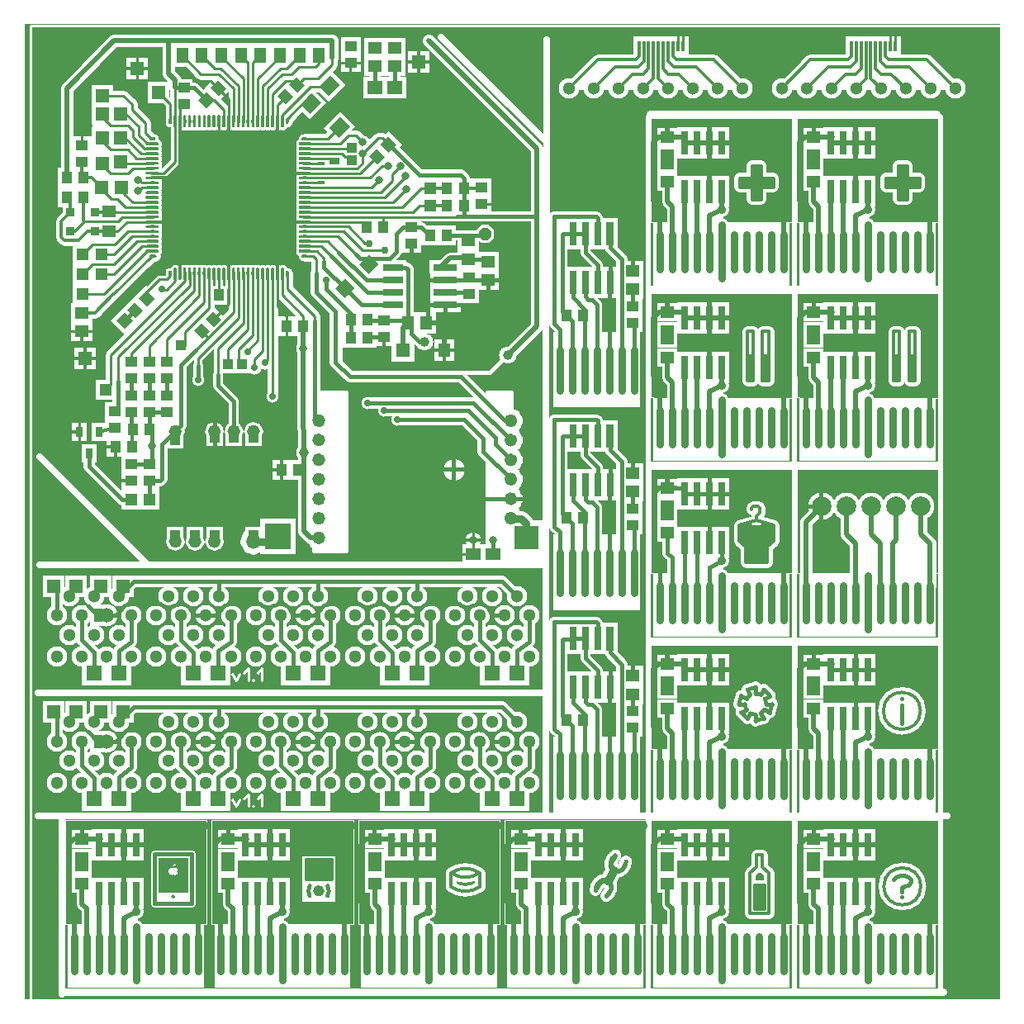
<source format=gbr>
%FSLAX34Y34*%
%MOMM*%
%LNCOPPER_TOP*%
G71*
G01*
%ADD10C, 2.100*%
%ADD11C, 2.300*%
%ADD12C, 1.200*%
%ADD13C, 0.222*%
%ADD14R, 2.600X2.600*%
%ADD15R, 2.200X2.200*%
%ADD16R, 2.600X2.500*%
%ADD17C, 1.480*%
%ADD18C, 0.880*%
%ADD19R, 1.500X1.500*%
%ADD20R, 0.900X0.900*%
%ADD21C, 0.600*%
%ADD22C, 1.080*%
%ADD23C, 1.800*%
%ADD24C, 1.500*%
%ADD25C, 0.300*%
%ADD26C, 1.500*%
%ADD27C, 1.300*%
%ADD28R, 1.900X2.000*%
%ADD29C, 1.000*%
%ADD30R, 2.000X2.000*%
%ADD31R, 3.200X1.600*%
%ADD32R, 1.800X1.700*%
%ADD33R, 2.100X2.400*%
%ADD34C, 0.700*%
%ADD35R, 1.800X2.000*%
%ADD36R, 1.600X1.900*%
%ADD37R, 1.900X1.600*%
%ADD38R, 1.800X1.800*%
%ADD39C, 1.350*%
%ADD40C, 0.400*%
%ADD41R, 2.100X2.200*%
%ADD42R, 2.400X2.400*%
%ADD43R, 2.000X1.900*%
%ADD44C, 1.300*%
%ADD45C, 1.600*%
%ADD46C, 1.100*%
%ADD47C, 0.280*%
%ADD48R, 2.200X2.100*%
%ADD49R, 2.800X1.600*%
%ADD50C, 1.400*%
%ADD51R, 1.900X1.900*%
%ADD52R, 2.400X2.200*%
%ADD53R, 1.700X2.200*%
%ADD54C, 1.600*%
%ADD55C, 1.350*%
%ADD56R, 1.600X3.200*%
%ADD57C, 0.800*%
%ADD58C, 0.200*%
%ADD59C, 0.100*%
%ADD60C, 1.222*%
%ADD61C, 0.150*%
%ADD62C, 0.500*%
%ADD63C, 2.200*%
%ADD64C, 0.750*%
%ADD65C, 0.900*%
%ADD66C, 0.680*%
%ADD67R, 2.300X2.100*%
%ADD68R, 1.600X1.200*%
%ADD69C, 1.800*%
%ADD70C, 1.197*%
%ADD71C, 2.800*%
%ADD72R, 1.300X2.000*%
%ADD73C, 0.297*%
%ADD74C, 0.325*%
%ADD75C, 0.308*%
%ADD76C, 0.378*%
%ADD77C, 0.303*%
%ADD78C, 0.304*%
%ADD79C, 0.317*%
%ADD80C, 0.267*%
%ADD81C, 0.433*%
%ADD82C, 0.379*%
%ADD83C, 0.295*%
%ADD84C, 0.413*%
%ADD85C, 1.300*%
%ADD86C, 1.500*%
%ADD87R, 1.600X1.600*%
%ADD88R, 1.400X1.400*%
%ADD89C, 0.318*%
%ADD90R, 1.400X1.300*%
%ADD91R, 0.300X0.300*%
%ADD92C, 1.000*%
%ADD93C, 0.700*%
%ADD94R, 1.100X1.200*%
%ADD95R, 1.200X1.200*%
%ADD96R, 2.400X0.800*%
%ADD97R, 1.200X1.100*%
%ADD98R, 1.300X1.600*%
%ADD99C, 0.500*%
%ADD100R, 1.000X1.200*%
%ADD101R, 0.800X1.100*%
%ADD102R, 1.100X0.800*%
%ADD103R, 1.000X1.000*%
%ADD104C, 0.750*%
%ADD105R, 1.300X1.400*%
%ADD106C, 0.800*%
%ADD107R, 2.000X0.800*%
%ADD108C, 5.000*%
%ADD109R, 1.100X1.100*%
%ADD110R, 1.600X1.400*%
%ADD111R, 0.900X1.400*%
%ADD112R, 0.800X2.400*%
%ADD113C, 0.900*%
%ADD114C, 0.254*%
%ADD115C, 0.000*%
%ADD116C, 0.422*%
%ADD117R, 1.500X1.300*%
%ADD118R, 0.800X0.400*%
%ADD119C, 1.200*%
%ADD120C, 0.397*%
%ADD121C, 0.286*%
%ADD122C, 2.000*%
%ADD123R, 0.300X1.000*%
%LPD*%
G36*
X0Y1000000D02*
X1000000Y1000000D01*
X1000000Y0D01*
X0Y0D01*
X0Y1000000D01*
G37*
%LPC*%
X33190Y351579D02*
G54D10*
D03*
X58690Y351579D02*
G54D10*
D03*
X84190Y351579D02*
G54D10*
D03*
X109690Y351579D02*
G54D10*
D03*
X135190Y351579D02*
G54D10*
D03*
X160690Y351579D02*
G54D10*
D03*
X186190Y351579D02*
G54D10*
D03*
X211690Y351579D02*
G54D10*
D03*
X237190Y351579D02*
G54D10*
D03*
X262690Y351579D02*
G54D10*
D03*
X288190Y351579D02*
G54D10*
D03*
X313690Y351579D02*
G54D10*
D03*
X339190Y351579D02*
G54D10*
D03*
X364690Y351579D02*
G54D10*
D03*
X390190Y351579D02*
G54D10*
D03*
X415690Y351579D02*
G54D10*
D03*
X441190Y351579D02*
G54D10*
D03*
X466690Y351579D02*
G54D10*
D03*
X492190Y351579D02*
G54D10*
D03*
X517690Y351579D02*
G54D10*
D03*
X33190Y393856D02*
G54D10*
D03*
X58690Y393854D02*
G54D10*
D03*
X84191Y393856D02*
G54D11*
D03*
X109690Y393854D02*
G54D10*
D03*
X135190Y393854D02*
G54D10*
D03*
X160690Y393854D02*
G54D10*
D03*
X186190Y393854D02*
G54D10*
D03*
X211690Y393854D02*
G54D10*
D03*
X237190Y393854D02*
G54D10*
D03*
X262690Y393854D02*
G54D10*
D03*
X288190Y393854D02*
G54D10*
D03*
X313690Y393854D02*
G54D10*
D03*
X339190Y393854D02*
G54D10*
D03*
X364690Y393854D02*
G54D10*
D03*
X390190Y393854D02*
G54D10*
D03*
X415690Y393854D02*
G54D10*
D03*
X441190Y393854D02*
G54D10*
D03*
X466690Y393854D02*
G54D10*
D03*
X492190Y393854D02*
G54D10*
D03*
X517690Y393854D02*
G54D10*
D03*
X45940Y373854D02*
G54D10*
D03*
X71440Y373854D02*
G54D10*
D03*
X96940Y373854D02*
G54D10*
D03*
X147940Y373854D02*
G54D10*
D03*
X173440Y373854D02*
G54D10*
D03*
X198940Y373854D02*
G54D10*
D03*
X249940Y373854D02*
G54D10*
D03*
X275440Y373854D02*
G54D10*
D03*
X300940Y373854D02*
G54D10*
D03*
X351940Y373854D02*
G54D10*
D03*
X377440Y373854D02*
G54D10*
D03*
X402940Y373854D02*
G54D10*
D03*
X453940Y373854D02*
G54D10*
D03*
X479440Y373854D02*
G54D10*
D03*
X504940Y373854D02*
G54D10*
D03*
X45940Y413856D02*
G54D10*
D03*
X71440Y413856D02*
G54D10*
D03*
X96940Y413854D02*
G54D10*
D03*
X147940Y413854D02*
G54D10*
D03*
X173440Y413854D02*
G54D10*
D03*
X198940Y413854D02*
G54D10*
D03*
X249940Y413854D02*
G54D10*
D03*
X275440Y413854D02*
G54D10*
D03*
X300940Y413854D02*
G54D10*
D03*
X351940Y413854D02*
G54D10*
D03*
X377440Y413854D02*
G54D10*
D03*
X402940Y413854D02*
G54D10*
D03*
X453940Y413854D02*
G54D10*
D03*
X479440Y413854D02*
G54D10*
D03*
X504940Y413854D02*
G54D10*
D03*
G54D12*
X198940Y413854D02*
X198940Y426751D01*
G54D12*
X300940Y413854D02*
X300940Y426751D01*
G54D12*
X402940Y413854D02*
X402940Y426751D01*
G54D12*
X109690Y393854D02*
X109690Y367076D01*
X96759Y357451D01*
X96762Y334829D01*
G54D12*
X58690Y393854D02*
X58690Y368820D01*
X71362Y356148D01*
X71362Y334829D01*
G54D12*
X211690Y393854D02*
X211690Y367076D01*
X198759Y357451D01*
X198762Y334829D01*
G54D12*
X160690Y393854D02*
X160690Y368820D01*
X173362Y356148D01*
X173362Y334829D01*
G54D12*
X313690Y393854D02*
X313690Y367076D01*
X300759Y357451D01*
X300762Y334829D01*
G54D12*
X262690Y393854D02*
X262690Y368820D01*
X275362Y356148D01*
X275362Y334829D01*
G54D12*
X415690Y393854D02*
X415690Y367076D01*
X402759Y357451D01*
X402762Y334829D01*
G54D12*
X364690Y393854D02*
X364690Y368820D01*
X377362Y356148D01*
X377362Y334829D01*
G54D12*
X517690Y393854D02*
X517690Y367076D01*
X504759Y357451D01*
X504762Y334829D01*
G54D12*
X466690Y393854D02*
X466690Y368820D01*
X479362Y356148D01*
X479362Y334829D01*
G54D13*
X213136Y334188D02*
X216869Y327188D01*
X220602Y334188D01*
G54D13*
X224959Y334966D02*
X229625Y339633D01*
X229625Y327188D01*
G54D13*
X234728Y327188D02*
X233982Y327188D01*
X233982Y327811D01*
X234728Y327811D01*
X234728Y327188D01*
X233982Y327188D01*
G54D13*
X239085Y334966D02*
X243751Y339633D01*
X243751Y327188D01*
X71362Y334829D02*
G54D14*
D03*
X96762Y334829D02*
G54D14*
D03*
X173362Y334829D02*
G54D14*
D03*
X198762Y334829D02*
G54D14*
D03*
X275362Y334829D02*
G54D14*
D03*
X300762Y334829D02*
G54D14*
D03*
X377362Y334829D02*
G54D14*
D03*
X402762Y334829D02*
G54D14*
D03*
X479362Y334829D02*
G54D14*
D03*
X504762Y334829D02*
G54D14*
D03*
X100898Y423803D02*
G54D15*
D03*
X78673Y423803D02*
G54D15*
D03*
X53273Y423803D02*
G54D15*
D03*
X29858Y423803D02*
G54D15*
D03*
G54D12*
X504940Y413854D02*
X489812Y428982D01*
X112068Y428982D01*
X96940Y413854D01*
G54D12*
X33190Y393854D02*
X33190Y424357D01*
X34223Y425391D01*
G54D12*
X45940Y413854D02*
X45940Y418057D01*
X53273Y425391D01*
G54D12*
X71440Y413854D02*
X71440Y418157D01*
X78673Y425391D01*
X86688Y787484D02*
G54D16*
D03*
X86688Y808484D02*
G54D16*
D03*
G54D17*
X131388Y802435D02*
X100526Y802435D01*
X95966Y797875D01*
X61636Y797875D01*
X51598Y787838D01*
X44995Y787838D01*
G54D17*
X131388Y807435D02*
X93319Y807435D01*
X88088Y812466D01*
G54D17*
X131388Y797435D02*
X105294Y797435D01*
X95344Y787485D01*
X86688Y787484D01*
G54D18*
X131388Y847455D02*
X142999Y847455D01*
X154362Y858817D01*
X154362Y900429D01*
X46582Y806888D02*
G54D19*
D03*
X46582Y787838D02*
G54D19*
D03*
X72697Y787838D02*
G54D19*
D03*
X72744Y806946D02*
G54D19*
D03*
G36*
X264861Y904928D02*
X273861Y904929D01*
X273862Y895929D01*
X264862Y895928D01*
X264861Y904928D01*
G37*
G36*
X259861Y904928D02*
X268861Y904929D01*
X268862Y895929D01*
X259862Y895928D01*
X259861Y904928D01*
G37*
X259362Y900429D02*
G54D20*
D03*
X254362Y900429D02*
G54D20*
D03*
X249362Y900429D02*
G54D20*
D03*
X244362Y900429D02*
G54D20*
D03*
G36*
X234861Y904929D02*
X243861Y904929D01*
X243862Y895929D01*
X234862Y895929D01*
X234861Y904929D01*
G37*
X234362Y900429D02*
G54D20*
D03*
X229362Y900429D02*
G54D20*
D03*
X224362Y900429D02*
G54D20*
D03*
X219362Y900429D02*
G54D20*
D03*
G36*
X209861Y904928D02*
X218861Y904929D01*
X218862Y895929D01*
X209862Y895928D01*
X209861Y904928D01*
G37*
X209362Y900429D02*
G54D20*
D03*
X204362Y900429D02*
G54D20*
D03*
X199362Y900429D02*
G54D20*
D03*
X194362Y900429D02*
G54D20*
D03*
X189362Y900429D02*
G54D20*
D03*
G36*
X179861Y904928D02*
X188861Y904929D01*
X188862Y895929D01*
X179862Y895928D01*
X179861Y904928D01*
G37*
G36*
X174861Y904929D02*
X183861Y904929D01*
X183862Y895929D01*
X174862Y895929D01*
X174861Y904929D01*
G37*
X174362Y900429D02*
G54D20*
D03*
X169362Y900429D02*
G54D20*
D03*
X164362Y900429D02*
G54D20*
D03*
G36*
X154861Y904928D02*
X163861Y904929D01*
X163862Y895929D01*
X154862Y895928D01*
X154861Y904928D01*
G37*
X154362Y900429D02*
G54D20*
D03*
G36*
X144861Y904928D02*
X153861Y904929D01*
X153862Y895929D01*
X144862Y895928D01*
X144861Y904928D01*
G37*
G36*
X269857Y903460D02*
X270856Y902460D01*
X270857Y897960D01*
X270357Y897460D01*
X268356Y897460D01*
X267856Y897960D01*
X267857Y902460D01*
X268856Y903460D01*
X269857Y903460D01*
G37*
G54D21*
X269857Y903460D02*
X270856Y902460D01*
X270857Y897960D01*
X270357Y897460D01*
X268356Y897460D01*
X267856Y897960D01*
X267857Y902460D01*
X268856Y903460D01*
X269857Y903460D01*
G36*
X149856Y903460D02*
X150856Y902460D01*
X150857Y897960D01*
X150356Y897460D01*
X148357Y897460D01*
X147857Y897960D01*
X147857Y902460D01*
X148857Y903460D01*
X149856Y903460D01*
G37*
G54D21*
X149856Y903460D02*
X150856Y902460D01*
X150857Y897960D01*
X150356Y897460D01*
X148357Y897460D01*
X147857Y897960D01*
X147857Y902460D01*
X148857Y903460D01*
X149856Y903460D01*
G36*
X259857Y907460D02*
X260856Y906460D01*
X260856Y894960D01*
X260357Y894460D01*
X258357Y894460D01*
X257857Y894960D01*
X257856Y906460D01*
X258856Y907460D01*
X259857Y907460D01*
G37*
G54D21*
X259857Y907460D02*
X260856Y906460D01*
X260856Y894960D01*
X260357Y894460D01*
X258357Y894460D01*
X257857Y894960D01*
X257856Y906460D01*
X258856Y907460D01*
X259857Y907460D01*
G36*
X254857Y907460D02*
X255857Y906460D01*
X255857Y894960D01*
X255357Y894460D01*
X253357Y894460D01*
X252857Y894960D01*
X252857Y906460D01*
X253856Y907460D01*
X254857Y907460D01*
G37*
G54D21*
X254857Y907460D02*
X255857Y906460D01*
X255857Y894960D01*
X255357Y894460D01*
X253357Y894460D01*
X252857Y894960D01*
X252857Y906460D01*
X253856Y907460D01*
X254857Y907460D01*
G36*
X249857Y907460D02*
X250856Y906460D01*
X250857Y894960D01*
X250356Y894460D01*
X248356Y894460D01*
X247856Y894960D01*
X247857Y906460D01*
X248856Y907460D01*
X249857Y907460D01*
G37*
G54D21*
X249857Y907460D02*
X250856Y906460D01*
X250857Y894960D01*
X250356Y894460D01*
X248356Y894460D01*
X247856Y894960D01*
X247857Y906460D01*
X248856Y907460D01*
X249857Y907460D01*
G36*
X244857Y907460D02*
X245857Y906460D01*
X245857Y894960D01*
X245357Y894460D01*
X243357Y894460D01*
X242857Y894960D01*
X242857Y906460D01*
X243856Y907460D01*
X244857Y907460D01*
G37*
G54D21*
X244857Y907460D02*
X245857Y906460D01*
X245857Y894960D01*
X245357Y894460D01*
X243357Y894460D01*
X242857Y894960D01*
X242857Y906460D01*
X243856Y907460D01*
X244857Y907460D01*
G36*
X239857Y907460D02*
X240856Y906460D01*
X240856Y894960D01*
X240357Y894460D01*
X238356Y894460D01*
X237857Y894960D01*
X237857Y906460D01*
X238857Y907460D01*
X239857Y907460D01*
G37*
G54D21*
X239857Y907460D02*
X240856Y906460D01*
X240856Y894960D01*
X240357Y894460D01*
X238356Y894460D01*
X237857Y894960D01*
X237857Y906460D01*
X238857Y907460D01*
X239857Y907460D01*
G36*
X234856Y907460D02*
X235857Y906460D01*
X235856Y894960D01*
X235357Y894460D01*
X233356Y894460D01*
X232856Y894960D01*
X232857Y906460D01*
X233857Y907460D01*
X234856Y907460D01*
G37*
G54D21*
X234856Y907460D02*
X235857Y906460D01*
X235856Y894960D01*
X235357Y894460D01*
X233356Y894460D01*
X232856Y894960D01*
X232857Y906460D01*
X233857Y907460D01*
X234856Y907460D01*
G36*
X229856Y907460D02*
X230857Y906460D01*
X230856Y894960D01*
X230356Y894460D01*
X228357Y894460D01*
X227857Y894960D01*
X227857Y906460D01*
X228857Y907460D01*
X229856Y907460D01*
G37*
G54D21*
X229856Y907460D02*
X230857Y906460D01*
X230856Y894960D01*
X230356Y894460D01*
X228357Y894460D01*
X227857Y894960D01*
X227857Y906460D01*
X228857Y907460D01*
X229856Y907460D01*
G36*
X224856Y907460D02*
X225856Y906460D01*
X225857Y894960D01*
X225356Y894460D01*
X223357Y894460D01*
X222856Y894960D01*
X222856Y906460D01*
X223856Y907460D01*
X224856Y907460D01*
G37*
G54D21*
X224856Y907460D02*
X225856Y906460D01*
X225857Y894960D01*
X225356Y894460D01*
X223357Y894460D01*
X222856Y894960D01*
X222856Y906460D01*
X223856Y907460D01*
X224856Y907460D01*
G36*
X219856Y907460D02*
X220857Y906460D01*
X220857Y894960D01*
X220357Y894460D01*
X218356Y894460D01*
X217856Y894960D01*
X217856Y906460D01*
X218857Y907460D01*
X219856Y907460D01*
G37*
G54D21*
X219856Y907460D02*
X220857Y906460D01*
X220857Y894960D01*
X220357Y894460D01*
X218356Y894460D01*
X217856Y894960D01*
X217856Y906460D01*
X218857Y907460D01*
X219856Y907460D01*
G36*
X214857Y907460D02*
X215857Y906460D01*
X215857Y894960D01*
X215357Y894460D01*
X213357Y894460D01*
X212856Y894960D01*
X212857Y906460D01*
X213857Y907460D01*
X214857Y907460D01*
G37*
G54D21*
X214857Y907460D02*
X215857Y906460D01*
X215857Y894960D01*
X215357Y894460D01*
X213357Y894460D01*
X212856Y894960D01*
X212857Y906460D01*
X213857Y907460D01*
X214857Y907460D01*
G36*
X209857Y907460D02*
X210857Y906460D01*
X210857Y894960D01*
X210356Y894460D01*
X208356Y894460D01*
X207857Y894960D01*
X207857Y906460D01*
X208857Y907460D01*
X209857Y907460D01*
G37*
G54D21*
X209857Y907460D02*
X210857Y906460D01*
X210857Y894960D01*
X210356Y894460D01*
X208356Y894460D01*
X207857Y894960D01*
X207857Y906460D01*
X208857Y907460D01*
X209857Y907460D01*
G36*
X204856Y907460D02*
X205856Y906460D01*
X205856Y894960D01*
X205357Y894460D01*
X203356Y894460D01*
X202856Y894960D01*
X202856Y906460D01*
X203856Y907460D01*
X204856Y907460D01*
G37*
G54D21*
X204856Y907460D02*
X205856Y906460D01*
X205856Y894960D01*
X205357Y894460D01*
X203356Y894460D01*
X202856Y894960D01*
X202856Y906460D01*
X203856Y907460D01*
X204856Y907460D01*
G36*
X199857Y907460D02*
X200857Y906460D01*
X200857Y894960D01*
X200356Y894460D01*
X198357Y894460D01*
X197857Y894960D01*
X197857Y906460D01*
X198857Y907460D01*
X199857Y907460D01*
G37*
G54D21*
X199857Y907460D02*
X200857Y906460D01*
X200857Y894960D01*
X200356Y894460D01*
X198357Y894460D01*
X197857Y894960D01*
X197857Y906460D01*
X198857Y907460D01*
X199857Y907460D01*
G36*
X194857Y907460D02*
X195857Y906460D01*
X195856Y894960D01*
X195357Y894460D01*
X193357Y894460D01*
X192856Y894960D01*
X192857Y906460D01*
X193856Y907460D01*
X194857Y907460D01*
G37*
G54D21*
X194857Y907460D02*
X195857Y906460D01*
X195856Y894960D01*
X195357Y894460D01*
X193357Y894460D01*
X192856Y894960D01*
X192857Y906460D01*
X193856Y907460D01*
X194857Y907460D01*
G36*
X189857Y907460D02*
X190857Y906460D01*
X190857Y894960D01*
X190356Y894460D01*
X188357Y894460D01*
X187857Y894960D01*
X187857Y906460D01*
X188857Y907460D01*
X189857Y907460D01*
G37*
G54D21*
X189857Y907460D02*
X190857Y906460D01*
X190857Y894960D01*
X190356Y894460D01*
X188357Y894460D01*
X187857Y894960D01*
X187857Y906460D01*
X188857Y907460D01*
X189857Y907460D01*
G36*
X184857Y907460D02*
X185857Y906460D01*
X185856Y894960D01*
X185357Y894460D01*
X183356Y894460D01*
X182856Y894960D01*
X182857Y906460D01*
X183857Y907460D01*
X184857Y907460D01*
G37*
G54D21*
X184857Y907460D02*
X185857Y906460D01*
X185856Y894960D01*
X185357Y894460D01*
X183356Y894460D01*
X182856Y894960D01*
X182857Y906460D01*
X183857Y907460D01*
X184857Y907460D01*
G36*
X179856Y907460D02*
X180857Y906460D01*
X180857Y894960D01*
X180357Y894460D01*
X178357Y894460D01*
X177857Y894960D01*
X177857Y906460D01*
X178857Y907460D01*
X179856Y907460D01*
G37*
G54D21*
X179856Y907460D02*
X180857Y906460D01*
X180857Y894960D01*
X180357Y894460D01*
X178357Y894460D01*
X177857Y894960D01*
X177857Y906460D01*
X178857Y907460D01*
X179856Y907460D01*
G36*
X174857Y907460D02*
X175856Y906460D01*
X175856Y894960D01*
X175357Y894460D01*
X173356Y894460D01*
X172857Y894960D01*
X172857Y906460D01*
X173856Y907460D01*
X174857Y907460D01*
G37*
G54D21*
X174857Y907460D02*
X175856Y906460D01*
X175856Y894960D01*
X175357Y894460D01*
X173356Y894460D01*
X172857Y894960D01*
X172857Y906460D01*
X173856Y907460D01*
X174857Y907460D01*
G36*
X169857Y907460D02*
X170856Y906460D01*
X170856Y894960D01*
X170357Y894460D01*
X168357Y894460D01*
X167857Y894960D01*
X167857Y906460D01*
X168857Y907460D01*
X169857Y907460D01*
G37*
G54D21*
X169857Y907460D02*
X170856Y906460D01*
X170856Y894960D01*
X170357Y894460D01*
X168357Y894460D01*
X167857Y894960D01*
X167857Y906460D01*
X168857Y907460D01*
X169857Y907460D01*
G36*
X164857Y907460D02*
X165857Y906460D01*
X165857Y894960D01*
X165357Y894460D01*
X163356Y894460D01*
X162857Y894960D01*
X162857Y906460D01*
X163856Y907460D01*
X164857Y907460D01*
G37*
G54D21*
X164857Y907460D02*
X165857Y906460D01*
X165857Y894960D01*
X165357Y894460D01*
X163356Y894460D01*
X162857Y894960D01*
X162857Y906460D01*
X163856Y907460D01*
X164857Y907460D01*
G36*
X159857Y907460D02*
X160856Y906460D01*
X160857Y894960D01*
X160357Y894460D01*
X158356Y894460D01*
X157856Y894960D01*
X157856Y906460D01*
X158857Y907460D01*
X159857Y907460D01*
G37*
G54D21*
X159857Y907460D02*
X160856Y906460D01*
X160857Y894960D01*
X160357Y894460D01*
X158356Y894460D01*
X157856Y894960D01*
X157856Y906460D01*
X158857Y907460D01*
X159857Y907460D01*
G36*
X154856Y907460D02*
X155857Y906460D01*
X155857Y894960D01*
X155356Y894460D01*
X153357Y894460D01*
X152857Y894960D01*
X152857Y906460D01*
X153857Y907460D01*
X154856Y907460D01*
G37*
G54D21*
X154856Y907460D02*
X155857Y906460D01*
X155857Y894960D01*
X155356Y894460D01*
X153357Y894460D01*
X152857Y894960D01*
X152857Y906460D01*
X153857Y907460D01*
X154856Y907460D01*
G36*
X264857Y907460D02*
X265856Y906460D01*
X265856Y894960D01*
X265357Y894460D01*
X263357Y894460D01*
X262857Y894960D01*
X262857Y906460D01*
X263857Y907460D01*
X264857Y907460D01*
G37*
G54D21*
X264857Y907460D02*
X265856Y906460D01*
X265856Y894960D01*
X265357Y894460D01*
X263357Y894460D01*
X262857Y894960D01*
X262857Y906460D01*
X263857Y907460D01*
X264857Y907460D01*
X287326Y762465D02*
G54D20*
D03*
X287326Y767465D02*
G54D20*
D03*
X287326Y772465D02*
G54D20*
D03*
X287326Y777465D02*
G54D20*
D03*
X287326Y782465D02*
G54D20*
D03*
X287326Y787465D02*
G54D20*
D03*
X287326Y792465D02*
G54D20*
D03*
X287326Y797465D02*
G54D20*
D03*
X287326Y802465D02*
G54D20*
D03*
X287326Y807465D02*
G54D20*
D03*
X287326Y812465D02*
G54D20*
D03*
X287326Y817465D02*
G54D20*
D03*
X287326Y822465D02*
G54D20*
D03*
X287326Y827465D02*
G54D20*
D03*
X287326Y832465D02*
G54D20*
D03*
X287326Y837465D02*
G54D20*
D03*
X287326Y842465D02*
G54D20*
D03*
X287326Y847465D02*
G54D20*
D03*
X287326Y852465D02*
G54D20*
D03*
X287326Y857465D02*
G54D20*
D03*
X287326Y862465D02*
G54D20*
D03*
X287326Y867465D02*
G54D20*
D03*
X287326Y872465D02*
G54D20*
D03*
X287326Y877465D02*
G54D20*
D03*
X287326Y882465D02*
G54D20*
D03*
G36*
X290356Y761960D02*
X289357Y760960D01*
X284857Y760960D01*
X284356Y761460D01*
X284356Y763460D01*
X284856Y763960D01*
X289357Y763960D01*
X290356Y762960D01*
X290356Y761960D01*
G37*
G54D21*
X290356Y761960D02*
X289357Y760960D01*
X284857Y760960D01*
X284356Y761460D01*
X284356Y763460D01*
X284856Y763960D01*
X289357Y763960D01*
X290356Y762960D01*
X290356Y761960D01*
G36*
X290357Y881960D02*
X289356Y880960D01*
X284856Y880960D01*
X284357Y881460D01*
X284357Y883460D01*
X284856Y883960D01*
X289356Y883960D01*
X290356Y882960D01*
X290357Y881960D01*
G37*
G54D21*
X290357Y881960D02*
X289356Y880960D01*
X284856Y880960D01*
X284357Y881460D01*
X284357Y883460D01*
X284856Y883960D01*
X289356Y883960D01*
X290356Y882960D01*
X290357Y881960D01*
G36*
X294357Y771960D02*
X293357Y770960D01*
X281856Y770960D01*
X281357Y771460D01*
X281356Y773460D01*
X281856Y773960D01*
X293356Y773960D01*
X294357Y772960D01*
X294357Y771960D01*
G37*
G54D21*
X294357Y771960D02*
X293357Y770960D01*
X281856Y770960D01*
X281357Y771460D01*
X281356Y773460D01*
X281856Y773960D01*
X293356Y773960D01*
X294357Y772960D01*
X294357Y771960D01*
G36*
X294357Y776960D02*
X293356Y775960D01*
X281856Y775960D01*
X281356Y776460D01*
X281357Y778460D01*
X281856Y778960D01*
X293357Y778960D01*
X294356Y777960D01*
X294357Y776960D01*
G37*
G54D21*
X294357Y776960D02*
X293356Y775960D01*
X281856Y775960D01*
X281356Y776460D01*
X281357Y778460D01*
X281856Y778960D01*
X293357Y778960D01*
X294356Y777960D01*
X294357Y776960D01*
G36*
X294357Y781960D02*
X293357Y780960D01*
X281856Y780960D01*
X281357Y781460D01*
X281357Y783460D01*
X281857Y783960D01*
X293356Y783960D01*
X294357Y782960D01*
X294357Y781960D01*
G37*
G54D21*
X294357Y781960D02*
X293357Y780960D01*
X281856Y780960D01*
X281357Y781460D01*
X281357Y783460D01*
X281857Y783960D01*
X293356Y783960D01*
X294357Y782960D01*
X294357Y781960D01*
G36*
X294357Y786960D02*
X293356Y785960D01*
X281856Y785960D01*
X281357Y786460D01*
X281356Y788460D01*
X281857Y788960D01*
X293356Y788960D01*
X294357Y787960D01*
X294357Y786960D01*
G37*
G54D21*
X294357Y786960D02*
X293356Y785960D01*
X281856Y785960D01*
X281357Y786460D01*
X281356Y788460D01*
X281857Y788960D01*
X293356Y788960D01*
X294357Y787960D01*
X294357Y786960D01*
G36*
X294357Y791960D02*
X293356Y790960D01*
X281857Y790960D01*
X281356Y791460D01*
X281357Y793460D01*
X281857Y793960D01*
X293356Y793960D01*
X294357Y792960D01*
X294357Y791960D01*
G37*
G54D21*
X294357Y791960D02*
X293356Y790960D01*
X281857Y790960D01*
X281356Y791460D01*
X281357Y793460D01*
X281857Y793960D01*
X293356Y793960D01*
X294357Y792960D01*
X294357Y791960D01*
G36*
X294357Y796960D02*
X293357Y795960D01*
X281857Y795960D01*
X281357Y796460D01*
X281356Y798460D01*
X281856Y798960D01*
X293357Y798960D01*
X294357Y797960D01*
X294357Y796960D01*
G37*
G54D21*
X294357Y796960D02*
X293357Y795960D01*
X281857Y795960D01*
X281357Y796460D01*
X281356Y798460D01*
X281856Y798960D01*
X293357Y798960D01*
X294357Y797960D01*
X294357Y796960D01*
G36*
X294356Y801960D02*
X293356Y800960D01*
X281857Y800960D01*
X281356Y801460D01*
X281356Y803460D01*
X281857Y803960D01*
X293357Y803960D01*
X294356Y802960D01*
X294356Y801960D01*
G37*
G54D21*
X294356Y801960D02*
X293356Y800960D01*
X281857Y800960D01*
X281356Y801460D01*
X281356Y803460D01*
X281857Y803960D01*
X293357Y803960D01*
X294356Y802960D01*
X294356Y801960D01*
G36*
X294357Y806960D02*
X293357Y805960D01*
X281856Y805960D01*
X281356Y806460D01*
X281357Y808460D01*
X281857Y808960D01*
X293357Y808960D01*
X294357Y807960D01*
X294357Y806960D01*
G37*
G54D21*
X294357Y806960D02*
X293357Y805960D01*
X281856Y805960D01*
X281356Y806460D01*
X281357Y808460D01*
X281857Y808960D01*
X293357Y808960D01*
X294357Y807960D01*
X294357Y806960D01*
G36*
X294357Y811960D02*
X293356Y810960D01*
X281856Y810960D01*
X281356Y811460D01*
X281356Y813460D01*
X281856Y813960D01*
X293356Y813960D01*
X294357Y812960D01*
X294357Y811960D01*
G37*
G54D21*
X294357Y811960D02*
X293356Y810960D01*
X281856Y810960D01*
X281356Y811460D01*
X281356Y813460D01*
X281856Y813960D01*
X293356Y813960D01*
X294357Y812960D01*
X294357Y811960D01*
G36*
X294356Y816960D02*
X293357Y815960D01*
X281856Y815960D01*
X281356Y816460D01*
X281356Y818460D01*
X281856Y818960D01*
X293357Y818960D01*
X294357Y817960D01*
X294356Y816960D01*
G37*
G54D21*
X294356Y816960D02*
X293357Y815960D01*
X281856Y815960D01*
X281356Y816460D01*
X281356Y818460D01*
X281856Y818960D01*
X293357Y818960D01*
X294357Y817960D01*
X294356Y816960D01*
G36*
X294357Y821960D02*
X293357Y820960D01*
X281857Y820960D01*
X281356Y821460D01*
X281356Y823460D01*
X281856Y823960D01*
X293356Y823960D01*
X294357Y822960D01*
X294357Y821960D01*
G37*
G54D21*
X294357Y821960D02*
X293357Y820960D01*
X281857Y820960D01*
X281356Y821460D01*
X281356Y823460D01*
X281856Y823960D01*
X293356Y823960D01*
X294357Y822960D01*
X294357Y821960D01*
G36*
X294356Y826960D02*
X293356Y825960D01*
X281856Y825960D01*
X281356Y826460D01*
X281357Y828460D01*
X281857Y828960D01*
X293357Y828960D01*
X294357Y827960D01*
X294356Y826960D01*
G37*
G54D21*
X294356Y826960D02*
X293356Y825960D01*
X281856Y825960D01*
X281356Y826460D01*
X281357Y828460D01*
X281857Y828960D01*
X293357Y828960D01*
X294357Y827960D01*
X294356Y826960D01*
G36*
X294357Y831960D02*
X293356Y830960D01*
X281856Y830960D01*
X281357Y831460D01*
X281356Y833460D01*
X281856Y833960D01*
X293357Y833960D01*
X294357Y832960D01*
X294357Y831960D01*
G37*
G54D21*
X294357Y831960D02*
X293356Y830960D01*
X281856Y830960D01*
X281357Y831460D01*
X281356Y833460D01*
X281856Y833960D01*
X293357Y833960D01*
X294357Y832960D01*
X294357Y831960D01*
G36*
X294357Y836960D02*
X293356Y835960D01*
X281856Y835960D01*
X281356Y836460D01*
X281357Y838460D01*
X281857Y838960D01*
X293356Y838960D01*
X294357Y837960D01*
X294357Y836960D01*
G37*
G54D21*
X294357Y836960D02*
X293356Y835960D01*
X281856Y835960D01*
X281356Y836460D01*
X281357Y838460D01*
X281857Y838960D01*
X293356Y838960D01*
X294357Y837960D01*
X294357Y836960D01*
G36*
X294357Y841960D02*
X293356Y840960D01*
X281857Y840960D01*
X281357Y841460D01*
X281356Y843460D01*
X281857Y843960D01*
X293357Y843960D01*
X294357Y842960D01*
X294357Y841960D01*
G37*
G54D21*
X294357Y841960D02*
X293356Y840960D01*
X281857Y840960D01*
X281357Y841460D01*
X281356Y843460D01*
X281857Y843960D01*
X293357Y843960D01*
X294357Y842960D01*
X294357Y841960D01*
G36*
X294356Y846960D02*
X293356Y845960D01*
X281857Y845960D01*
X281356Y846460D01*
X281356Y848460D01*
X281857Y848960D01*
X293356Y848960D01*
X294357Y847960D01*
X294356Y846960D01*
G37*
G54D21*
X294356Y846960D02*
X293356Y845960D01*
X281857Y845960D01*
X281356Y846460D01*
X281356Y848460D01*
X281857Y848960D01*
X293356Y848960D01*
X294357Y847960D01*
X294356Y846960D01*
G36*
X294357Y851960D02*
X293356Y850960D01*
X281856Y850960D01*
X281356Y851460D01*
X281356Y853460D01*
X281856Y853960D01*
X293357Y853960D01*
X294357Y852960D01*
X294357Y851960D01*
G37*
G54D21*
X294357Y851960D02*
X293356Y850960D01*
X281856Y850960D01*
X281356Y851460D01*
X281356Y853460D01*
X281856Y853960D01*
X293357Y853960D01*
X294357Y852960D01*
X294357Y851960D01*
G36*
X294357Y856960D02*
X293356Y855960D01*
X281857Y855960D01*
X281356Y856460D01*
X281356Y858460D01*
X281856Y858960D01*
X293356Y858960D01*
X294356Y857960D01*
X294357Y856960D01*
G37*
G54D21*
X294357Y856960D02*
X293356Y855960D01*
X281857Y855960D01*
X281356Y856460D01*
X281356Y858460D01*
X281856Y858960D01*
X293356Y858960D01*
X294356Y857960D01*
X294357Y856960D01*
G36*
X294357Y861960D02*
X293356Y860960D01*
X281857Y860960D01*
X281356Y861460D01*
X281356Y863460D01*
X281857Y863960D01*
X293356Y863960D01*
X294356Y862960D01*
X294357Y861960D01*
G37*
G54D21*
X294357Y861960D02*
X293356Y860960D01*
X281857Y860960D01*
X281356Y861460D01*
X281356Y863460D01*
X281857Y863960D01*
X293356Y863960D01*
X294356Y862960D01*
X294357Y861960D01*
G36*
X294357Y866960D02*
X293356Y865960D01*
X281856Y865960D01*
X281356Y866460D01*
X281357Y868460D01*
X281856Y868960D01*
X293356Y868960D01*
X294357Y867960D01*
X294357Y866960D01*
G37*
G54D21*
X294357Y866960D02*
X293356Y865960D01*
X281856Y865960D01*
X281356Y866460D01*
X281357Y868460D01*
X281856Y868960D01*
X293356Y868960D01*
X294357Y867960D01*
X294357Y866960D01*
G36*
X294357Y871960D02*
X293357Y870960D01*
X281857Y870960D01*
X281356Y871460D01*
X281356Y873460D01*
X281856Y873960D01*
X293356Y873960D01*
X294357Y872960D01*
X294357Y871960D01*
G37*
G54D21*
X294357Y871960D02*
X293357Y870960D01*
X281857Y870960D01*
X281356Y871460D01*
X281356Y873460D01*
X281856Y873960D01*
X293356Y873960D01*
X294357Y872960D01*
X294357Y871960D01*
G36*
X294357Y876960D02*
X293356Y875960D01*
X281856Y875960D01*
X281356Y876460D01*
X281356Y878460D01*
X281857Y878960D01*
X293356Y878960D01*
X294356Y877960D01*
X294357Y876960D01*
G37*
G54D21*
X294357Y876960D02*
X293356Y875960D01*
X281856Y875960D01*
X281356Y876460D01*
X281356Y878460D01*
X281857Y878960D01*
X293356Y878960D01*
X294356Y877960D01*
X294357Y876960D01*
G36*
X294357Y766960D02*
X293356Y765960D01*
X281857Y765960D01*
X281356Y766460D01*
X281356Y768460D01*
X281856Y768960D01*
X293356Y768960D01*
X294357Y767960D01*
X294357Y766960D01*
G37*
G54D21*
X294357Y766960D02*
X293356Y765960D01*
X281857Y765960D01*
X281356Y766460D01*
X281356Y768460D01*
X281856Y768960D01*
X293356Y768960D01*
X294357Y767960D01*
X294357Y766960D01*
X149362Y744491D02*
G54D20*
D03*
X154362Y744491D02*
G54D20*
D03*
X159362Y744491D02*
G54D20*
D03*
X164362Y744491D02*
G54D20*
D03*
X169362Y744491D02*
G54D20*
D03*
X174362Y744491D02*
G54D20*
D03*
X179362Y744491D02*
G54D20*
D03*
X184362Y744491D02*
G54D20*
D03*
X189362Y744491D02*
G54D20*
D03*
X194362Y744491D02*
G54D20*
D03*
X199362Y744491D02*
G54D20*
D03*
X204362Y744491D02*
G54D20*
D03*
X209362Y744491D02*
G54D20*
D03*
X214362Y744491D02*
G54D20*
D03*
X219362Y744491D02*
G54D20*
D03*
X224362Y744491D02*
G54D20*
D03*
X229362Y744491D02*
G54D20*
D03*
X234362Y744491D02*
G54D20*
D03*
X239362Y744491D02*
G54D20*
D03*
X244362Y744491D02*
G54D20*
D03*
X249362Y744491D02*
G54D20*
D03*
X254362Y744491D02*
G54D20*
D03*
X259362Y744491D02*
G54D20*
D03*
X264362Y744491D02*
G54D20*
D03*
X269362Y744491D02*
G54D20*
D03*
G36*
X148857Y741460D02*
X147856Y742460D01*
X147857Y746960D01*
X148357Y747460D01*
X150356Y747460D01*
X150856Y746960D01*
X150857Y742460D01*
X149856Y741460D01*
X148857Y741460D01*
G37*
G54D21*
X148857Y741460D02*
X147856Y742460D01*
X147857Y746960D01*
X148357Y747460D01*
X150356Y747460D01*
X150856Y746960D01*
X150857Y742460D01*
X149856Y741460D01*
X148857Y741460D01*
G36*
X268857Y741460D02*
X267857Y742460D01*
X267856Y746960D01*
X268357Y747460D01*
X270357Y747460D01*
X270857Y746960D01*
X270857Y742460D01*
X269857Y741460D01*
X268857Y741460D01*
G37*
G54D21*
X268857Y741460D02*
X267857Y742460D01*
X267856Y746960D01*
X268357Y747460D01*
X270357Y747460D01*
X270857Y746960D01*
X270857Y742460D01*
X269857Y741460D01*
X268857Y741460D01*
G36*
X158857Y737460D02*
X157857Y738460D01*
X157856Y749960D01*
X158356Y750460D01*
X160356Y750460D01*
X160857Y749960D01*
X160857Y738460D01*
X159857Y737460D01*
X158857Y737460D01*
G37*
G54D21*
X158857Y737460D02*
X157857Y738460D01*
X157856Y749960D01*
X158356Y750460D01*
X160356Y750460D01*
X160857Y749960D01*
X160857Y738460D01*
X159857Y737460D01*
X158857Y737460D01*
G36*
X163857Y737460D02*
X162857Y738460D01*
X162857Y749960D01*
X163357Y750460D01*
X165357Y750460D01*
X165856Y749960D01*
X165857Y738460D01*
X164857Y737460D01*
X163857Y737460D01*
G37*
G54D21*
X163857Y737460D02*
X162857Y738460D01*
X162857Y749960D01*
X163357Y750460D01*
X165357Y750460D01*
X165856Y749960D01*
X165857Y738460D01*
X164857Y737460D01*
X163857Y737460D01*
G36*
X168856Y737460D02*
X167857Y738460D01*
X167857Y749960D01*
X168357Y750460D01*
X170357Y750460D01*
X170857Y749960D01*
X170857Y738460D01*
X169856Y737460D01*
X168856Y737460D01*
G37*
G54D21*
X168856Y737460D02*
X167857Y738460D01*
X167857Y749960D01*
X168357Y750460D01*
X170357Y750460D01*
X170857Y749960D01*
X170857Y738460D01*
X169856Y737460D01*
X168856Y737460D01*
G36*
X173857Y737460D02*
X172857Y738460D01*
X172856Y749960D01*
X173356Y750460D01*
X175357Y750460D01*
X175857Y749960D01*
X175857Y738460D01*
X174857Y737460D01*
X173857Y737460D01*
G37*
G54D21*
X173857Y737460D02*
X172857Y738460D01*
X172856Y749960D01*
X173356Y750460D01*
X175357Y750460D01*
X175857Y749960D01*
X175857Y738460D01*
X174857Y737460D01*
X173857Y737460D01*
G36*
X178857Y737460D02*
X177856Y738460D01*
X177857Y749960D01*
X178357Y750460D01*
X180356Y750460D01*
X180857Y749960D01*
X180856Y738460D01*
X179857Y737460D01*
X178857Y737460D01*
G37*
G54D21*
X178857Y737460D02*
X177856Y738460D01*
X177857Y749960D01*
X178357Y750460D01*
X180356Y750460D01*
X180857Y749960D01*
X180856Y738460D01*
X179857Y737460D01*
X178857Y737460D01*
G36*
X183857Y737460D02*
X182856Y738460D01*
X182856Y749960D01*
X183356Y750460D01*
X185357Y750460D01*
X185857Y749960D01*
X185857Y738460D01*
X184857Y737460D01*
X183857Y737460D01*
G37*
G54D21*
X183857Y737460D02*
X182856Y738460D01*
X182856Y749960D01*
X183356Y750460D01*
X185357Y750460D01*
X185857Y749960D01*
X185857Y738460D01*
X184857Y737460D01*
X183857Y737460D01*
G36*
X188856Y737460D02*
X187856Y738460D01*
X187856Y749960D01*
X188357Y750460D01*
X190356Y750460D01*
X190857Y749960D01*
X190856Y738460D01*
X189857Y737460D01*
X188856Y737460D01*
G37*
G54D21*
X188856Y737460D02*
X187856Y738460D01*
X187856Y749960D01*
X188357Y750460D01*
X190356Y750460D01*
X190857Y749960D01*
X190856Y738460D01*
X189857Y737460D01*
X188856Y737460D01*
G36*
X193856Y737460D02*
X192856Y738460D01*
X192857Y749960D01*
X193357Y750460D01*
X195357Y750460D01*
X195857Y749960D01*
X195857Y738460D01*
X194857Y737460D01*
X193856Y737460D01*
G37*
G54D21*
X193856Y737460D02*
X192856Y738460D01*
X192857Y749960D01*
X193357Y750460D01*
X195357Y750460D01*
X195857Y749960D01*
X195857Y738460D01*
X194857Y737460D01*
X193856Y737460D01*
G36*
X198857Y737460D02*
X197856Y738460D01*
X197857Y749960D01*
X198357Y750460D01*
X200357Y750460D01*
X200857Y749960D01*
X200857Y738460D01*
X199857Y737460D01*
X198857Y737460D01*
G37*
G54D21*
X198857Y737460D02*
X197856Y738460D01*
X197857Y749960D01*
X198357Y750460D01*
X200357Y750460D01*
X200857Y749960D01*
X200857Y738460D01*
X199857Y737460D01*
X198857Y737460D01*
G36*
X203857Y737460D02*
X202857Y738460D01*
X202857Y749960D01*
X203356Y750460D01*
X205357Y750460D01*
X205856Y749960D01*
X205856Y738460D01*
X204857Y737460D01*
X203857Y737460D01*
G37*
G54D21*
X203857Y737460D02*
X202857Y738460D01*
X202857Y749960D01*
X203356Y750460D01*
X205357Y750460D01*
X205856Y749960D01*
X205856Y738460D01*
X204857Y737460D01*
X203857Y737460D01*
G36*
X208857Y737460D02*
X207857Y738460D01*
X207856Y749960D01*
X208356Y750460D01*
X210357Y750460D01*
X210856Y749960D01*
X210857Y738460D01*
X209857Y737460D01*
X208857Y737460D01*
G37*
G54D21*
X208857Y737460D02*
X207857Y738460D01*
X207856Y749960D01*
X208356Y750460D01*
X210357Y750460D01*
X210856Y749960D01*
X210857Y738460D01*
X209857Y737460D01*
X208857Y737460D01*
G36*
X213856Y737460D02*
X212856Y738460D01*
X212857Y749960D01*
X213356Y750460D01*
X215357Y750460D01*
X215857Y749960D01*
X215857Y738460D01*
X214857Y737460D01*
X213856Y737460D01*
G37*
G54D21*
X213856Y737460D02*
X212856Y738460D01*
X212857Y749960D01*
X213356Y750460D01*
X215357Y750460D01*
X215857Y749960D01*
X215857Y738460D01*
X214857Y737460D01*
X213856Y737460D01*
G36*
X218857Y737460D02*
X217857Y738460D01*
X217856Y749960D01*
X218357Y750460D01*
X220356Y750460D01*
X220856Y749960D01*
X220857Y738460D01*
X219857Y737460D01*
X218857Y737460D01*
G37*
G54D21*
X218857Y737460D02*
X217857Y738460D01*
X217856Y749960D01*
X218357Y750460D01*
X220356Y750460D01*
X220856Y749960D01*
X220857Y738460D01*
X219857Y737460D01*
X218857Y737460D01*
G36*
X223857Y737460D02*
X222856Y738460D01*
X222857Y749960D01*
X223357Y750460D01*
X225357Y750460D01*
X225857Y749960D01*
X225857Y738460D01*
X224856Y737460D01*
X223857Y737460D01*
G37*
G54D21*
X223857Y737460D02*
X222856Y738460D01*
X222857Y749960D01*
X223357Y750460D01*
X225357Y750460D01*
X225857Y749960D01*
X225857Y738460D01*
X224856Y737460D01*
X223857Y737460D01*
G36*
X228857Y737460D02*
X227857Y738460D01*
X227856Y749960D01*
X228356Y750460D01*
X230356Y750460D01*
X230856Y749960D01*
X230857Y738460D01*
X229857Y737460D01*
X228857Y737460D01*
G37*
G54D21*
X228857Y737460D02*
X227857Y738460D01*
X227856Y749960D01*
X228356Y750460D01*
X230356Y750460D01*
X230856Y749960D01*
X230857Y738460D01*
X229857Y737460D01*
X228857Y737460D01*
G36*
X233857Y737460D02*
X232857Y738460D01*
X232857Y749960D01*
X233357Y750460D01*
X235357Y750460D01*
X235857Y749960D01*
X235856Y738460D01*
X234857Y737460D01*
X233857Y737460D01*
G37*
G54D21*
X233857Y737460D02*
X232857Y738460D01*
X232857Y749960D01*
X233357Y750460D01*
X235357Y750460D01*
X235857Y749960D01*
X235856Y738460D01*
X234857Y737460D01*
X233857Y737460D01*
G36*
X238857Y737460D02*
X237857Y738460D01*
X237856Y749960D01*
X238356Y750460D01*
X240357Y750460D01*
X240857Y749960D01*
X240857Y738460D01*
X239857Y737460D01*
X238857Y737460D01*
G37*
G54D21*
X238857Y737460D02*
X237857Y738460D01*
X237856Y749960D01*
X238356Y750460D01*
X240357Y750460D01*
X240857Y749960D01*
X240857Y738460D01*
X239857Y737460D01*
X238857Y737460D01*
G36*
X243857Y737460D02*
X242856Y738460D01*
X242857Y749960D01*
X243357Y750460D01*
X245357Y750460D01*
X245857Y749960D01*
X245856Y738460D01*
X244857Y737460D01*
X243857Y737460D01*
G37*
G54D21*
X243857Y737460D02*
X242856Y738460D01*
X242857Y749960D01*
X243357Y750460D01*
X245357Y750460D01*
X245857Y749960D01*
X245856Y738460D01*
X244857Y737460D01*
X243857Y737460D01*
G36*
X248857Y737460D02*
X247857Y738460D01*
X247857Y749960D01*
X248357Y750460D01*
X250357Y750460D01*
X250857Y749960D01*
X250857Y738460D01*
X249857Y737460D01*
X248857Y737460D01*
G37*
G54D21*
X248857Y737460D02*
X247857Y738460D01*
X247857Y749960D01*
X248357Y750460D01*
X250357Y750460D01*
X250857Y749960D01*
X250857Y738460D01*
X249857Y737460D01*
X248857Y737460D01*
G36*
X253857Y737460D02*
X252856Y738460D01*
X252857Y749960D01*
X253357Y750460D01*
X255356Y750460D01*
X255856Y749960D01*
X255857Y738460D01*
X254857Y737460D01*
X253857Y737460D01*
G37*
G54D21*
X253857Y737460D02*
X252856Y738460D01*
X252857Y749960D01*
X253357Y750460D01*
X255356Y750460D01*
X255856Y749960D01*
X255857Y738460D01*
X254857Y737460D01*
X253857Y737460D01*
G36*
X258857Y737460D02*
X257857Y738460D01*
X257857Y749960D01*
X258357Y750460D01*
X260357Y750460D01*
X260856Y749960D01*
X260856Y738460D01*
X259857Y737460D01*
X258857Y737460D01*
G37*
G54D21*
X258857Y737460D02*
X257857Y738460D01*
X257857Y749960D01*
X258357Y750460D01*
X260357Y750460D01*
X260856Y749960D01*
X260856Y738460D01*
X259857Y737460D01*
X258857Y737460D01*
G36*
X263857Y737460D02*
X262857Y738460D01*
X262857Y749960D01*
X263357Y750460D01*
X265357Y750460D01*
X265857Y749960D01*
X265856Y738460D01*
X264857Y737460D01*
X263857Y737460D01*
G37*
G54D21*
X263857Y737460D02*
X262857Y738460D01*
X262857Y749960D01*
X263357Y750460D01*
X265357Y750460D01*
X265857Y749960D01*
X265856Y738460D01*
X264857Y737460D01*
X263857Y737460D01*
G36*
X153857Y737460D02*
X152857Y738460D01*
X152857Y749960D01*
X153357Y750460D01*
X155357Y750460D01*
X155856Y749960D01*
X155857Y738460D01*
X154857Y737460D01*
X153857Y737460D01*
G37*
G54D21*
X153857Y737460D02*
X152857Y738460D01*
X152857Y749960D01*
X153357Y750460D01*
X155357Y750460D01*
X155856Y749960D01*
X155857Y738460D01*
X154857Y737460D01*
X153857Y737460D01*
X131388Y882455D02*
G54D20*
D03*
X131388Y877455D02*
G54D20*
D03*
X131388Y872455D02*
G54D20*
D03*
X131388Y867455D02*
G54D20*
D03*
X131388Y862455D02*
G54D20*
D03*
X131388Y857455D02*
G54D20*
D03*
X131388Y852455D02*
G54D20*
D03*
X131388Y847455D02*
G54D20*
D03*
X131388Y842455D02*
G54D20*
D03*
X131388Y837455D02*
G54D20*
D03*
X131388Y832455D02*
G54D20*
D03*
X131388Y827455D02*
G54D20*
D03*
X131388Y822455D02*
G54D20*
D03*
X131388Y817455D02*
G54D20*
D03*
X131388Y812455D02*
G54D20*
D03*
X131388Y807455D02*
G54D20*
D03*
X131388Y802455D02*
G54D20*
D03*
X131388Y797455D02*
G54D20*
D03*
X131388Y792455D02*
G54D20*
D03*
X131388Y787455D02*
G54D20*
D03*
X131388Y782455D02*
G54D20*
D03*
X131388Y777455D02*
G54D20*
D03*
X131388Y772455D02*
G54D20*
D03*
X131388Y767455D02*
G54D20*
D03*
X131388Y762455D02*
G54D20*
D03*
G36*
X128357Y882960D02*
X129357Y883960D01*
X133857Y883960D01*
X134357Y883460D01*
X134356Y881460D01*
X133857Y880960D01*
X129357Y880960D01*
X128357Y881960D01*
X128357Y882960D01*
G37*
G54D21*
X128357Y882960D02*
X129357Y883960D01*
X133857Y883960D01*
X134357Y883460D01*
X134356Y881460D01*
X133857Y880960D01*
X129357Y880960D01*
X128357Y881960D01*
X128357Y882960D01*
G36*
X128356Y762960D02*
X129356Y763960D01*
X133857Y763960D01*
X134356Y763460D01*
X134357Y761460D01*
X133857Y760960D01*
X129357Y760960D01*
X128357Y761960D01*
X128356Y762960D01*
G37*
G54D21*
X128356Y762960D02*
X129356Y763960D01*
X133857Y763960D01*
X134356Y763460D01*
X134357Y761460D01*
X133857Y760960D01*
X129357Y760960D01*
X128357Y761960D01*
X128356Y762960D01*
G36*
X124357Y872960D02*
X125356Y873960D01*
X136856Y873960D01*
X137356Y873460D01*
X137357Y871460D01*
X136857Y870960D01*
X125356Y870960D01*
X124357Y871960D01*
X124357Y872960D01*
G37*
G54D21*
X124357Y872960D02*
X125356Y873960D01*
X136856Y873960D01*
X137356Y873460D01*
X137357Y871460D01*
X136857Y870960D01*
X125356Y870960D01*
X124357Y871960D01*
X124357Y872960D01*
G36*
X124356Y867960D02*
X125357Y868960D01*
X136856Y868960D01*
X137356Y868460D01*
X137357Y866460D01*
X136856Y865960D01*
X125356Y865960D01*
X124357Y866960D01*
X124356Y867960D01*
G37*
G54D21*
X124356Y867960D02*
X125357Y868960D01*
X136856Y868960D01*
X137356Y868460D01*
X137357Y866460D01*
X136856Y865960D01*
X125356Y865960D01*
X124357Y866960D01*
X124356Y867960D01*
G36*
X124356Y862960D02*
X125356Y863960D01*
X136857Y863960D01*
X137357Y863460D01*
X137357Y861460D01*
X136857Y860960D01*
X125357Y860960D01*
X124357Y861960D01*
X124356Y862960D01*
G37*
G54D21*
X124356Y862960D02*
X125356Y863960D01*
X136857Y863960D01*
X137357Y863460D01*
X137357Y861460D01*
X136857Y860960D01*
X125357Y860960D01*
X124357Y861960D01*
X124356Y862960D01*
G36*
X124357Y857960D02*
X125356Y858960D01*
X136856Y858960D01*
X137356Y858460D01*
X137357Y856460D01*
X136857Y855960D01*
X125356Y855960D01*
X124356Y856960D01*
X124357Y857960D01*
G37*
G54D21*
X124357Y857960D02*
X125356Y858960D01*
X136856Y858960D01*
X137356Y858460D01*
X137357Y856460D01*
X136857Y855960D01*
X125356Y855960D01*
X124356Y856960D01*
X124357Y857960D01*
G36*
X124357Y852960D02*
X125357Y853960D01*
X136857Y853960D01*
X137357Y853460D01*
X137357Y851460D01*
X136856Y850960D01*
X125357Y850960D01*
X124357Y851960D01*
X124357Y852960D01*
G37*
G54D21*
X124357Y852960D02*
X125357Y853960D01*
X136857Y853960D01*
X137357Y853460D01*
X137357Y851460D01*
X136856Y850960D01*
X125357Y850960D01*
X124357Y851960D01*
X124357Y852960D01*
G36*
X124356Y847960D02*
X125357Y848960D01*
X136857Y848960D01*
X137356Y848460D01*
X137357Y846460D01*
X136857Y845960D01*
X125357Y845960D01*
X124357Y846960D01*
X124356Y847960D01*
G37*
G54D21*
X124356Y847960D02*
X125357Y848960D01*
X136857Y848960D01*
X137356Y848460D01*
X137357Y846460D01*
X136857Y845960D01*
X125357Y845960D01*
X124357Y846960D01*
X124356Y847960D01*
G36*
X124357Y842960D02*
X125356Y843960D01*
X136856Y843960D01*
X137356Y843460D01*
X137357Y841460D01*
X136857Y840960D01*
X125356Y840960D01*
X124357Y841960D01*
X124357Y842960D01*
G37*
G54D21*
X124357Y842960D02*
X125356Y843960D01*
X136856Y843960D01*
X137356Y843460D01*
X137357Y841460D01*
X136857Y840960D01*
X125356Y840960D01*
X124357Y841960D01*
X124357Y842960D01*
G36*
X124357Y837960D02*
X125356Y838960D01*
X136857Y838960D01*
X137357Y838460D01*
X137357Y836460D01*
X136857Y835960D01*
X125357Y835960D01*
X124357Y836960D01*
X124357Y837960D01*
G37*
G54D21*
X124357Y837960D02*
X125356Y838960D01*
X136857Y838960D01*
X137357Y838460D01*
X137357Y836460D01*
X136857Y835960D01*
X125357Y835960D01*
X124357Y836960D01*
X124357Y837960D01*
G36*
X124356Y832960D02*
X125356Y833960D01*
X136856Y833960D01*
X137356Y833460D01*
X137356Y831460D01*
X136856Y830960D01*
X125357Y830960D01*
X124356Y831960D01*
X124356Y832960D01*
G37*
G54D21*
X124356Y832960D02*
X125356Y833960D01*
X136856Y833960D01*
X137356Y833460D01*
X137356Y831460D01*
X136856Y830960D01*
X125357Y830960D01*
X124356Y831960D01*
X124356Y832960D01*
G36*
X124357Y827960D02*
X125357Y828960D01*
X136857Y828960D01*
X137356Y828460D01*
X137357Y826460D01*
X136857Y825960D01*
X125356Y825960D01*
X124357Y826960D01*
X124357Y827960D01*
G37*
G54D21*
X124357Y827960D02*
X125357Y828960D01*
X136857Y828960D01*
X137356Y828460D01*
X137357Y826460D01*
X136857Y825960D01*
X125356Y825960D01*
X124357Y826960D01*
X124357Y827960D01*
G36*
X124357Y822960D02*
X125357Y823960D01*
X136856Y823960D01*
X137356Y823460D01*
X137357Y821460D01*
X136856Y820960D01*
X125357Y820960D01*
X124357Y821960D01*
X124357Y822960D01*
G37*
G54D21*
X124357Y822960D02*
X125357Y823960D01*
X136856Y823960D01*
X137356Y823460D01*
X137357Y821460D01*
X136856Y820960D01*
X125357Y820960D01*
X124357Y821960D01*
X124357Y822960D01*
G36*
X124357Y817960D02*
X125356Y818960D01*
X136857Y818960D01*
X137356Y818460D01*
X137356Y816460D01*
X136857Y815960D01*
X125357Y815960D01*
X124357Y816960D01*
X124357Y817960D01*
G37*
G54D21*
X124357Y817960D02*
X125356Y818960D01*
X136857Y818960D01*
X137356Y818460D01*
X137356Y816460D01*
X136857Y815960D01*
X125357Y815960D01*
X124357Y816960D01*
X124357Y817960D01*
G36*
X124357Y812960D02*
X125357Y813960D01*
X136857Y813960D01*
X137356Y813460D01*
X137357Y811460D01*
X136857Y810960D01*
X125356Y810960D01*
X124357Y811960D01*
X124357Y812960D01*
G37*
G54D21*
X124357Y812960D02*
X125357Y813960D01*
X136857Y813960D01*
X137356Y813460D01*
X137357Y811460D01*
X136857Y810960D01*
X125356Y810960D01*
X124357Y811960D01*
X124357Y812960D01*
G36*
X124357Y807960D02*
X125356Y808960D01*
X136857Y808960D01*
X137356Y808460D01*
X137357Y806460D01*
X136857Y805960D01*
X125357Y805960D01*
X124357Y806960D01*
X124357Y807960D01*
G37*
G54D21*
X124357Y807960D02*
X125356Y808960D01*
X136857Y808960D01*
X137356Y808460D01*
X137357Y806460D01*
X136857Y805960D01*
X125357Y805960D01*
X124357Y806960D01*
X124357Y807960D01*
G36*
X124357Y802960D02*
X125356Y803960D01*
X136857Y803960D01*
X137357Y803460D01*
X137357Y801460D01*
X136856Y800960D01*
X125356Y800960D01*
X124357Y801960D01*
X124357Y802960D01*
G37*
G54D21*
X124357Y802960D02*
X125356Y803960D01*
X136857Y803960D01*
X137357Y803460D01*
X137357Y801460D01*
X136856Y800960D01*
X125356Y800960D01*
X124357Y801960D01*
X124357Y802960D01*
G36*
X124357Y797960D02*
X125357Y798960D01*
X136857Y798960D01*
X137357Y798460D01*
X137357Y796460D01*
X136856Y795960D01*
X125357Y795960D01*
X124357Y796960D01*
X124357Y797960D01*
G37*
G54D21*
X124357Y797960D02*
X125357Y798960D01*
X136857Y798960D01*
X137357Y798460D01*
X137357Y796460D01*
X136856Y795960D01*
X125357Y795960D01*
X124357Y796960D01*
X124357Y797960D01*
G36*
X124357Y792960D02*
X125356Y793960D01*
X136856Y793960D01*
X137356Y793460D01*
X137357Y791460D01*
X136857Y790960D01*
X125357Y790960D01*
X124356Y791960D01*
X124357Y792960D01*
G37*
G54D21*
X124357Y792960D02*
X125356Y793960D01*
X136856Y793960D01*
X137356Y793460D01*
X137357Y791460D01*
X136857Y790960D01*
X125357Y790960D01*
X124356Y791960D01*
X124357Y792960D01*
G36*
X124357Y787960D02*
X125356Y788960D01*
X136857Y788960D01*
X137357Y788460D01*
X137357Y786460D01*
X136856Y785960D01*
X125356Y785960D01*
X124357Y786960D01*
X124357Y787960D01*
G37*
G54D21*
X124357Y787960D02*
X125356Y788960D01*
X136857Y788960D01*
X137357Y788460D01*
X137357Y786460D01*
X136856Y785960D01*
X125356Y785960D01*
X124357Y786960D01*
X124357Y787960D01*
G36*
X124357Y782960D02*
X125357Y783960D01*
X136857Y783960D01*
X137357Y783460D01*
X137357Y781460D01*
X136857Y780960D01*
X125356Y780960D01*
X124357Y781960D01*
X124357Y782960D01*
G37*
G54D21*
X124357Y782960D02*
X125357Y783960D01*
X136857Y783960D01*
X137357Y783460D01*
X137357Y781460D01*
X136857Y780960D01*
X125356Y780960D01*
X124357Y781960D01*
X124357Y782960D01*
G36*
X124357Y777960D02*
X125356Y778960D01*
X136856Y778960D01*
X137357Y778460D01*
X137356Y776460D01*
X136856Y775960D01*
X125357Y775960D01*
X124357Y776960D01*
X124357Y777960D01*
G37*
G54D21*
X124357Y777960D02*
X125356Y778960D01*
X136856Y778960D01*
X137357Y778460D01*
X137356Y776460D01*
X136856Y775960D01*
X125357Y775960D01*
X124357Y776960D01*
X124357Y777960D01*
G36*
X124357Y772960D02*
X125356Y773960D01*
X136857Y773960D01*
X137356Y773460D01*
X137357Y771460D01*
X136857Y770960D01*
X125357Y770960D01*
X124357Y771960D01*
X124357Y772960D01*
G37*
G54D21*
X124357Y772960D02*
X125356Y773960D01*
X136857Y773960D01*
X137356Y773460D01*
X137357Y771460D01*
X136857Y770960D01*
X125357Y770960D01*
X124357Y771960D01*
X124357Y772960D01*
G36*
X124357Y767960D02*
X125356Y768960D01*
X136856Y768960D01*
X137356Y768460D01*
X137357Y766460D01*
X136857Y765960D01*
X125357Y765960D01*
X124357Y766960D01*
X124357Y767960D01*
G37*
G54D21*
X124357Y767960D02*
X125356Y768960D01*
X136856Y768960D01*
X137356Y768460D01*
X137357Y766460D01*
X136857Y765960D01*
X125357Y765960D01*
X124357Y766960D01*
X124357Y767960D01*
G36*
X124356Y877960D02*
X125357Y878960D01*
X136856Y878960D01*
X137356Y878460D01*
X137356Y876460D01*
X136856Y875960D01*
X125356Y875960D01*
X124357Y876960D01*
X124356Y877960D01*
G37*
G54D21*
X124356Y877960D02*
X125357Y878960D01*
X136856Y878960D01*
X137356Y878460D01*
X137356Y876460D01*
X136856Y875960D01*
X125356Y875960D01*
X124357Y876960D01*
X124356Y877960D01*
G54D22*
X287326Y762465D02*
X296244Y762465D01*
X299629Y759080D01*
X299629Y744793D01*
X409941Y674024D02*
G54D23*
D03*
G54D24*
G75*
G01X306790Y593516D02*
G03X306790Y593516I-5000J0D01*
G01*
G36*
G75*
G01X306790Y593516D02*
G03X306790Y593516I-5000J0D01*
G01*
G37*
X306790Y593516D01*
G54D24*
G75*
G01X306835Y573821D02*
G03X306835Y573821I-5000J0D01*
G01*
G36*
G75*
G01X306835Y573821D02*
G03X306835Y573821I-5000J0D01*
G01*
G37*
X306835Y573821D01*
G54D24*
G75*
G01X306835Y553504D02*
G03X306835Y553504I-5000J0D01*
G01*
G36*
G75*
G01X306835Y553504D02*
G03X306835Y553504I-5000J0D01*
G01*
G37*
X306835Y553504D01*
G54D24*
G75*
G01X306835Y533503D02*
G03X306835Y533503I-5000J0D01*
G01*
G36*
G75*
G01X306835Y533503D02*
G03X306835Y533503I-5000J0D01*
G01*
G37*
X306835Y533503D01*
G54D24*
G75*
G01X306835Y493504D02*
G03X306835Y493504I-5000J0D01*
G01*
G36*
G75*
G01X306835Y493504D02*
G03X306835Y493504I-5000J0D01*
G01*
G37*
X306835Y493504D01*
G54D24*
G75*
G01X306835Y473503D02*
G03X306835Y473503I-5000J0D01*
G01*
G36*
G75*
G01X306835Y473503D02*
G03X306835Y473503I-5000J0D01*
G01*
G37*
X306835Y473503D01*
G54D24*
G75*
G01X306835Y513503D02*
G03X306835Y513503I-5000J0D01*
G01*
G36*
G75*
G01X306835Y513503D02*
G03X306835Y513503I-5000J0D01*
G01*
G37*
X306835Y513503D01*
G54D24*
G75*
G01X503636Y593516D02*
G03X503636Y593516I-5000J0D01*
G01*
G36*
G75*
G01X503636Y593516D02*
G03X503636Y593516I-5000J0D01*
G01*
G37*
X503636Y593516D01*
G54D24*
G75*
G01X503680Y573821D02*
G03X503680Y573821I-5000J0D01*
G01*
G36*
G75*
G01X503680Y573821D02*
G03X503680Y573821I-5000J0D01*
G01*
G37*
X503680Y573821D01*
G54D24*
G75*
G01X503680Y553504D02*
G03X503680Y553504I-5000J0D01*
G01*
G36*
G75*
G01X503680Y553504D02*
G03X503680Y553504I-5000J0D01*
G01*
G37*
X503680Y553504D01*
G54D24*
G75*
G01X503680Y533504D02*
G03X503680Y533504I-5000J0D01*
G01*
G36*
G75*
G01X503680Y533504D02*
G03X503680Y533504I-5000J0D01*
G01*
G37*
X503680Y533504D01*
G36*
X500334Y623066D02*
X474640Y623066D01*
X474640Y459541D01*
X500334Y459541D01*
X500334Y623066D01*
G37*
G54D25*
X500334Y623066D02*
X474640Y623066D01*
X474640Y459541D01*
X500334Y459541D01*
X500334Y623066D01*
G36*
X330177Y623066D02*
X330177Y459541D01*
X296984Y459541D01*
X296983Y623066D01*
X330177Y623066D01*
G37*
G54D25*
X330177Y623066D02*
X330177Y459541D01*
X296984Y459541D01*
X296983Y623066D01*
X330177Y623066D01*
G54D24*
G75*
G01X503680Y493503D02*
G03X503680Y493503I-5000J0D01*
G01*
G36*
G75*
G01X503680Y493503D02*
G03X503680Y493503I-5000J0D01*
G01*
G37*
X503680Y493503D01*
X495397Y660669D02*
G54D23*
D03*
X236129Y648478D02*
G54D26*
D03*
X246390Y653028D02*
G54D26*
D03*
X254362Y618068D02*
G54D27*
D03*
X350825Y791750D02*
G54D28*
D03*
X367825Y791750D02*
G54D28*
D03*
X450441Y813909D02*
G54D28*
D03*
X433441Y813909D02*
G54D28*
D03*
X450441Y832165D02*
G54D28*
D03*
X433441Y832165D02*
G54D28*
D03*
G54D29*
X450441Y828196D02*
X450441Y804449D01*
G54D18*
X445282Y802465D02*
X287326Y802465D01*
G54D22*
X287326Y787465D02*
X327329Y787465D01*
X346395Y768399D01*
X369514Y768399D01*
G54D22*
X287326Y792465D02*
X332250Y792465D01*
X349246Y775470D01*
X353712Y775470D01*
G54D22*
X287326Y797465D02*
X349476Y797465D01*
G54D22*
X367825Y791750D02*
X367825Y802002D01*
G54D22*
X287326Y807465D02*
X398422Y807465D01*
X404866Y813909D01*
X415979Y813909D01*
G54D22*
X287326Y812465D02*
X387416Y812465D01*
X407116Y832165D01*
X415979Y832165D01*
X415979Y832165D02*
G54D30*
D03*
X415979Y813909D02*
G54D30*
D03*
G36*
X387458Y876384D02*
X374023Y862949D01*
X359881Y877091D01*
X373316Y890526D01*
X387458Y876384D01*
G37*
G36*
X375438Y864364D02*
X362003Y850929D01*
X347860Y865071D01*
X361295Y878506D01*
X375438Y864364D01*
G37*
G54D22*
X287326Y847465D02*
X344397Y847465D01*
X354398Y857466D01*
G54D22*
X287326Y852465D02*
X341294Y852465D01*
X346850Y858021D01*
X346850Y867149D01*
G54D22*
X269362Y744491D02*
X269362Y728751D01*
X297469Y700644D01*
X297469Y695088D01*
X269136Y690080D02*
G54D28*
D03*
X286135Y690084D02*
G54D28*
D03*
G54D22*
X264362Y744491D02*
X264362Y722242D01*
X286135Y700468D01*
X286135Y690084D01*
G54D24*
G75*
G01X503680Y513503D02*
G03X503680Y513503I-5000J0D01*
G01*
G36*
G75*
G01X503680Y513503D02*
G03X503680Y513503I-5000J0D01*
G01*
G37*
X503680Y513503D01*
G36*
X496734Y455877D02*
X496734Y491877D01*
X532734Y491877D01*
X532734Y455877D01*
X496734Y455877D01*
G37*
X431443Y712285D02*
G54D31*
D03*
X431444Y724984D02*
G54D31*
D03*
X431444Y737685D02*
G54D31*
D03*
X431443Y750384D02*
G54D31*
D03*
X163898Y934895D02*
G54D32*
D03*
X163901Y917896D02*
G54D32*
D03*
G54D18*
X159362Y900429D02*
X159362Y913754D01*
X164298Y918690D01*
X161922Y968313D02*
G54D33*
D03*
X181922Y968313D02*
G54D33*
D03*
X201922Y968313D02*
G54D33*
D03*
X221922Y968313D02*
G54D33*
D03*
X241922Y968313D02*
G54D33*
D03*
X261922Y968313D02*
G54D33*
D03*
X281922Y968313D02*
G54D33*
D03*
X301922Y968343D02*
G54D33*
D03*
G54D22*
X234362Y900429D02*
X234362Y960752D01*
X241922Y968313D01*
G54D22*
X229362Y900429D02*
X229362Y960874D01*
X221922Y968313D01*
G54D22*
X239362Y900429D02*
X239362Y944217D01*
X261922Y966778D01*
X261922Y968313D01*
G54D22*
X244362Y900429D02*
X244362Y936914D01*
X262454Y955006D01*
X268615Y955006D01*
X281922Y968313D01*
G54D22*
X249362Y900429D02*
X249362Y933976D01*
X264438Y949052D01*
X273900Y949052D01*
X281301Y956452D01*
X298438Y956452D01*
X301922Y959937D01*
X301922Y968343D01*
G54D22*
X224362Y900429D02*
X224362Y944217D01*
X201801Y966777D01*
X201801Y968313D01*
G54D22*
X219362Y900429D02*
X219362Y936914D01*
X201270Y955005D01*
X195109Y955005D01*
X181801Y968313D01*
G54D22*
X214362Y900429D02*
X214362Y933976D01*
X199286Y949052D01*
X181092Y949052D01*
X161801Y968343D01*
G54D22*
X254362Y900429D02*
X254362Y928260D01*
X267613Y941512D01*
X276056Y941512D01*
X279605Y937962D01*
X286189Y944546D01*
X301216Y944546D01*
X315107Y958437D01*
X315107Y965978D01*
G36*
X293394Y937609D02*
X279959Y924174D01*
X265817Y938316D01*
X279252Y951751D01*
X293394Y937609D01*
G37*
G36*
X281383Y925598D02*
X267947Y912164D01*
X253806Y926307D01*
X267242Y939741D01*
X281383Y925598D01*
G37*
G36*
X212431Y934037D02*
X198996Y920602D01*
X184854Y934745D01*
X198289Y948179D01*
X212431Y934037D01*
G37*
G36*
X200418Y922017D02*
X186981Y908583D01*
X172841Y922727D01*
X186277Y936161D01*
X200418Y922017D01*
G37*
G54D22*
X186629Y922372D02*
X194281Y922372D01*
X204362Y912291D01*
X204362Y900429D01*
G54D22*
X259362Y900429D02*
X259362Y917720D01*
X267594Y925952D01*
G36*
X322401Y878201D02*
X306844Y893757D01*
X323814Y910728D01*
X339371Y895172D01*
X322401Y878201D01*
G37*
G36*
X311879Y920790D02*
X296323Y936347D01*
X313293Y953317D01*
X328850Y937761D01*
X311879Y920790D01*
G37*
G54D22*
X264362Y900429D02*
X264362Y906898D01*
X293676Y936212D01*
X309154Y936212D01*
G54D22*
X269362Y900429D02*
X269362Y903167D01*
X293279Y927084D01*
X229382Y664121D02*
G54D26*
D03*
G54D22*
X239362Y744491D02*
X239362Y675689D01*
X227794Y664121D01*
G54D22*
X234362Y744491D02*
X234362Y681486D01*
X219996Y667119D01*
G54D22*
X229362Y744491D02*
X229362Y687120D01*
G36*
X277900Y492829D02*
X277900Y456829D01*
X241900Y456829D01*
X241900Y492829D01*
X277900Y492829D01*
G37*
G54D18*
X219362Y744491D02*
X219362Y698782D01*
X178046Y657467D01*
X178046Y649529D01*
X137961Y929812D02*
G54D15*
D03*
X98671Y908381D02*
G54D15*
D03*
X79621Y926638D02*
G54D15*
D03*
X79621Y908381D02*
G54D15*
D03*
X98671Y883775D02*
G54D15*
D03*
X80018Y857184D02*
G54D15*
D03*
X98671Y859169D02*
G54D15*
D03*
X79621Y883775D02*
G54D15*
D03*
G54D22*
X131388Y857455D02*
X100926Y857455D01*
X98670Y855200D01*
G54D22*
X131388Y817455D02*
X111204Y817455D01*
X102382Y826278D01*
X99464Y832578D02*
G54D15*
D03*
G54D22*
X286532Y872465D02*
X332352Y872465D01*
X334643Y870173D01*
G54D22*
X287326Y882465D02*
X311108Y882465D01*
X324695Y896052D01*
G36*
X292829Y902534D02*
X277273Y918090D01*
X294243Y935061D01*
X309799Y919504D01*
X292829Y902534D01*
G37*
G36*
X168073Y686082D02*
X181509Y699516D01*
X195650Y685372D01*
X182214Y671939D01*
X168073Y686082D01*
G37*
G36*
X180097Y698101D02*
X193532Y711536D01*
X207674Y697393D01*
X194239Y683959D01*
X180097Y698101D01*
G37*
G54D22*
X208726Y652990D02*
X208726Y666484D01*
X229362Y687120D01*
G54D22*
X175804Y665940D02*
X214362Y704498D01*
X214362Y744491D01*
G54D22*
X187758Y679831D02*
X181862Y685727D01*
G54D22*
X189362Y744491D02*
X189362Y709264D01*
X164463Y684365D01*
X164463Y670076D01*
G54D22*
X184362Y744094D02*
X184362Y715376D01*
X146207Y677221D01*
X146207Y653408D01*
G54D22*
X179362Y743697D02*
X179362Y721489D01*
X128348Y670474D01*
X128348Y653011D01*
G54D22*
X174362Y743300D02*
X174362Y727204D01*
X109903Y662745D01*
X109903Y653783D01*
X59556Y763934D02*
G54D30*
D03*
G54D22*
X131388Y787455D02*
X106025Y787455D01*
G54D22*
X131388Y782455D02*
X110550Y782455D01*
G54D22*
X131388Y777455D02*
X115472Y777455D01*
G54D22*
X131388Y772455D02*
X120394Y772455D01*
G54D22*
X131388Y767455D02*
X125712Y767455D01*
G54D22*
X169362Y743697D02*
X169362Y732126D01*
X96032Y658796D01*
X96032Y634587D01*
G54D22*
X164362Y743698D02*
X164362Y736651D01*
X88094Y660384D01*
G36*
X204362Y912291D02*
X194281Y922372D01*
X163898Y934895D01*
X159362Y913754D01*
X159362Y905429D01*
X164362Y900429D01*
X199362Y900429D01*
X204362Y912291D01*
G37*
G54D25*
X204362Y912291D02*
X194281Y922372D01*
X163898Y934895D01*
X159362Y913754D01*
X159362Y905429D01*
X164362Y900429D01*
X199362Y900429D01*
X204362Y912291D01*
G36*
X181922Y968313D02*
X308360Y968313D01*
X308360Y946928D01*
X181922Y946928D01*
X181922Y968313D01*
G37*
G54D25*
X181922Y968313D02*
X308360Y968313D01*
X308360Y946928D01*
X181922Y946928D01*
X181922Y968313D01*
G54D34*
X15385Y556878D02*
X126619Y445643D01*
X534607Y445643D01*
X535400Y984202D01*
G54D22*
X199362Y744491D02*
X199360Y722515D01*
X199360Y722515D02*
G54D35*
D03*
X83428Y625312D02*
G54D30*
D03*
G36*
X102521Y681813D02*
X88378Y695955D01*
X102521Y710097D01*
X116663Y695955D01*
X102521Y681813D01*
G37*
X76574Y582055D02*
G54D36*
D03*
X66568Y560060D02*
G54D36*
D03*
G54D22*
X287326Y862465D02*
X315038Y862465D01*
X318212Y859846D02*
G54D37*
D03*
X335437Y873578D02*
G54D38*
D03*
X353712Y775470D02*
G54D39*
D03*
G36*
X481452Y781164D02*
X476041Y775752D01*
X468363Y775752D01*
X462952Y781164D01*
X462952Y788842D01*
X468363Y794252D01*
X476041Y794252D01*
X481452Y788842D01*
X481452Y781164D01*
G37*
X433224Y783183D02*
G54D28*
D03*
X416224Y783183D02*
G54D28*
D03*
G54D22*
X287326Y782465D02*
X321613Y782465D01*
X339713Y764365D01*
G54D22*
X287326Y767465D02*
X299704Y767465D01*
X307170Y759999D01*
X307170Y756428D01*
G54D22*
X287326Y772465D02*
X304342Y772465D01*
G54D22*
X287326Y777465D02*
X310872Y777465D01*
X322250Y766087D01*
G54D12*
X299629Y744793D02*
X299629Y725312D01*
X318897Y706044D01*
X318897Y653419D01*
X333760Y638556D01*
X447642Y638556D01*
G36*
X301835Y480804D02*
X285067Y483921D01*
X284944Y593709D01*
X301790Y593516D01*
X301835Y480804D01*
G37*
G54D40*
X301835Y480804D02*
X285067Y483921D01*
X284944Y593709D01*
X301790Y593516D01*
X301835Y480804D01*
X369082Y604028D02*
G54D27*
D03*
X351620Y611965D02*
G54D27*
D03*
X381909Y594502D02*
G54D27*
D03*
X369514Y768399D02*
G54D39*
D03*
X351503Y697178D02*
G54D28*
D03*
X334506Y697182D02*
G54D28*
D03*
X430626Y665693D02*
G54D41*
D03*
X388082Y665773D02*
G54D42*
D03*
X455907Y723794D02*
G54D43*
D03*
X455912Y740790D02*
G54D43*
D03*
G54D12*
X431444Y724984D02*
X456304Y724984D01*
G54D44*
X286135Y690084D02*
X286258Y480230D01*
X292985Y473503D01*
X301835Y473503D01*
X116344Y840566D02*
G54D45*
D03*
X116340Y829456D02*
G54D45*
D03*
G54D22*
X131388Y837455D02*
X120645Y837455D01*
X116740Y841359D01*
G54D22*
X131388Y832455D02*
X120530Y832455D01*
X116737Y828663D01*
G54D22*
X131388Y852455D02*
X111494Y852455D01*
X105954Y846915D01*
G54D22*
X131388Y862455D02*
X115020Y862455D01*
X105954Y871521D01*
G54D22*
X131388Y867455D02*
X119545Y867455D01*
X103225Y883775D01*
X98670Y883775D01*
G54D22*
X131388Y872455D02*
X123276Y872455D01*
X111113Y884618D01*
X111113Y890968D01*
X105954Y896128D01*
G54D22*
X131388Y877455D02*
X126214Y877455D01*
X117463Y886206D01*
X117463Y894937D01*
X104019Y908381D01*
X98670Y908381D01*
G54D22*
X131388Y882455D02*
X129548Y882455D01*
X123813Y888190D01*
X123813Y898509D01*
X110320Y912002D01*
X110320Y917767D01*
X101449Y926638D01*
X79620Y926638D01*
X79224Y832578D02*
G54D15*
D03*
G54D22*
X131388Y812455D02*
X103901Y812455D01*
X95238Y821118D01*
X89096Y821118D01*
X77636Y832578D01*
G54D46*
X72697Y787838D02*
X64339Y787838D01*
X55154Y778652D01*
X40866Y778652D01*
X37294Y782224D01*
X37294Y797600D01*
X46582Y806888D01*
G36*
X76650Y810885D02*
X92857Y774287D01*
X59556Y763934D01*
X42650Y783885D01*
X42650Y810885D01*
X76650Y810885D01*
G37*
G54D47*
X76650Y810885D02*
X92857Y774287D01*
X59556Y763934D01*
X42650Y783885D01*
X42650Y810885D01*
X76650Y810885D01*
G54D29*
X163898Y934895D02*
X174106Y934895D01*
X186629Y922372D01*
X455148Y778182D02*
G54D48*
D03*
X455148Y759182D02*
G54D48*
D03*
X411974Y693721D02*
G54D41*
D03*
X392974Y693721D02*
G54D41*
D03*
X475355Y756685D02*
G54D48*
D03*
X475355Y737685D02*
G54D48*
D03*
X377872Y750385D02*
G54D49*
D03*
X377871Y737684D02*
G54D49*
D03*
X377871Y724985D02*
G54D49*
D03*
X377871Y712285D02*
G54D49*
D03*
G54D12*
X378348Y750385D02*
X391079Y750385D01*
X392974Y748490D01*
X392974Y692928D01*
X286262Y560768D02*
G54D45*
D03*
X372654Y854852D02*
G54D50*
D03*
X363838Y840481D02*
G54D50*
D03*
G54D22*
X287326Y832465D02*
X355822Y832465D01*
X363838Y840481D01*
X385354Y854456D02*
G54D50*
D03*
G54D22*
X287326Y827465D02*
X365110Y827465D01*
X377416Y839771D01*
X377416Y846518D01*
X385354Y854456D01*
X390527Y844534D02*
G54D50*
D03*
G54D22*
X284151Y822465D02*
X369453Y822465D01*
X390527Y843539D01*
X390527Y844534D01*
G54D22*
X287326Y817465D02*
X377966Y817465D01*
X391844Y831344D01*
X391844Y831344D02*
G54D50*
D03*
G54D29*
X443694Y803060D02*
X525054Y803060D01*
G54D22*
X287326Y842465D02*
X354313Y842465D01*
X366700Y854852D01*
X372654Y854852D01*
G36*
X432582Y844931D02*
X405360Y845047D01*
X373670Y876738D01*
X363129Y883428D01*
X346850Y879056D01*
X286135Y850090D01*
X344476Y806434D01*
X432582Y806434D01*
X432582Y844931D01*
G37*
G54D40*
X432582Y844931D02*
X405360Y845047D01*
X373670Y876738D01*
X363129Y883428D01*
X346850Y879056D01*
X286135Y850090D01*
X344476Y806434D01*
X432582Y806434D01*
X432582Y844931D01*
G54D22*
X287326Y877465D02*
X323838Y877474D01*
X332172Y885809D01*
X340097Y885809D01*
X346850Y879056D01*
X351503Y678921D02*
G54D28*
D03*
X334506Y678925D02*
G54D28*
D03*
G54D12*
X334506Y689244D02*
X334506Y678925D01*
G54D22*
X304342Y772465D02*
X314313Y762494D01*
X468465Y832396D02*
G54D43*
D03*
X468467Y815397D02*
G54D43*
D03*
G54D18*
X149362Y900429D02*
X149362Y918412D01*
X137961Y929812D01*
X404400Y961210D02*
G54D15*
D03*
X115879Y954465D02*
G54D15*
D03*
X208726Y651402D02*
G54D51*
D03*
G54D22*
X154362Y900429D02*
X154332Y934813D01*
G54D12*
X154332Y934813D02*
X163816Y934813D01*
X163898Y934895D01*
X280862Y543354D02*
G54D28*
D03*
X263863Y543354D02*
G54D28*
D03*
X334451Y977192D02*
G54D43*
D03*
X334451Y960192D02*
G54D43*
D03*
G54D22*
X244362Y744491D02*
X244362Y665098D01*
X236129Y656866D01*
X236129Y648478D01*
G54D22*
X249362Y744491D02*
X249362Y656000D01*
X246390Y653028D01*
G54D22*
X254362Y744491D02*
X254362Y618068D01*
G36*
X246390Y653028D02*
X199200Y651402D01*
X198822Y667924D01*
X205947Y674421D01*
X245396Y674739D01*
X246390Y653028D01*
G37*
G54D40*
X246390Y653028D02*
X199200Y651402D01*
X198822Y667924D01*
X205947Y674421D01*
X245396Y674739D01*
X246390Y653028D01*
G54D44*
X468366Y832165D02*
X450441Y832165D01*
X450342Y832265D01*
X160494Y670870D02*
G54D51*
D03*
G54D12*
X175804Y665940D02*
X160722Y650859D01*
X160722Y588528D01*
X154781Y582586D01*
G54D12*
X154781Y582586D02*
X141276Y569081D01*
X141276Y534178D01*
X138894Y531796D01*
X138831Y531860D01*
X128010Y531860D01*
X359135Y935443D02*
G54D52*
D03*
X379772Y935443D02*
G54D52*
D03*
G54D12*
X359135Y956874D02*
X359135Y935443D01*
G54D12*
X379772Y956874D02*
X379772Y935443D01*
G54D12*
X96032Y633793D02*
X96032Y606606D01*
X92452Y603026D01*
G36*
X332250Y792465D02*
X350825Y791750D01*
X353206Y753922D01*
X392974Y748490D01*
X392974Y692928D01*
X369042Y696157D01*
X334506Y689244D01*
X318897Y706044D01*
X299629Y725312D01*
X299629Y759080D01*
X296244Y762465D01*
X332250Y792465D01*
G37*
G54D40*
X332250Y792465D02*
X350825Y791750D01*
X353206Y753922D01*
X392974Y748490D01*
X392974Y692928D01*
X369042Y696157D01*
X334506Y689244D01*
X318897Y706044D01*
X299629Y725312D01*
X299629Y759080D01*
X296244Y762465D01*
X332250Y792465D01*
X61904Y657603D02*
G54D15*
D03*
G36*
X139406Y718698D02*
X125971Y705263D01*
X111829Y719406D01*
X125265Y732841D01*
X139406Y718698D01*
G37*
G36*
X127382Y706678D02*
X113947Y693243D01*
X99805Y707386D01*
X113240Y720821D01*
X127382Y706678D01*
G37*
G54D12*
X102520Y695955D02*
X113594Y707032D01*
X92449Y586024D02*
G54D43*
D03*
X92452Y603026D02*
G54D43*
D03*
X56568Y582060D02*
G54D36*
D03*
X128010Y512423D02*
G54D30*
D03*
G54D29*
X128010Y512423D02*
X128010Y531860D01*
X109620Y512489D02*
G54D30*
D03*
G54D12*
X66568Y560060D02*
X66568Y546576D01*
X100654Y512489D01*
X109620Y512489D01*
X75460Y393856D02*
G54D53*
D03*
G54D12*
X381299Y766926D02*
X374442Y760068D01*
X344010Y760068D01*
X339713Y764365D01*
G54D12*
X301790Y593516D02*
X297424Y597881D01*
X297469Y695088D01*
G36*
X328600Y746287D02*
X345571Y729316D01*
X328600Y712345D01*
X311630Y729316D01*
X328600Y746287D01*
G37*
G36*
X353206Y770893D02*
X370177Y753922D01*
X353206Y736952D01*
X336236Y753922D01*
X353206Y770893D01*
G37*
X79556Y763934D02*
G54D30*
D03*
X59556Y743537D02*
G54D30*
D03*
X79556Y743537D02*
G54D30*
D03*
X59556Y723140D02*
G54D30*
D03*
G54D22*
X69910Y753890D02*
X59556Y743537D01*
G54D22*
X79621Y859169D02*
X79621Y855597D01*
X88302Y846915D01*
X105954Y846915D01*
G54D22*
X79621Y883775D02*
X79621Y880203D01*
X88302Y871521D01*
X105954Y871521D01*
G54D22*
X79621Y908381D02*
X79621Y904809D01*
X88302Y896128D01*
X105954Y896128D01*
G54D22*
X59556Y763934D02*
X69910Y774287D01*
G54D22*
X69910Y774287D02*
X92857Y774287D01*
X106025Y787455D01*
G54D22*
X69910Y753890D02*
X91907Y753890D01*
X115472Y777455D01*
G54D22*
X59556Y723140D02*
X81398Y723140D01*
X125712Y767455D01*
G54D22*
X79556Y743537D02*
X91476Y743537D01*
X120394Y772455D01*
G54D22*
X79556Y763934D02*
X92029Y763934D01*
X110550Y782455D01*
G54D22*
X91279Y723140D02*
X130594Y762455D01*
X134454Y762455D01*
G54D12*
X498636Y593516D02*
X492682Y593516D01*
X447642Y638556D01*
G54D54*
X498680Y493503D02*
X508975Y493503D01*
X514735Y487743D01*
X514734Y473877D01*
G54D54*
X234782Y469749D02*
X254825Y469754D01*
X259900Y474829D01*
G36*
X71426Y935418D02*
X71426Y881046D01*
X59206Y875946D01*
X60563Y843236D01*
X77636Y832578D01*
X106769Y832578D01*
X116344Y842153D01*
X116344Y905978D01*
X110320Y912002D01*
X110320Y917767D01*
X101449Y926638D01*
X71426Y935418D01*
G37*
G54D40*
X71426Y935418D02*
X71426Y881046D01*
X59206Y875946D01*
X60563Y843236D01*
X77636Y832578D01*
X106769Y832578D01*
X116344Y842153D01*
X116344Y905978D01*
X110320Y912002D01*
X110320Y917767D01*
X101449Y926638D01*
X71426Y935418D01*
X43563Y822916D02*
G54D28*
D03*
X60563Y822916D02*
G54D28*
D03*
G54D46*
X46582Y806888D02*
X46582Y819897D01*
X43563Y822916D01*
G54D46*
X60563Y822916D02*
X60563Y798948D01*
X61636Y797875D01*
G36*
X86425Y843951D02*
X86688Y822916D01*
X86688Y787484D01*
X43563Y787484D01*
X43563Y822916D01*
X36104Y826278D01*
X36022Y850777D01*
X86425Y843951D01*
G37*
G54D47*
X86425Y843951D02*
X86688Y822916D01*
X86688Y787484D01*
X43563Y787484D01*
X43563Y822916D01*
X36104Y826278D01*
X36022Y850777D01*
X86425Y843951D01*
X33190Y222580D02*
G54D10*
D03*
X58690Y222580D02*
G54D10*
D03*
X84190Y222580D02*
G54D10*
D03*
X109690Y222580D02*
G54D10*
D03*
X135190Y222580D02*
G54D10*
D03*
X160690Y222580D02*
G54D10*
D03*
X186190Y222580D02*
G54D10*
D03*
X211690Y222580D02*
G54D10*
D03*
X237190Y222580D02*
G54D10*
D03*
X262690Y222580D02*
G54D10*
D03*
X288190Y222580D02*
G54D10*
D03*
X313690Y222580D02*
G54D10*
D03*
X339190Y222580D02*
G54D10*
D03*
X364690Y222580D02*
G54D10*
D03*
X390190Y222580D02*
G54D10*
D03*
X415690Y222580D02*
G54D10*
D03*
X441190Y222579D02*
G54D10*
D03*
X466690Y222580D02*
G54D10*
D03*
X492190Y222580D02*
G54D10*
D03*
X517690Y222580D02*
G54D10*
D03*
X33190Y264856D02*
G54D10*
D03*
X58690Y264854D02*
G54D10*
D03*
X84191Y264856D02*
G54D11*
D03*
X109690Y264854D02*
G54D10*
D03*
X135190Y264854D02*
G54D10*
D03*
X160690Y264854D02*
G54D10*
D03*
X186190Y264854D02*
G54D10*
D03*
X211690Y264854D02*
G54D10*
D03*
X237190Y264854D02*
G54D10*
D03*
X262690Y264854D02*
G54D10*
D03*
X288190Y264854D02*
G54D10*
D03*
X313690Y264854D02*
G54D10*
D03*
X339190Y264854D02*
G54D10*
D03*
X364690Y264854D02*
G54D10*
D03*
X390190Y264854D02*
G54D10*
D03*
X415690Y264854D02*
G54D10*
D03*
X441190Y264854D02*
G54D10*
D03*
X466690Y264854D02*
G54D10*
D03*
X492190Y264854D02*
G54D10*
D03*
X517690Y264854D02*
G54D10*
D03*
X45940Y244854D02*
G54D10*
D03*
X71440Y244854D02*
G54D10*
D03*
X96940Y244854D02*
G54D10*
D03*
X147940Y244854D02*
G54D10*
D03*
X173440Y244854D02*
G54D10*
D03*
X198940Y244854D02*
G54D10*
D03*
X249940Y244854D02*
G54D10*
D03*
X275440Y244854D02*
G54D10*
D03*
X300940Y244854D02*
G54D10*
D03*
X351940Y244854D02*
G54D10*
D03*
X377440Y244854D02*
G54D10*
D03*
X402940Y244854D02*
G54D10*
D03*
X453940Y244854D02*
G54D10*
D03*
X479440Y244854D02*
G54D10*
D03*
X504940Y244854D02*
G54D10*
D03*
X45940Y284856D02*
G54D10*
D03*
X71440Y284856D02*
G54D10*
D03*
X96940Y284854D02*
G54D10*
D03*
X147940Y284854D02*
G54D10*
D03*
X173440Y284854D02*
G54D10*
D03*
X198940Y284854D02*
G54D10*
D03*
X249940Y284854D02*
G54D10*
D03*
X275440Y284854D02*
G54D10*
D03*
X300940Y284854D02*
G54D10*
D03*
X351940Y284854D02*
G54D10*
D03*
X377440Y284854D02*
G54D10*
D03*
X402940Y284854D02*
G54D10*
D03*
X453940Y284854D02*
G54D10*
D03*
X479440Y284854D02*
G54D10*
D03*
X504940Y284854D02*
G54D10*
D03*
G54D12*
X198940Y284854D02*
X198940Y297751D01*
G54D12*
X300940Y284854D02*
X300940Y297751D01*
G54D12*
X402940Y284854D02*
X402940Y297751D01*
G54D12*
X109690Y264854D02*
X109690Y238076D01*
X96759Y228451D01*
X96762Y205830D01*
G54D12*
X58690Y264854D02*
X58690Y239820D01*
X71362Y227148D01*
X71362Y205830D01*
G54D12*
X211690Y264854D02*
X211690Y238076D01*
X198759Y228451D01*
X198762Y205830D01*
G54D12*
X160690Y264854D02*
X160690Y239820D01*
X173362Y227148D01*
X173362Y205830D01*
G54D12*
X313690Y264854D02*
X313690Y238076D01*
X300759Y228451D01*
X300762Y205830D01*
G54D12*
X262690Y264854D02*
X262690Y239820D01*
X275362Y227148D01*
X275362Y205830D01*
G54D12*
X415690Y264854D02*
X415690Y238076D01*
X402759Y228451D01*
X402762Y205830D01*
G54D12*
X364690Y264854D02*
X364690Y239820D01*
X377362Y227148D01*
X377362Y205830D01*
G54D12*
X517690Y264854D02*
X517690Y238076D01*
X504759Y228451D01*
X504762Y205830D01*
G54D12*
X466690Y264854D02*
X466690Y239820D01*
X479362Y227148D01*
X479362Y205830D01*
G54D13*
X213136Y205188D02*
X216869Y198188D01*
X220602Y205188D01*
G54D13*
X224959Y205966D02*
X229625Y210633D01*
X229625Y198188D01*
G54D13*
X234728Y198188D02*
X233982Y198188D01*
X233982Y198810D01*
X234728Y198810D01*
X234728Y198188D01*
X233982Y198188D01*
G54D13*
X239085Y205966D02*
X243751Y210633D01*
X243751Y198188D01*
X71362Y205830D02*
G54D14*
D03*
X96762Y205830D02*
G54D14*
D03*
X173362Y205830D02*
G54D14*
D03*
X198762Y205830D02*
G54D14*
D03*
X275362Y205830D02*
G54D14*
D03*
X300762Y205830D02*
G54D14*
D03*
X377362Y205830D02*
G54D14*
D03*
X402762Y205830D02*
G54D14*
D03*
X479362Y205830D02*
G54D14*
D03*
X504762Y205829D02*
G54D14*
D03*
X100898Y294803D02*
G54D15*
D03*
X78673Y294803D02*
G54D15*
D03*
X53273Y294803D02*
G54D15*
D03*
X29858Y294803D02*
G54D15*
D03*
G54D12*
X504940Y284854D02*
X489812Y299982D01*
X112068Y299982D01*
X96940Y284854D01*
G54D12*
X33190Y264854D02*
X33190Y295357D01*
X34223Y296391D01*
G54D12*
X45940Y284854D02*
X45940Y289057D01*
X53273Y296391D01*
G54D12*
X71440Y284854D02*
X71440Y289157D01*
X78673Y296391D01*
X75460Y264856D02*
G54D53*
D03*
G36*
X758834Y92703D02*
X758834Y116912D01*
X748515Y116912D01*
X748515Y92703D01*
X758834Y92703D01*
G37*
G54D46*
X758834Y92703D02*
X758834Y116912D01*
X748515Y116912D01*
X748515Y92703D01*
X758834Y92703D01*
G54D46*
X744150Y88337D02*
X744150Y129612D01*
X750500Y135962D01*
X750500Y148662D01*
X756850Y148662D01*
X756850Y135962D01*
X763200Y129612D01*
X763200Y88337D01*
X744150Y88337D01*
G54D55*
X714727Y74795D02*
X714727Y19552D01*
G54D46*
X714727Y89877D02*
X714727Y99746D01*
G54D46*
X689328Y108478D02*
X689327Y64477D01*
G54D46*
X676728Y108478D02*
X676727Y64477D01*
X659088Y164517D02*
G54D43*
D03*
X659085Y145512D02*
G54D43*
D03*
X659085Y137524D02*
G54D43*
D03*
X659078Y118527D02*
G54D43*
D03*
G54D46*
X659078Y118527D02*
X659078Y98003D01*
X663927Y93153D01*
X663927Y64477D01*
G54D46*
X702027Y64477D02*
X702027Y83527D01*
X714727Y89877D01*
X714728Y158477D02*
G54D56*
D03*
X702027Y158478D02*
G54D56*
D03*
X689327Y158478D02*
G54D56*
D03*
X676627Y158478D02*
G54D56*
D03*
X676627Y108478D02*
G54D56*
D03*
X689328Y108477D02*
G54D56*
D03*
X702028Y108477D02*
G54D56*
D03*
X714728Y108477D02*
G54D56*
D03*
X714727Y89877D02*
G54D26*
D03*
G54D55*
X264727Y74795D02*
X264727Y19552D01*
G54D46*
X264727Y89877D02*
X264727Y99746D01*
G54D46*
X239328Y108478D02*
X239327Y64477D01*
G54D46*
X226728Y108478D02*
X226727Y64477D01*
X209088Y164517D02*
G54D43*
D03*
X209085Y145512D02*
G54D43*
D03*
X209085Y137524D02*
G54D43*
D03*
X209078Y118527D02*
G54D43*
D03*
G54D46*
X209078Y118527D02*
X209078Y98003D01*
X213927Y93153D01*
X213927Y64477D01*
G54D46*
X252027Y64477D02*
X252027Y83527D01*
X264727Y89877D01*
X264728Y158477D02*
G54D56*
D03*
X252027Y158478D02*
G54D56*
D03*
X239327Y158478D02*
G54D56*
D03*
X226628Y158478D02*
G54D56*
D03*
X226627Y108478D02*
G54D56*
D03*
X239328Y108477D02*
G54D56*
D03*
X252028Y108477D02*
G54D56*
D03*
X264727Y108477D02*
G54D56*
D03*
X264727Y89877D02*
G54D26*
D03*
G54D55*
X414727Y74795D02*
X414727Y19552D01*
G54D46*
X414727Y89877D02*
X414727Y99746D01*
G54D46*
X389328Y108478D02*
X389327Y64477D01*
G54D46*
X376728Y108478D02*
X376727Y64477D01*
X359088Y164517D02*
G54D43*
D03*
X359085Y145512D02*
G54D43*
D03*
X359085Y137524D02*
G54D43*
D03*
X359078Y118527D02*
G54D43*
D03*
G54D46*
X359078Y118527D02*
X359078Y98003D01*
X363927Y93153D01*
X363927Y64477D01*
G54D46*
X402027Y64477D02*
X402027Y83527D01*
X414727Y89877D01*
X414728Y158477D02*
G54D56*
D03*
X402027Y158478D02*
G54D56*
D03*
X389327Y158478D02*
G54D56*
D03*
X376628Y158478D02*
G54D56*
D03*
X376627Y108478D02*
G54D56*
D03*
X389328Y108477D02*
G54D56*
D03*
X402028Y108477D02*
G54D56*
D03*
X414727Y108477D02*
G54D56*
D03*
G54D46*
G75*
G01X437392Y115636D02*
G03X466645Y115636I14627J20888D01*
G01*
G54D46*
G75*
G01X437392Y129923D02*
G03X466645Y129923I14627J20889D01*
G01*
G54D46*
X437392Y115636D02*
X437392Y129923D01*
G54D46*
X466645Y115636D02*
X466645Y129923D01*
G54D46*
G75*
G01X466645Y129923D02*
G03X437392Y129923I-14626J-20888D01*
G01*
X414727Y89877D02*
G54D26*
D03*
G54D55*
X864727Y74795D02*
X864727Y19552D01*
G54D46*
X864727Y89877D02*
X864727Y99746D01*
G54D46*
X839328Y108478D02*
X839328Y64477D01*
G54D46*
X826728Y108478D02*
X826728Y64477D01*
X809088Y164517D02*
G54D43*
D03*
X809085Y145512D02*
G54D43*
D03*
X809085Y137524D02*
G54D43*
D03*
X809078Y118527D02*
G54D43*
D03*
G54D46*
X809078Y118527D02*
X809078Y98003D01*
X813928Y93153D01*
X813928Y64477D01*
G54D46*
X852028Y64477D02*
X852028Y83527D01*
X864727Y89877D01*
X864727Y158477D02*
G54D56*
D03*
X852027Y158478D02*
G54D56*
D03*
X839327Y158478D02*
G54D56*
D03*
X826628Y158478D02*
G54D56*
D03*
X826627Y108478D02*
G54D56*
D03*
X839328Y108477D02*
G54D56*
D03*
X852028Y108477D02*
G54D56*
D03*
X864727Y108477D02*
G54D56*
D03*
X864727Y89877D02*
G54D26*
D03*
G54D55*
X564728Y74795D02*
X564728Y19552D01*
G54D46*
X564728Y89877D02*
X564728Y99746D01*
G54D46*
X539328Y108478D02*
X539327Y64477D01*
G54D46*
X526728Y108478D02*
X526727Y64477D01*
X509088Y164517D02*
G54D43*
D03*
X509085Y145512D02*
G54D43*
D03*
X509085Y137524D02*
G54D43*
D03*
X509078Y118527D02*
G54D43*
D03*
G54D46*
X509078Y118527D02*
X509078Y98003D01*
X513927Y93153D01*
X513927Y64477D01*
X564728Y158477D02*
G54D56*
D03*
X552027Y158478D02*
G54D56*
D03*
X539327Y158478D02*
G54D56*
D03*
X526628Y158478D02*
G54D56*
D03*
X526627Y108478D02*
G54D56*
D03*
X539328Y108477D02*
G54D56*
D03*
X552028Y108477D02*
G54D56*
D03*
X564728Y108477D02*
G54D56*
D03*
G54D12*
X617039Y141698D02*
X612276Y133449D01*
X607939Y132287D01*
X602440Y135462D01*
X601278Y139799D01*
X606040Y148048D01*
G54D12*
X605190Y133874D02*
X597252Y120126D01*
G54D12*
G75*
G01X606040Y148048D02*
G03X602014Y133021I5500J-9527D01*
G01*
G54D12*
G75*
G01X606024Y130661D02*
G03X617024Y141661I0J11000D01*
G01*
G54D12*
X596401Y105952D02*
X601164Y114201D01*
X600002Y118538D01*
X594502Y121714D01*
X590165Y120551D01*
X585403Y112302D01*
G54D12*
G75*
G01X596403Y123302D02*
G03X585403Y112302I0J-11000D01*
G01*
G54D12*
G75*
G01X596426Y105984D02*
G03X600452Y121010I-5500J9526D01*
G01*
G54D12*
X606024Y130661D02*
X600452Y121010D01*
G54D12*
X602014Y133021D02*
X596403Y123302D01*
G54D46*
X552028Y64477D02*
X552028Y83527D01*
X564728Y89877D01*
G54D55*
X114727Y74795D02*
X114727Y19552D01*
G36*
X44822Y12059D02*
X44822Y77059D01*
X184272Y77059D01*
X184272Y12059D01*
X44822Y12059D01*
G37*
G54D46*
X114727Y89877D02*
X114727Y99746D01*
G54D46*
X89328Y108478D02*
X89327Y64477D01*
G54D46*
X76728Y108478D02*
X76727Y64477D01*
X59088Y164517D02*
G54D43*
D03*
X59085Y145512D02*
G54D43*
D03*
X59085Y137524D02*
G54D43*
D03*
X59078Y118527D02*
G54D43*
D03*
G54D46*
X59078Y118527D02*
X59078Y98003D01*
X63927Y93153D01*
X63927Y64477D01*
G54D46*
X102027Y64477D02*
X102027Y83527D01*
X114727Y89877D01*
X114728Y158477D02*
G54D56*
D03*
X102027Y158478D02*
G54D56*
D03*
X89328Y158478D02*
G54D56*
D03*
X76628Y158478D02*
G54D56*
D03*
X76628Y108478D02*
G54D56*
D03*
X89328Y108477D02*
G54D56*
D03*
X102028Y108477D02*
G54D56*
D03*
X114727Y108477D02*
G54D56*
D03*
G54D57*
X133366Y149621D02*
X171466Y149621D01*
X171466Y98821D01*
X133366Y98821D01*
X133366Y149621D01*
G54D47*
G75*
G01X153769Y131418D02*
G03X153769Y131418I-2500J0D01*
G01*
G36*
G75*
G01X153769Y131418D02*
G03X153769Y131418I-2500J0D01*
G01*
G37*
X153769Y131418D01*
G54D47*
G75*
G01X156944Y131418D02*
G03X156944Y131418I-2500J0D01*
G01*
G36*
G75*
G01X156944Y131418D02*
G03X156944Y131418I-2500J0D01*
G01*
G37*
X156944Y131418D01*
G54D58*
X153041Y137171D02*
X154232Y138362D01*
G36*
X132741Y98821D02*
X171466Y98821D01*
X171466Y108993D01*
X132741Y108993D01*
X132741Y98821D01*
G37*
G54D58*
X132741Y98821D02*
X171466Y98821D01*
X171466Y108993D01*
X132741Y108993D01*
X132741Y98821D01*
X114727Y89877D02*
G54D26*
D03*
X564728Y89877D02*
G54D26*
D03*
G54D59*
X44822Y77059D02*
X44647Y77234D01*
X42151Y77234D01*
X42151Y183934D01*
X186951Y183934D01*
X186951Y77134D01*
X184347Y77134D01*
X184272Y77059D01*
G36*
X194822Y12059D02*
X194822Y77059D01*
X334272Y77059D01*
X334272Y12059D01*
X194822Y12059D01*
G37*
G54D59*
X194822Y77059D02*
X194647Y77234D01*
X192151Y77234D01*
X192151Y183934D01*
X336951Y183934D01*
X336951Y77134D01*
X334347Y77134D01*
X334272Y77059D01*
G36*
X344822Y12059D02*
X344822Y77059D01*
X484272Y77059D01*
X484272Y12059D01*
X344822Y12059D01*
G37*
G54D59*
X344822Y77059D02*
X344647Y77234D01*
X342151Y77234D01*
X342151Y183934D01*
X486951Y183934D01*
X486951Y77134D01*
X484347Y77134D01*
X484272Y77059D01*
G36*
X494822Y12059D02*
X494822Y77059D01*
X634272Y77059D01*
X634272Y12059D01*
X494822Y12059D01*
G37*
G54D59*
X494822Y77059D02*
X494647Y77234D01*
X492151Y77234D01*
X492151Y183934D01*
X636951Y183934D01*
X636951Y77134D01*
X634347Y77134D01*
X634272Y77059D01*
G36*
X644822Y12059D02*
X644822Y77059D01*
X784272Y77059D01*
X784272Y12059D01*
X644822Y12059D01*
G37*
G54D59*
X644822Y77059D02*
X644647Y77234D01*
X642151Y77234D01*
X642151Y183934D01*
X786951Y183934D01*
X786951Y77134D01*
X784347Y77134D01*
X784272Y77059D01*
G36*
X794822Y12059D02*
X794822Y77059D01*
X934272Y77059D01*
X934272Y12059D01*
X794822Y12059D01*
G37*
G54D59*
X794822Y77059D02*
X794647Y77234D01*
X792151Y77234D01*
X792151Y183934D01*
X936951Y183934D01*
X936951Y77134D01*
X934347Y77134D01*
X934272Y77059D01*
G36*
X864727Y74795D02*
X814119Y74795D01*
X809078Y118527D01*
X864727Y109056D01*
X864727Y74795D01*
G37*
G54D25*
X864727Y74795D02*
X814119Y74795D01*
X809078Y118527D01*
X864727Y109056D01*
X864727Y74795D01*
G36*
X714728Y74795D02*
X664119Y74795D01*
X659078Y118527D01*
X714728Y109056D01*
X714728Y74795D01*
G37*
G54D25*
X714728Y74795D02*
X664119Y74795D01*
X659078Y118527D01*
X714728Y109056D01*
X714728Y74795D01*
G36*
X414728Y74795D02*
X364119Y74795D01*
X359078Y118527D01*
X414728Y109056D01*
X414728Y74795D01*
G37*
G54D25*
X414728Y74795D02*
X364119Y74795D01*
X359078Y118527D01*
X414728Y109056D01*
X414728Y74795D01*
G36*
X564728Y74795D02*
X514119Y74795D01*
X509078Y118527D01*
X564728Y109056D01*
X564728Y74795D01*
G37*
G54D25*
X564728Y74795D02*
X514119Y74795D01*
X509078Y118527D01*
X564728Y109056D01*
X564728Y74795D01*
G36*
X264728Y74795D02*
X214119Y74795D01*
X209078Y118527D01*
X264728Y109056D01*
X264728Y74795D01*
G37*
G54D25*
X264728Y74795D02*
X214119Y74795D01*
X209078Y118527D01*
X264728Y109056D01*
X264728Y74795D01*
G36*
X114728Y74795D02*
X64119Y74795D01*
X59078Y118527D01*
X114728Y109056D01*
X114728Y74795D01*
G37*
G54D25*
X114728Y74795D02*
X64119Y74795D01*
X59078Y118527D01*
X114728Y109056D01*
X114728Y74795D01*
G54D34*
X14276Y188015D02*
X945760Y188015D01*
G54D34*
X14276Y314721D02*
X534579Y314721D01*
G54D55*
X864727Y254796D02*
X864727Y199552D01*
G54D46*
X864727Y269877D02*
X864727Y279746D01*
G54D46*
X839328Y288478D02*
X839327Y244477D01*
G54D46*
X826728Y288478D02*
X826727Y244477D01*
X809088Y344517D02*
G54D43*
D03*
X809085Y325512D02*
G54D43*
D03*
X809085Y317524D02*
G54D43*
D03*
X809078Y298527D02*
G54D43*
D03*
G54D46*
X809078Y298527D02*
X809078Y278004D01*
X813927Y273154D01*
X813927Y244477D01*
G54D46*
X852027Y244477D02*
X852027Y263527D01*
X864727Y269877D01*
G54D60*
X899706Y283060D02*
X899706Y302060D01*
G54D60*
X899706Y308393D02*
X899706Y308393D01*
G54D46*
G75*
G01X918706Y296093D02*
G03X918706Y296093I-19000J0D01*
G01*
X864728Y338477D02*
G54D56*
D03*
X852027Y338478D02*
G54D56*
D03*
X839327Y338478D02*
G54D56*
D03*
X826627Y338478D02*
G54D56*
D03*
X826627Y288478D02*
G54D56*
D03*
X839328Y288477D02*
G54D56*
D03*
X852028Y288477D02*
G54D56*
D03*
X864728Y288477D02*
G54D56*
D03*
X864727Y269877D02*
G54D26*
D03*
G54D55*
X714727Y254795D02*
X714727Y199552D01*
G54D29*
X714727Y269876D02*
X714727Y279746D01*
G54D46*
X689328Y288478D02*
X689327Y244476D01*
G54D46*
X676728Y288478D02*
X676727Y244476D01*
X659088Y344517D02*
G54D43*
D03*
X659085Y325512D02*
G54D43*
D03*
X659085Y317524D02*
G54D43*
D03*
X659078Y298527D02*
G54D43*
D03*
G54D46*
X659078Y298527D02*
X659078Y278003D01*
X663927Y273153D01*
X663927Y244476D01*
G54D46*
X702027Y244476D02*
X702027Y263526D01*
X714727Y269876D01*
X714728Y338477D02*
G54D56*
D03*
X702027Y338478D02*
G54D56*
D03*
X689327Y338478D02*
G54D56*
D03*
X676628Y338478D02*
G54D56*
D03*
X676627Y288477D02*
G54D56*
D03*
X689328Y288477D02*
G54D56*
D03*
X702028Y288477D02*
G54D56*
D03*
X714727Y288477D02*
G54D56*
D03*
X714727Y269876D02*
G54D26*
D03*
G54D12*
G75*
G01X764361Y311530D02*
G03X758138Y317753I-14723J-8500D01*
G01*
G54D12*
G75*
G01X760638Y303030D02*
G03X759165Y308530I-11000J0D01*
G01*
G54D12*
G75*
G01X755138Y312557D02*
G03X749638Y314030I-5500J-9527D01*
G01*
G54D12*
G75*
G01X749638Y320030D02*
G03X741138Y317753I0J-17000D01*
G01*
G54D12*
X759165Y308530D02*
X764361Y311530D01*
G54D12*
X755138Y312557D02*
X758138Y317753D01*
G54D12*
X749638Y314030D02*
X749638Y320030D01*
G54D12*
G75*
G01X744138Y312557D02*
G03X740112Y308530I5500J-9527D01*
G01*
G54D12*
G75*
G01X744138Y293504D02*
G03X749638Y292030I5500J9526D01*
G01*
G54D12*
G75*
G01X749638Y286030D02*
G03X758138Y288308I0J17000D01*
G01*
G54D12*
G75*
G01X734916Y294530D02*
G03X741138Y288308I14722J8500D01*
G01*
G54D12*
X732638Y303030D02*
X738638Y303030D01*
G54D12*
X740112Y297530D02*
X734916Y294530D01*
G54D12*
X749638Y292030D02*
X749638Y286030D01*
G54D12*
X755138Y293504D02*
X758138Y288308D01*
G54D12*
X760638Y303030D02*
X766638Y303030D01*
G54D12*
G75*
G01X734916Y311530D02*
G03X732638Y303030I14722J-8500D01*
G01*
G54D12*
X744138Y312557D02*
X741138Y317753D01*
G54D12*
X740112Y308530D02*
X734916Y311530D01*
G54D12*
G75*
G01X738638Y303030D02*
G03X740112Y297530I11000J0D01*
G01*
G54D12*
X744138Y293504D02*
X741138Y288308D01*
G54D12*
G75*
G01X755138Y293504D02*
G03X759165Y297530I-5500J9526D01*
G01*
G54D12*
G75*
G01X764361Y294530D02*
G03X766638Y303030I-14723J8500D01*
G01*
G54D12*
X759165Y297530D02*
X764361Y294530D01*
G36*
X794822Y192059D02*
X794822Y257059D01*
X934272Y257059D01*
X934272Y192059D01*
X794822Y192059D01*
G37*
G54D59*
X794822Y257059D02*
X794647Y257234D01*
X792151Y257234D01*
X792151Y363934D01*
X936951Y363934D01*
X936951Y257134D01*
X934347Y257134D01*
X934272Y257059D01*
G36*
X644822Y192059D02*
X644822Y257059D01*
X784272Y257059D01*
X784272Y192059D01*
X644822Y192059D01*
G37*
G54D59*
X644822Y257059D02*
X644647Y257234D01*
X642151Y257234D01*
X642151Y363934D01*
X786951Y363934D01*
X786951Y257134D01*
X784347Y257134D01*
X784272Y257059D01*
G36*
X714728Y254795D02*
X664119Y254795D01*
X659078Y298527D01*
X714728Y289056D01*
X714728Y254795D01*
G37*
G54D25*
X714728Y254795D02*
X664119Y254795D01*
X659078Y298527D01*
X714728Y289056D01*
X714728Y254795D01*
G36*
X864728Y254796D02*
X814119Y254796D01*
X809078Y298527D01*
X864728Y289056D01*
X864728Y254796D01*
G37*
G54D25*
X864728Y254796D02*
X814119Y254796D01*
X809078Y298527D01*
X864728Y289056D01*
X864728Y254796D01*
G54D55*
X714727Y434795D02*
X714727Y379552D01*
X714728Y518477D02*
G54D56*
D03*
X702027Y518478D02*
G54D56*
D03*
X689327Y518478D02*
G54D56*
D03*
X676627Y518478D02*
G54D56*
D03*
X676627Y468478D02*
G54D56*
D03*
X689328Y468478D02*
G54D56*
D03*
X702027Y468478D02*
G54D56*
D03*
X714727Y468478D02*
G54D56*
D03*
G54D29*
X714727Y449877D02*
X714727Y459746D01*
G54D29*
X689328Y468478D02*
X689327Y424477D01*
G54D29*
X676728Y468478D02*
X676727Y424477D01*
X659088Y524517D02*
G54D43*
D03*
X659085Y505512D02*
G54D43*
D03*
X659085Y497524D02*
G54D43*
D03*
X659078Y478527D02*
G54D43*
D03*
G54D29*
X659078Y478527D02*
X659078Y458003D01*
X663927Y453153D01*
X663927Y424477D01*
G54D29*
X702027Y424477D02*
X702027Y443527D01*
X714727Y449877D01*
X714727Y449877D02*
G54D26*
D03*
G36*
X644822Y372059D02*
X644822Y437059D01*
X784272Y437059D01*
X784272Y372059D01*
X644822Y372059D01*
G37*
G54D59*
X644822Y437059D02*
X644647Y437234D01*
X642151Y437234D01*
X642151Y543934D01*
X786951Y543934D01*
X786951Y437134D01*
X784347Y437134D01*
X784272Y437059D01*
G36*
X714728Y434795D02*
X664119Y434795D01*
X659078Y478527D01*
X714728Y469056D01*
X714728Y434795D01*
G37*
G54D25*
X714728Y434795D02*
X664119Y434795D01*
X659078Y478527D01*
X714728Y469056D01*
X714728Y434795D01*
G54D55*
X864727Y614795D02*
X864727Y559552D01*
G54D46*
X864727Y629877D02*
X864727Y639746D01*
G54D46*
X839328Y648478D02*
X839327Y604477D01*
G54D46*
X826728Y648478D02*
X826727Y604477D01*
X809088Y704517D02*
G54D43*
D03*
X809085Y685512D02*
G54D43*
D03*
X809085Y677524D02*
G54D43*
D03*
X809078Y658527D02*
G54D43*
D03*
G54D46*
X809078Y658527D02*
X809078Y638003D01*
X813927Y633153D01*
X813927Y604477D01*
G54D46*
X852027Y604477D02*
X852027Y623527D01*
X864727Y629877D01*
X864728Y698477D02*
G54D56*
D03*
X852028Y698478D02*
G54D56*
D03*
X839328Y698478D02*
G54D56*
D03*
X826628Y698478D02*
G54D56*
D03*
X826628Y648478D02*
G54D56*
D03*
X839328Y648477D02*
G54D56*
D03*
X852028Y648477D02*
G54D56*
D03*
X864727Y648477D02*
G54D56*
D03*
X864727Y629877D02*
G54D26*
D03*
G54D55*
X714727Y614795D02*
X714727Y559552D01*
G54D46*
X714727Y629877D02*
X714727Y639746D01*
G54D46*
X689328Y648478D02*
X689327Y604477D01*
G54D46*
X676728Y648478D02*
X676727Y604477D01*
X659088Y704517D02*
G54D43*
D03*
X659085Y685512D02*
G54D43*
D03*
X659085Y677524D02*
G54D43*
D03*
X659078Y658527D02*
G54D43*
D03*
G54D46*
X659078Y658527D02*
X659078Y638003D01*
X663927Y633153D01*
X663927Y604477D01*
G54D46*
X702027Y604477D02*
X702027Y623527D01*
X714727Y629877D01*
X714728Y698477D02*
G54D56*
D03*
X702027Y698478D02*
G54D56*
D03*
X689327Y698478D02*
G54D56*
D03*
X676628Y698478D02*
G54D56*
D03*
X676628Y648478D02*
G54D56*
D03*
X689328Y648477D02*
G54D56*
D03*
X702028Y648477D02*
G54D56*
D03*
X714727Y648477D02*
G54D56*
D03*
X714727Y629877D02*
G54D26*
D03*
G36*
X794822Y552059D02*
X794822Y617059D01*
X934272Y617059D01*
X934272Y552059D01*
X794822Y552059D01*
G37*
G54D59*
X794822Y617059D02*
X794647Y617234D01*
X792151Y617234D01*
X792151Y723934D01*
X936951Y723934D01*
X936951Y617134D01*
X934347Y617134D01*
X934272Y617059D01*
G36*
X644822Y552059D02*
X644822Y617059D01*
X784272Y617059D01*
X784272Y552059D01*
X644822Y552059D01*
G37*
G54D59*
X644822Y617059D02*
X644647Y617234D01*
X642151Y617234D01*
X642151Y723934D01*
X786951Y723934D01*
X786951Y617134D01*
X784347Y617134D01*
X784272Y617059D01*
G36*
X714728Y614795D02*
X664119Y614795D01*
X659078Y658527D01*
X714728Y649056D01*
X714728Y614795D01*
G37*
G54D25*
X714728Y614795D02*
X664119Y614795D01*
X659078Y658527D01*
X714728Y649056D01*
X714728Y614795D01*
G36*
X864728Y614795D02*
X814119Y614795D01*
X809078Y658527D01*
X864728Y649056D01*
X864728Y614795D01*
G37*
G54D25*
X864728Y614795D02*
X814119Y614795D01*
X809078Y658527D01*
X864728Y649056D01*
X864728Y614795D01*
X562287Y320054D02*
G54D56*
D03*
X574987Y320054D02*
G54D56*
D03*
X587687Y320054D02*
G54D56*
D03*
X600387Y320054D02*
G54D56*
D03*
G36*
X592386Y386054D02*
X608386Y386055D01*
X608388Y354055D01*
X592388Y354054D01*
X592386Y386054D01*
G37*
X587687Y370054D02*
G54D56*
D03*
X574987Y370054D02*
G54D56*
D03*
X562287Y370054D02*
G54D56*
D03*
G54D29*
X587687Y320054D02*
X587687Y337759D01*
X574987Y350459D01*
X574987Y370054D01*
X552262Y369848D01*
X551468Y369054D01*
X551468Y290703D01*
X555884Y286288D01*
X561580Y280592D01*
X561580Y244302D01*
G54D12*
X612480Y244302D02*
X612480Y271692D01*
X612587Y343592D01*
X600387Y355792D01*
X600387Y370054D01*
G54D29*
X574380Y244302D02*
X574380Y292329D01*
X562184Y304525D01*
X562184Y319951D01*
X562287Y320054D01*
G54D29*
X625080Y244302D02*
X625080Y276229D01*
X622613Y278696D01*
G54D29*
X587687Y370054D02*
X587687Y385934D01*
X586275Y387346D01*
X543437Y387346D01*
X543337Y277334D01*
X548880Y271792D01*
X548880Y244302D01*
G54D29*
X574987Y320054D02*
X574987Y305356D01*
X577996Y302346D01*
X581825Y302347D01*
X586987Y297184D01*
X586980Y244302D01*
G36*
X542474Y191884D02*
X542475Y269584D01*
X631124Y269584D01*
X631125Y191884D01*
X542474Y191884D01*
G37*
X555884Y286288D02*
G54D28*
D03*
X572884Y286288D02*
G54D28*
D03*
G36*
X586980Y250652D02*
X570020Y250652D01*
X543337Y277334D01*
X543337Y296874D01*
X550454Y303990D01*
X577996Y302346D01*
X586987Y297184D01*
X586980Y250652D01*
G37*
G54D61*
X586980Y250652D02*
X570020Y250652D01*
X543337Y277334D01*
X543337Y296874D01*
X550454Y303990D01*
X577996Y302346D01*
X586987Y297184D01*
X586980Y250652D01*
G36*
X543437Y387346D02*
X547279Y387346D01*
X547279Y383365D01*
X543437Y383365D01*
X543437Y387346D01*
G37*
G54D62*
X543437Y387346D02*
X547279Y387346D01*
X547279Y383365D01*
X543437Y383365D01*
X543437Y387346D01*
G36*
X543437Y387346D02*
X562287Y387346D01*
X562287Y370054D01*
X543437Y370054D01*
X543437Y387346D01*
G37*
G54D62*
X543437Y387346D02*
X562287Y387346D01*
X562287Y370054D01*
X543437Y370054D01*
X543437Y387346D01*
X623724Y295696D02*
G54D43*
D03*
X623724Y278696D02*
G54D43*
D03*
G54D55*
X864727Y794795D02*
X864727Y739552D01*
G54D46*
X864727Y809877D02*
X864727Y819746D01*
G54D46*
X839328Y828478D02*
X839327Y784477D01*
G54D46*
X826728Y828478D02*
X826727Y784477D01*
X809088Y884517D02*
G54D43*
D03*
X809085Y865512D02*
G54D43*
D03*
X809085Y857524D02*
G54D43*
D03*
X809078Y838527D02*
G54D43*
D03*
G54D46*
X809078Y838527D02*
X809078Y818003D01*
X813927Y813153D01*
X813927Y784477D01*
G54D46*
X852027Y784477D02*
X852027Y803527D01*
X864727Y809877D01*
X864728Y878477D02*
G54D56*
D03*
X852028Y878478D02*
G54D56*
D03*
X839328Y878478D02*
G54D56*
D03*
X826628Y878478D02*
G54D56*
D03*
X826628Y828478D02*
G54D56*
D03*
X839328Y828477D02*
G54D56*
D03*
X852028Y828477D02*
G54D56*
D03*
X864727Y828477D02*
G54D56*
D03*
X864727Y809877D02*
G54D26*
D03*
G36*
X794822Y732059D02*
X794822Y797059D01*
X934272Y797059D01*
X934272Y732059D01*
X794822Y732059D01*
G37*
G54D59*
X794822Y797059D02*
X794647Y797234D01*
X792151Y797234D01*
X792151Y903934D01*
X936951Y903934D01*
X936951Y797134D01*
X934347Y797134D01*
X934272Y797059D01*
G36*
X864728Y794795D02*
X814119Y794795D01*
X809078Y838527D01*
X864728Y829056D01*
X864728Y794795D01*
G37*
G54D25*
X864728Y794795D02*
X814119Y794795D01*
X809078Y838527D01*
X864728Y829056D01*
X864728Y794795D01*
G54D55*
X714728Y794795D02*
X714728Y739552D01*
G54D46*
X714728Y809877D02*
X714728Y819746D01*
G54D46*
X689328Y828478D02*
X689328Y784477D01*
G54D46*
X676728Y828478D02*
X676728Y784477D01*
X659088Y884517D02*
G54D43*
D03*
X659085Y865512D02*
G54D43*
D03*
X659085Y857524D02*
G54D43*
D03*
X659078Y838527D02*
G54D43*
D03*
G54D46*
X659078Y838527D02*
X659078Y818003D01*
X663928Y813153D01*
X663928Y784477D01*
G54D46*
X702028Y784477D02*
X702028Y803527D01*
X714728Y809877D01*
X714728Y878477D02*
G54D56*
D03*
X702027Y878478D02*
G54D56*
D03*
X689327Y878478D02*
G54D56*
D03*
X676628Y878478D02*
G54D56*
D03*
X676627Y828478D02*
G54D56*
D03*
X689328Y828477D02*
G54D56*
D03*
X702028Y828477D02*
G54D56*
D03*
X714728Y828477D02*
G54D56*
D03*
X714728Y809877D02*
G54D26*
D03*
G36*
X644822Y732059D02*
X644822Y797059D01*
X784272Y797059D01*
X784272Y732059D01*
X644822Y732059D01*
G37*
G54D59*
X644822Y797059D02*
X644647Y797234D01*
X642151Y797234D01*
X642151Y903934D01*
X786951Y903934D01*
X786951Y797134D01*
X784347Y797134D01*
X784272Y797059D01*
G36*
X714728Y794795D02*
X664119Y794795D01*
X659078Y838527D01*
X714728Y829056D01*
X714728Y794795D01*
G37*
G54D25*
X714728Y794795D02*
X664119Y794795D01*
X659078Y838527D01*
X714728Y829056D01*
X714728Y794795D01*
X369038Y679161D02*
G54D43*
D03*
X369042Y696157D02*
G54D43*
D03*
G54D12*
X369038Y679161D02*
X351742Y679161D01*
X351503Y678921D01*
G54D34*
X126619Y445643D02*
X15794Y445643D01*
G54D34*
X532602Y881437D02*
X427430Y986609D01*
G54D22*
X82678Y625312D02*
X88094Y630729D01*
X88094Y660384D01*
G36*
X52177Y716343D02*
X58919Y704090D01*
X72229Y704090D01*
X85912Y716343D01*
X85912Y773096D01*
X52177Y773096D01*
X52177Y716343D01*
G37*
G54D62*
X52177Y716343D02*
X58919Y704090D01*
X72229Y704090D01*
X85912Y716343D01*
X85912Y773096D01*
X52177Y773096D01*
X52177Y716343D01*
X396711Y775246D02*
G54D43*
D03*
X396711Y792246D02*
G54D43*
D03*
X359135Y975874D02*
G54D48*
D03*
X359135Y956874D02*
G54D48*
D03*
X379772Y975874D02*
G54D48*
D03*
X379772Y956874D02*
G54D48*
D03*
G54D24*
G75*
G01X240782Y469749D02*
G03X240782Y469749I-6000J0D01*
G01*
G36*
G75*
G01X240782Y469749D02*
G03X240782Y469749I-6000J0D01*
G01*
G37*
X240782Y469749D01*
X58919Y704090D02*
G54D48*
D03*
X58918Y685090D02*
G54D48*
D03*
X234781Y576236D02*
G54D38*
D03*
X214781Y576236D02*
G54D38*
D03*
X194781Y576236D02*
G54D38*
D03*
X154781Y573586D02*
G54D38*
D03*
X194782Y476099D02*
G54D38*
D03*
X174782Y476099D02*
G54D38*
D03*
X154782Y476099D02*
G54D38*
D03*
X234782Y476099D02*
G54D38*
D03*
G54D34*
X534607Y445643D02*
X534607Y189043D01*
G54D34*
X38088Y186039D02*
X38088Y5064D01*
G36*
X904469Y833737D02*
X904469Y821037D01*
X896531Y821037D01*
X896531Y833737D01*
X883831Y833737D01*
X883831Y841674D01*
X896531Y841674D01*
X896531Y854374D01*
X904469Y854374D01*
X904469Y841674D01*
X917169Y841674D01*
X917169Y833737D01*
X904469Y833737D01*
G37*
G54D12*
X904469Y833737D02*
X904469Y821037D01*
X896531Y821037D01*
X896531Y833737D01*
X883831Y833737D01*
X883831Y841674D01*
X896531Y841674D01*
X896531Y854374D01*
X904469Y854374D01*
X904469Y841674D01*
X917169Y841674D01*
X917169Y833737D01*
X904469Y833737D01*
X623724Y332074D02*
G54D48*
D03*
X623724Y313074D02*
G54D48*
D03*
G54D12*
X623724Y295696D02*
X623724Y313074D01*
X562287Y527699D02*
G54D56*
D03*
X574987Y527699D02*
G54D56*
D03*
X587687Y527699D02*
G54D56*
D03*
X600387Y527699D02*
G54D56*
D03*
G36*
X592386Y593699D02*
X608386Y593700D01*
X608388Y561700D01*
X592388Y561699D01*
X592386Y593699D01*
G37*
X587687Y577699D02*
G54D56*
D03*
X574987Y577699D02*
G54D56*
D03*
X562287Y577699D02*
G54D56*
D03*
G54D29*
X587687Y527699D02*
X587687Y545404D01*
X574987Y558104D01*
X574987Y577699D01*
X552262Y577492D01*
X551468Y576698D01*
X551468Y498348D01*
X555884Y493932D01*
X561580Y488236D01*
X561580Y451947D01*
G54D12*
X612480Y451948D02*
X612480Y479336D01*
X612587Y551237D01*
X600387Y563436D01*
X600387Y577699D01*
G54D29*
X574380Y451947D02*
X574380Y499974D01*
X562184Y512170D01*
X562184Y527596D01*
X562287Y527699D01*
G54D29*
X625080Y451948D02*
X625080Y483874D01*
X622613Y486341D01*
G54D29*
X587687Y577699D02*
X587687Y593579D01*
X586275Y594992D01*
X543437Y594992D01*
X543337Y484980D01*
X548880Y479436D01*
X548880Y451947D01*
G54D29*
X574987Y527699D02*
X574987Y513001D01*
X577996Y509992D01*
X581825Y509992D01*
X586987Y504830D01*
X586980Y451947D01*
G36*
X542474Y399530D02*
X542475Y477230D01*
X631124Y477230D01*
X631125Y399530D01*
X542474Y399530D01*
G37*
X555884Y493932D02*
G54D28*
D03*
X572884Y493932D02*
G54D28*
D03*
G36*
X586980Y458297D02*
X570020Y458297D01*
X543337Y484980D01*
X543337Y504518D01*
X550454Y511635D01*
X577996Y509992D01*
X586987Y504830D01*
X586980Y458297D01*
G37*
G54D61*
X586980Y458297D02*
X570020Y458297D01*
X543337Y484980D01*
X543337Y504518D01*
X550454Y511635D01*
X577996Y509992D01*
X586987Y504830D01*
X586980Y458297D01*
G36*
X543437Y594992D02*
X547279Y594992D01*
X547279Y591010D01*
X543437Y591010D01*
X543437Y594992D01*
G37*
G54D62*
X543437Y594992D02*
X547279Y594992D01*
X547279Y591010D01*
X543437Y591010D01*
X543437Y594992D01*
G36*
X543437Y594992D02*
X562287Y594992D01*
X562287Y577699D01*
X543437Y577699D01*
X543437Y594992D01*
G37*
G54D62*
X543437Y594992D02*
X562287Y594992D01*
X562287Y577699D01*
X543437Y577699D01*
X543437Y594992D01*
X623724Y503341D02*
G54D43*
D03*
X623724Y486341D02*
G54D43*
D03*
X623724Y539719D02*
G54D48*
D03*
X623724Y520719D02*
G54D48*
D03*
G54D12*
X623724Y503341D02*
X623724Y520719D01*
X440246Y543482D02*
G54D63*
D03*
G54D12*
X351620Y611965D02*
X460536Y611965D01*
X498680Y573821D01*
G54D12*
X498680Y533504D02*
X470285Y561898D01*
X470285Y575452D01*
X451235Y594502D01*
X381909Y594502D01*
G54D12*
X498680Y553504D02*
X482985Y569198D01*
X482985Y576246D01*
X455204Y604028D01*
X369082Y604028D01*
X346850Y879056D02*
G54D50*
D03*
X286135Y667798D02*
G54D50*
D03*
G54D40*
X363526Y802068D02*
X323425Y761968D01*
X323425Y652462D01*
X332966Y642921D01*
X477053Y642921D01*
X529896Y695764D01*
X529896Y801195D01*
X529022Y802068D01*
X363526Y802068D01*
G36*
X131388Y817455D02*
X98671Y817455D01*
X98671Y859169D01*
X131388Y859169D01*
X131388Y817455D01*
G37*
G54D58*
X131388Y817455D02*
X98671Y817455D01*
X98671Y859169D01*
X131388Y859169D01*
X131388Y817455D01*
G54D62*
X789560Y905790D02*
X789560Y11140D01*
G54D62*
X639502Y905790D02*
X639502Y7965D01*
G54D64*
X641735Y728249D02*
X935422Y728249D01*
G54D64*
X641735Y548249D02*
X935422Y548249D01*
G54D64*
X641735Y368249D02*
X935422Y368249D01*
G54D64*
X641735Y188249D02*
X935422Y188249D01*
G54D64*
X38485Y8250D02*
X941772Y8250D01*
X562287Y735344D02*
G54D56*
D03*
X574987Y735344D02*
G54D56*
D03*
X587687Y735344D02*
G54D56*
D03*
X600387Y735344D02*
G54D56*
D03*
G36*
X592386Y801344D02*
X608386Y801345D01*
X608388Y769345D01*
X592388Y769344D01*
X592386Y801344D01*
G37*
X587687Y785344D02*
G54D56*
D03*
X574987Y785344D02*
G54D56*
D03*
X562287Y785344D02*
G54D56*
D03*
G54D29*
X587687Y735344D02*
X587687Y753049D01*
X574987Y765749D01*
X574987Y785344D01*
X552262Y785138D01*
X551468Y784344D01*
X551468Y705993D01*
X555884Y701578D01*
X561580Y695882D01*
X561580Y659592D01*
G54D12*
X612480Y659592D02*
X612480Y686982D01*
X612587Y758882D01*
X600387Y771082D01*
X600387Y785344D01*
G54D29*
X574380Y659592D02*
X574380Y707619D01*
X562184Y719815D01*
X562184Y735241D01*
X562287Y735344D01*
G54D29*
X625080Y659592D02*
X625080Y691519D01*
X622613Y693986D01*
G54D29*
X587687Y785344D02*
X587687Y801224D01*
X586275Y802636D01*
X543437Y802636D01*
X543337Y692624D01*
X548880Y687082D01*
X548880Y659592D01*
G54D29*
X574987Y735344D02*
X574987Y720646D01*
X577996Y717636D01*
X581825Y717637D01*
X586987Y712474D01*
X586980Y659592D01*
G36*
X542474Y607174D02*
X542475Y684874D01*
X631124Y684874D01*
X631125Y607174D01*
X542474Y607174D01*
G37*
X555884Y701578D02*
G54D28*
D03*
X572884Y701578D02*
G54D28*
D03*
G36*
X586980Y665942D02*
X570020Y665942D01*
X543337Y692624D01*
X543337Y712164D01*
X550454Y719280D01*
X577996Y717636D01*
X586987Y712474D01*
X586980Y665942D01*
G37*
G54D61*
X586980Y665942D02*
X570020Y665942D01*
X543337Y692624D01*
X543337Y712164D01*
X550454Y719280D01*
X577996Y717636D01*
X586987Y712474D01*
X586980Y665942D01*
G36*
X543437Y802636D02*
X547279Y802636D01*
X547279Y798655D01*
X543437Y798655D01*
X543437Y802636D01*
G37*
G54D62*
X543437Y802636D02*
X547279Y802636D01*
X547279Y798655D01*
X543437Y798655D01*
X543437Y802636D01*
G36*
X543437Y802636D02*
X562287Y802636D01*
X562287Y785344D01*
X543437Y785344D01*
X543437Y802636D01*
G37*
G54D62*
X543437Y802636D02*
X562287Y802636D01*
X562287Y785344D01*
X543437Y785344D01*
X543437Y802636D01*
X623724Y710986D02*
G54D43*
D03*
X623724Y693986D02*
G54D43*
D03*
X623724Y747364D02*
G54D48*
D03*
X623724Y728364D02*
G54D48*
D03*
G54D12*
X623724Y710986D02*
X623724Y728364D01*
G54D65*
X433441Y832165D02*
X415979Y832165D01*
G54D65*
X433441Y813909D02*
X415979Y813909D01*
G54D12*
X450441Y831371D02*
X450441Y841756D01*
X447150Y845047D01*
X405360Y845047D01*
X373670Y876738D01*
X309015Y737908D02*
G54D27*
D03*
G54D66*
X149362Y744491D02*
X149362Y741892D01*
X146435Y738965D01*
X138498Y738965D01*
X125618Y726085D01*
X125618Y719052D01*
X141058Y728700D02*
G54D27*
D03*
G54D66*
X154362Y744491D02*
X154362Y736573D01*
X145641Y727852D01*
X141905Y727852D01*
X141058Y728700D01*
G36*
X146435Y738965D02*
X138498Y738965D01*
X125618Y726085D01*
X125618Y719052D01*
X141672Y715152D01*
X157548Y731028D01*
X146435Y738965D01*
G37*
G54D25*
X146435Y738965D02*
X138498Y738965D01*
X125618Y726085D01*
X125618Y719052D01*
X141672Y715152D01*
X157548Y731028D01*
X146435Y738965D01*
G36*
X367825Y802002D02*
X390989Y801275D01*
X386061Y790327D01*
X386061Y771688D01*
X374442Y760068D01*
X344010Y760068D01*
X344010Y784935D01*
X350825Y791750D01*
X367825Y802002D01*
G37*
G54D25*
X367825Y802002D02*
X390989Y801275D01*
X386061Y790327D01*
X386061Y771688D01*
X374442Y760068D01*
X344010Y760068D01*
X344010Y784935D01*
X350825Y791750D01*
X367825Y802002D01*
G54D29*
X334506Y689244D02*
X334506Y703294D01*
X309015Y728785D01*
X309015Y737908D01*
X346850Y867149D02*
G54D50*
D03*
G54D44*
X495397Y660669D02*
X525530Y690802D01*
X525574Y872477D01*
X414468Y983583D01*
G54D29*
X377871Y737684D02*
X350653Y737684D01*
X322250Y766087D01*
G54D29*
X377871Y724985D02*
X351822Y724985D01*
X314313Y762494D01*
G54D29*
X377871Y712285D02*
X345632Y712285D01*
X328600Y729316D01*
G54D29*
X307170Y756428D02*
X307170Y750747D01*
X328600Y729316D01*
G54D29*
X381299Y766926D02*
X381299Y785565D01*
X386061Y790327D01*
G54D29*
X396711Y792246D02*
X387980Y792246D01*
X386061Y790327D01*
G54D29*
X396711Y792246D02*
X407162Y792246D01*
X416224Y783183D01*
G54D29*
X433224Y783183D02*
X472605Y783183D01*
X474424Y785002D01*
G54D46*
X455148Y760769D02*
X436113Y760769D01*
X427633Y752289D01*
G54D29*
X452608Y758864D02*
X473175Y758864D01*
X475355Y756685D01*
G54D29*
X353167Y696157D02*
X389744Y696157D01*
X392974Y692928D01*
G54D29*
X409940Y674024D02*
X405210Y674024D01*
X396308Y682926D01*
X396308Y692928D01*
G36*
X388082Y665773D02*
X406766Y680374D01*
X411974Y692928D01*
X392974Y692928D01*
X369042Y696157D01*
X369038Y679161D01*
X386624Y673401D01*
X388082Y665773D01*
G37*
G54D40*
X388082Y665773D02*
X406766Y680374D01*
X411974Y692928D01*
X392974Y692928D01*
X369042Y696157D01*
X369038Y679161D01*
X386624Y673401D01*
X388082Y665773D01*
G54D46*
X388082Y666566D02*
X388082Y688829D01*
X392974Y693721D01*
X480246Y471086D02*
G54D45*
D03*
X460405Y471086D02*
G54D45*
D03*
X460405Y456482D02*
G54D67*
D03*
X480246Y456639D02*
G54D67*
D03*
X335437Y860878D02*
G54D38*
D03*
G54D22*
X287326Y867465D02*
X325910Y867465D01*
X328998Y864378D01*
X332172Y864378D01*
G54D22*
X373670Y876738D02*
X366980Y883428D01*
X363129Y883428D01*
X346850Y867149D01*
G54D22*
X361649Y864717D02*
X354398Y857466D01*
G54D22*
X287326Y857465D02*
X304719Y857465D01*
X304719Y857465D02*
G54D68*
D03*
G54D22*
X287326Y837465D02*
X304719Y837465D01*
X304719Y837465D02*
G54D68*
D03*
G36*
X314322Y124221D02*
X288922Y124221D01*
X288922Y143271D01*
X314322Y143271D01*
X314322Y124221D01*
G37*
G54D47*
X314322Y124221D02*
X288922Y124221D01*
X288922Y143271D01*
X314322Y143271D01*
X314322Y124221D01*
X178046Y635242D02*
G54D27*
D03*
X154781Y582586D02*
G54D69*
D03*
X194781Y582586D02*
G54D69*
D03*
X214781Y582586D02*
G54D69*
D03*
X234781Y582586D02*
G54D69*
D03*
G54D65*
G75*
G01X199781Y582586D02*
G03X199781Y582586I-5000J0D01*
G01*
G36*
G75*
G01X199781Y582586D02*
G03X199781Y582586I-5000J0D01*
G01*
G37*
X199781Y582586D01*
G54D65*
G75*
G01X219781Y582586D02*
G03X219781Y582586I-5000J0D01*
G01*
G36*
G75*
G01X219781Y582586D02*
G03X219781Y582586I-5000J0D01*
G01*
G37*
X219781Y582586D01*
G54D65*
G75*
G01X219781Y582586D02*
G03X219781Y582586I-5000J0D01*
G01*
G36*
G75*
G01X219781Y582586D02*
G03X219781Y582586I-5000J0D01*
G01*
G37*
X219781Y582586D01*
G54D65*
G75*
G01X199782Y469749D02*
G03X199782Y469749I-5000J0D01*
G01*
G36*
G75*
G01X199782Y469749D02*
G03X199782Y469749I-5000J0D01*
G01*
G37*
X199782Y469749D01*
G54D65*
G75*
G01X159781Y582586D02*
G03X159781Y582586I-5000J0D01*
G01*
G36*
G75*
G01X159781Y582586D02*
G03X159781Y582586I-5000J0D01*
G01*
G37*
X159781Y582586D01*
G54D65*
G75*
G01X179782Y469749D02*
G03X179782Y469749I-5000J0D01*
G01*
G36*
G75*
G01X179782Y469749D02*
G03X179782Y469749I-5000J0D01*
G01*
G37*
X179782Y469749D01*
G54D65*
G75*
G01X159782Y469749D02*
G03X159782Y469749I-5000J0D01*
G01*
G36*
G75*
G01X159782Y469749D02*
G03X159782Y469749I-5000J0D01*
G01*
G37*
X159782Y469749D01*
G54D65*
G75*
G01X239781Y582586D02*
G03X239781Y582586I-5000J0D01*
G01*
G36*
G75*
G01X239781Y582586D02*
G03X239781Y582586I-5000J0D01*
G01*
G37*
X239781Y582586D01*
X154782Y469749D02*
G54D69*
D03*
X174782Y469749D02*
G54D69*
D03*
X194782Y469749D02*
G54D69*
D03*
X234782Y469749D02*
G54D69*
D03*
G54D65*
G75*
G01X239782Y469749D02*
G03X239782Y469749I-5000J0D01*
G01*
G36*
G75*
G01X239782Y469749D02*
G03X239782Y469749I-5000J0D01*
G01*
G37*
X239782Y469749D01*
G54D29*
X178046Y635242D02*
X178046Y649529D01*
G54D29*
X214781Y582586D02*
X214781Y613469D01*
X198822Y629428D01*
X198822Y640143D01*
G36*
X899704Y277002D02*
X891766Y278590D01*
X884226Y284146D01*
X880654Y294068D01*
X881844Y301609D01*
X881844Y304387D01*
X890576Y313118D01*
X898910Y314706D01*
X908832Y313118D01*
X914785Y307959D01*
X918754Y300021D01*
X918754Y293274D01*
X917563Y287718D01*
X912801Y282559D01*
X907641Y278590D01*
X899704Y277002D01*
G37*
G54D58*
X899704Y277002D02*
X891766Y278590D01*
X884226Y284146D01*
X880654Y294068D01*
X881844Y301609D01*
X881844Y304387D01*
X890576Y313118D01*
X898910Y314706D01*
X908832Y313118D01*
X914785Y307959D01*
X918754Y300021D01*
X918754Y293274D01*
X917563Y287718D01*
X912801Y282559D01*
X907641Y278590D01*
X899704Y277002D01*
G36*
X749685Y283352D02*
X741748Y284940D01*
X734207Y290496D01*
X730635Y300418D01*
X731826Y307959D01*
X731826Y310737D01*
X740557Y319468D01*
X748891Y321056D01*
X758813Y319468D01*
X764766Y314309D01*
X768735Y306371D01*
X768735Y299624D01*
X767544Y294068D01*
X762782Y288909D01*
X757622Y284940D01*
X749685Y283352D01*
G37*
G54D58*
X749685Y283352D02*
X741748Y284940D01*
X734207Y290496D01*
X730635Y300418D01*
X731826Y307959D01*
X731826Y310737D01*
X740557Y319468D01*
X748891Y321056D01*
X758813Y319468D01*
X764766Y314309D01*
X768735Y306371D01*
X768735Y299624D01*
X767544Y294068D01*
X762782Y288909D01*
X757622Y284940D01*
X749685Y283352D01*
G36*
X282572Y98821D02*
X320672Y98821D01*
X320672Y149621D01*
X282572Y149621D01*
X282572Y98821D01*
G37*
G54D58*
X282572Y98821D02*
X320672Y98821D01*
X320672Y149621D01*
X282572Y149621D01*
X282572Y98821D01*
G36*
X489335Y450040D02*
X530610Y450040D01*
X530610Y467502D01*
X489335Y467502D01*
X489335Y450040D01*
G37*
G54D25*
X489335Y450040D02*
X530610Y450040D01*
X530610Y467502D01*
X489335Y467502D01*
X489335Y450040D01*
G54D12*
X480246Y471086D02*
X480246Y456639D01*
G54D22*
X204362Y744491D02*
X204360Y732515D01*
G54D22*
X194362Y744491D02*
X194359Y732515D01*
X43563Y843236D02*
G54D28*
D03*
X60563Y843236D02*
G54D28*
D03*
G54D46*
X60563Y843236D02*
X68565Y843236D01*
X79224Y832578D01*
G54D44*
X315107Y965978D02*
X315107Y983043D01*
X92063Y983043D01*
X43563Y934543D01*
X43563Y843236D01*
X59206Y875946D02*
G54D43*
D03*
X59206Y858946D02*
G54D43*
D03*
G54D46*
X59206Y858946D02*
X59206Y844593D01*
X60563Y843236D01*
G54D46*
X58919Y704090D02*
X72229Y704090D01*
X91279Y723140D01*
X146207Y653804D02*
G54D43*
D03*
X146204Y636802D02*
G54D43*
D03*
X128347Y653804D02*
G54D43*
D03*
X128344Y636802D02*
G54D43*
D03*
X146207Y619673D02*
G54D43*
D03*
X146204Y602671D02*
G54D43*
D03*
X128347Y619673D02*
G54D43*
D03*
X128344Y602671D02*
G54D43*
D03*
G54D12*
X128344Y636802D02*
X128348Y619673D01*
G54D12*
X146204Y636802D02*
X146207Y619673D01*
G54D12*
X146204Y602671D02*
X128344Y602671D01*
X130957Y567912D02*
G54D50*
D03*
X109627Y548931D02*
G54D43*
D03*
X109620Y531926D02*
G54D43*
D03*
X128012Y548861D02*
G54D43*
D03*
X128009Y531860D02*
G54D43*
D03*
X109903Y653783D02*
G54D43*
D03*
X109900Y636781D02*
G54D43*
D03*
X109900Y619482D02*
G54D43*
D03*
X109897Y602480D02*
G54D43*
D03*
G54D12*
X109900Y636781D02*
X109900Y619482D01*
X110356Y566880D02*
G54D28*
D03*
X93351Y566887D02*
G54D28*
D03*
X128512Y584736D02*
G54D28*
D03*
X111510Y584739D02*
G54D28*
D03*
G54D12*
X128012Y548861D02*
X109696Y548861D01*
X109627Y548931D01*
G54D12*
X109897Y602480D02*
X109897Y586749D01*
X111907Y584739D01*
G54D12*
X130957Y567912D02*
X130957Y582688D01*
X128909Y584736D01*
G54D12*
X128344Y602671D02*
X128344Y585300D01*
X128909Y584736D01*
G54D12*
X130957Y567912D02*
X130957Y552600D01*
X127218Y548861D01*
G54D65*
X110356Y566880D02*
X110356Y583585D01*
X111510Y584739D01*
G36*
X160722Y588528D02*
X141276Y569081D01*
X141276Y534304D01*
X138831Y531860D01*
X109686Y531860D01*
X109620Y531926D01*
X109620Y661669D01*
X148022Y700071D01*
X167518Y700071D01*
X181862Y685727D01*
X181862Y671998D01*
X160722Y650859D01*
X160722Y588528D01*
G37*
G54D25*
X160722Y588528D02*
X141276Y569081D01*
X141276Y534304D01*
X138831Y531860D01*
X109686Y531860D01*
X109620Y531926D01*
X109620Y661669D01*
X148022Y700071D01*
X167518Y700071D01*
X181862Y685727D01*
X181862Y671998D01*
X160722Y650859D01*
X160722Y588528D01*
G54D46*
X92449Y586024D02*
X76574Y582055D01*
G36*
X890974Y660087D02*
X890974Y634687D01*
X897324Y634687D01*
X897324Y660087D01*
X890974Y660087D01*
G37*
G54D25*
X890974Y660087D02*
X890974Y634687D01*
X897324Y634687D01*
X897324Y660087D01*
X890974Y660087D01*
G36*
X906849Y660087D02*
X906849Y634687D01*
X913200Y634687D01*
X913200Y660087D01*
X906849Y660087D01*
G37*
G54D25*
X906849Y660087D02*
X906849Y634687D01*
X913200Y634687D01*
X913200Y660087D01*
X906849Y660087D01*
G54D46*
X890974Y660087D02*
X890974Y685487D01*
X897324Y685487D01*
X897324Y660087D01*
G54D46*
X906849Y660087D02*
X906849Y685487D01*
X913200Y685487D01*
X913200Y660087D01*
G36*
X890974Y634687D02*
X890974Y660087D01*
X897324Y660087D01*
X897324Y634687D01*
X890974Y634687D01*
G37*
G54D46*
X890974Y634687D02*
X890974Y660087D01*
X897324Y660087D01*
X897324Y634687D01*
X890974Y634687D01*
G36*
X906849Y634687D02*
X906849Y660087D01*
X913199Y660087D01*
X913199Y634687D01*
X906849Y634687D01*
G37*
G54D46*
X906849Y634687D02*
X906849Y660087D01*
X913199Y660087D01*
X913199Y634687D01*
X906849Y634687D01*
G36*
X754469Y833737D02*
X754469Y821037D01*
X746532Y821037D01*
X746532Y833737D01*
X733832Y833737D01*
X733832Y841674D01*
X746532Y841674D01*
X746532Y854374D01*
X754469Y854374D01*
X754469Y841674D01*
X767169Y841674D01*
X767169Y833737D01*
X754469Y833737D01*
G37*
G54D12*
X754469Y833737D02*
X754469Y821037D01*
X746532Y821037D01*
X746532Y833737D01*
X733832Y833737D01*
X733832Y841674D01*
X746532Y841674D01*
X746532Y854374D01*
X754469Y854374D01*
X754469Y841674D01*
X767169Y841674D01*
X767169Y833737D01*
X754469Y833737D01*
G54D46*
X750501Y491200D02*
X767963Y486437D01*
X767963Y470562D01*
X761613Y464212D01*
X761613Y448337D01*
X739388Y448337D01*
X739388Y464212D01*
X733038Y470562D01*
X733038Y486437D01*
X750501Y491200D01*
G54D25*
X742563Y488025D02*
X745738Y484850D01*
X755263Y484850D01*
X758438Y488025D01*
G36*
X733038Y470562D02*
X739388Y464212D01*
X739388Y448337D01*
X761613Y448337D01*
X761613Y464212D01*
X767963Y470562D01*
X767963Y486437D01*
X758438Y488025D01*
X755263Y484850D01*
X745738Y484850D01*
X742563Y488025D01*
X733038Y486437D01*
X733038Y470562D01*
G37*
G54D46*
X733038Y470562D02*
X739388Y464212D01*
X739388Y448337D01*
X761613Y448337D01*
X761613Y464212D01*
X767963Y470562D01*
X767963Y486437D01*
X758438Y488025D01*
X755263Y484850D01*
X745738Y484850D01*
X742563Y488025D01*
X733038Y486437D01*
X733038Y470562D01*
G54D46*
X750501Y491200D02*
X750501Y495962D01*
X753676Y499137D01*
X753676Y503900D01*
X752088Y505487D01*
X747326Y505487D01*
X745738Y503900D01*
X745738Y502312D01*
G36*
X740974Y660087D02*
X740974Y634687D01*
X747324Y634687D01*
X747324Y660087D01*
X740974Y660087D01*
G37*
G54D46*
X740974Y660087D02*
X740974Y634687D01*
X747324Y634687D01*
X747324Y660087D01*
X740974Y660087D01*
G36*
X756849Y660087D02*
X756849Y634687D01*
X763199Y634687D01*
X763199Y660087D01*
X756849Y660087D01*
G37*
G54D46*
X756849Y660087D02*
X756849Y634687D01*
X763199Y634687D01*
X763199Y660087D01*
X756849Y660087D01*
G54D46*
X740974Y660087D02*
X740974Y685487D01*
X747324Y685487D01*
X747324Y660087D01*
G54D46*
X756849Y660087D02*
X756849Y685487D01*
X763199Y685487D01*
X763199Y660087D01*
G54D70*
X899932Y110538D02*
X899932Y114704D01*
X902155Y116093D01*
X906599Y117482D01*
X908821Y120260D01*
X908821Y123038D01*
X906599Y125816D01*
X902155Y127204D01*
X897710Y127204D01*
X893266Y125816D01*
X891044Y123038D01*
G54D70*
X899932Y104982D02*
X899932Y104982D01*
G54D46*
G75*
G01X919103Y116093D02*
G03X919103Y116093I-19000J0D01*
G01*
G36*
X900082Y96787D02*
X892145Y98374D01*
X884604Y103931D01*
X881032Y113852D01*
X882223Y121393D01*
X882223Y124171D01*
X890954Y132902D01*
X899288Y134490D01*
X909210Y132902D01*
X915163Y127743D01*
X919132Y119806D01*
X919132Y113059D01*
X917942Y107502D01*
X913179Y102343D01*
X908020Y98374D01*
X900082Y96787D01*
G37*
G54D58*
X900082Y96787D02*
X892145Y98374D01*
X884604Y103931D01*
X881032Y113852D01*
X882223Y121393D01*
X882223Y124171D01*
X890954Y132902D01*
X899288Y134490D01*
X909210Y132902D01*
X915163Y127743D01*
X919132Y119806D01*
X919132Y113059D01*
X917942Y107502D01*
X913179Y102343D01*
X908020Y98374D01*
X900082Y96787D01*
G54D47*
X6010Y998640D02*
X1006010Y998640D01*
X1006010Y-1360D01*
X6010Y-1360D01*
X6010Y998640D01*
G54D55*
X864727Y434795D02*
X864727Y379552D01*
G54D44*
X877527Y424477D02*
X877527Y467835D01*
X867888Y477474D01*
X867888Y505732D01*
G54D44*
X890127Y424477D02*
X890127Y467835D01*
X893288Y470996D01*
X893288Y505732D01*
G54D44*
X852027Y424477D02*
X852027Y467835D01*
X842488Y477374D01*
X842488Y505732D01*
G54D44*
X801227Y424477D02*
X801227Y489871D01*
X817088Y505732D01*
G36*
X794822Y372059D02*
X794822Y437059D01*
X934272Y437059D01*
X934272Y372059D01*
X794822Y372059D01*
G37*
G54D59*
X794822Y437059D02*
X794647Y437234D01*
X792151Y437234D01*
X792151Y543934D01*
X936951Y543934D01*
X936951Y437134D01*
X934347Y437134D01*
X934272Y437059D01*
G54D44*
X928227Y424477D02*
X928227Y467835D01*
X918688Y477374D01*
X918688Y505732D01*
G36*
X927988Y424477D02*
X928227Y467835D01*
X918688Y477374D01*
X918688Y505732D01*
X842488Y505732D01*
X842488Y477374D01*
X852027Y467835D01*
X852027Y424477D01*
X927988Y424477D01*
G37*
G54D62*
X927988Y424477D02*
X928227Y467835D01*
X918688Y477374D01*
X918688Y505732D01*
X842488Y505732D01*
X842488Y477374D01*
X852027Y467835D01*
X852027Y424477D01*
X927988Y424477D01*
X817088Y505732D02*
G54D71*
D03*
X842488Y505732D02*
G54D71*
D03*
X867888Y505732D02*
G54D71*
D03*
X893288Y505732D02*
G54D71*
D03*
X918688Y505732D02*
G54D71*
D03*
X558590Y934465D02*
G54D10*
D03*
X583990Y934465D02*
G54D10*
D03*
X609390Y934465D02*
G54D10*
D03*
X634790Y934465D02*
G54D10*
D03*
X660190Y934465D02*
G54D10*
D03*
X685590Y934465D02*
G54D10*
D03*
X710990Y934465D02*
G54D10*
D03*
X736390Y934465D02*
G54D10*
D03*
X629990Y977765D02*
G54D72*
D03*
X634990Y977765D02*
G54D72*
D03*
X639990Y977765D02*
G54D72*
D03*
X644990Y977765D02*
G54D72*
D03*
X649990Y977765D02*
G54D72*
D03*
X654990Y977765D02*
G54D72*
D03*
X659990Y977765D02*
G54D72*
D03*
X664990Y977765D02*
G54D72*
D03*
G54D46*
X649990Y977765D02*
X649990Y944665D01*
X660190Y934465D01*
G54D46*
X644990Y977765D02*
X644990Y944665D01*
X634790Y934465D01*
G54D46*
X654990Y977765D02*
X654990Y954265D01*
X660290Y948965D01*
X671090Y948965D01*
X685590Y934465D01*
G54D46*
X659990Y977765D02*
X659990Y962165D01*
X665690Y956465D01*
X688990Y956465D01*
X710990Y934465D01*
G54D46*
X664990Y977765D02*
X664990Y967165D01*
X668190Y963965D01*
X706890Y963965D01*
X736390Y934465D01*
G54D46*
X639990Y977765D02*
X639990Y954265D01*
X634690Y948965D01*
X623890Y948965D01*
X609390Y934465D01*
G54D46*
X634990Y977765D02*
X634990Y962165D01*
X629290Y956465D01*
X605990Y956465D01*
X583990Y934465D01*
G54D46*
X629990Y977765D02*
X629990Y967165D01*
X626790Y963965D01*
X588090Y963965D01*
X558590Y934465D01*
G36*
X736390Y934465D02*
X558590Y934465D01*
X588090Y963965D01*
X706890Y963965D01*
X736390Y934465D01*
G37*
G54D47*
X736390Y934465D02*
X558590Y934465D01*
X588090Y963965D01*
X706890Y963965D01*
X736390Y934465D01*
X776390Y934465D02*
G54D10*
D03*
X801790Y934465D02*
G54D10*
D03*
X827190Y934465D02*
G54D10*
D03*
X852590Y934465D02*
G54D10*
D03*
X877990Y934465D02*
G54D10*
D03*
X903390Y934465D02*
G54D10*
D03*
X928790Y934465D02*
G54D10*
D03*
X954190Y934465D02*
G54D10*
D03*
X847790Y977765D02*
G54D72*
D03*
X852790Y977765D02*
G54D72*
D03*
X857790Y977765D02*
G54D72*
D03*
X862790Y977765D02*
G54D72*
D03*
X867790Y977765D02*
G54D72*
D03*
X872790Y977765D02*
G54D72*
D03*
X877790Y977765D02*
G54D72*
D03*
X882790Y977765D02*
G54D72*
D03*
G54D46*
X867790Y977765D02*
X867790Y944665D01*
X877990Y934465D01*
G54D46*
X862790Y977765D02*
X862790Y944665D01*
X852590Y934465D01*
G54D46*
X872790Y977765D02*
X872790Y954265D01*
X878090Y948965D01*
X888890Y948965D01*
X903390Y934465D01*
G54D46*
X877790Y977765D02*
X877790Y962165D01*
X883490Y956465D01*
X906790Y956465D01*
X928790Y934465D01*
G54D46*
X882790Y977765D02*
X882790Y967165D01*
X885990Y963965D01*
X924690Y963965D01*
X954190Y934465D01*
G54D46*
X857790Y977765D02*
X857790Y954265D01*
X852490Y948965D01*
X841690Y948965D01*
X827190Y934465D01*
G54D46*
X852790Y977765D02*
X852790Y962165D01*
X847090Y956465D01*
X823790Y956465D01*
X801790Y934465D01*
G54D46*
X847790Y977765D02*
X847790Y967165D01*
X844590Y963965D01*
X805890Y963965D01*
X776390Y934465D01*
G36*
X954190Y934465D02*
X776390Y934465D01*
X805890Y963965D01*
X924690Y963965D01*
X954190Y934465D01*
G37*
G54D47*
X954190Y934465D02*
X776390Y934465D01*
X805890Y963965D01*
X924690Y963965D01*
X954190Y934465D01*
G54D64*
X641735Y908249D02*
X935423Y908249D01*
G54D62*
X939618Y905790D02*
X939618Y11140D01*
G54D18*
X224362Y744491D02*
X224362Y693464D01*
X198822Y667924D01*
X198822Y640143D01*
G54D22*
X219996Y667119D02*
X219996Y656415D01*
X224243Y652167D01*
X223013Y651402D02*
G54D51*
D03*
X669990Y977765D02*
G54D72*
D03*
X674990Y977765D02*
G54D72*
D03*
X887790Y977765D02*
G54D72*
D03*
X892790Y977765D02*
G54D72*
D03*
G54D44*
X154332Y934813D02*
X154332Y943147D01*
X148085Y949394D01*
X148085Y982186D01*
%LPD*%
G54D73*
G36*
X267651Y690080D02*
X267651Y700580D01*
X270621Y700580D01*
X270621Y690080D01*
X267651Y690080D01*
G37*
G36*
X270621Y690080D02*
X270621Y679580D01*
X267651Y679580D01*
X267651Y690080D01*
X270621Y690080D01*
G37*
G54D74*
G36*
X430626Y667318D02*
X441626Y667318D01*
X441626Y664068D01*
X430626Y664068D01*
X430626Y667318D01*
G37*
G36*
X432251Y665693D02*
X432251Y654193D01*
X429001Y654193D01*
X429001Y665693D01*
X432251Y665693D01*
G37*
G36*
X430626Y664068D02*
X419626Y664068D01*
X419626Y667318D01*
X430626Y667318D01*
X430626Y664068D01*
G37*
G54D75*
G36*
X468467Y816937D02*
X478967Y816937D01*
X478967Y813857D01*
X468467Y813857D01*
X468467Y816937D01*
G37*
G54D76*
G36*
X402510Y961210D02*
X402510Y972710D01*
X406290Y972710D01*
X406290Y961210D01*
X402510Y961210D01*
G37*
G36*
X404400Y963100D02*
X415900Y963100D01*
X415900Y959320D01*
X404400Y959320D01*
X404400Y963100D01*
G37*
G36*
X406290Y961210D02*
X406290Y949710D01*
X402510Y949710D01*
X402510Y961210D01*
X406290Y961210D01*
G37*
G36*
X404400Y959320D02*
X392900Y959320D01*
X392900Y963100D01*
X404400Y963100D01*
X404400Y959320D01*
G37*
G54D77*
G36*
X114362Y954465D02*
X114362Y965965D01*
X117396Y965965D01*
X117396Y954465D01*
X114362Y954465D01*
G37*
G36*
X115879Y955982D02*
X127379Y955982D01*
X127379Y952948D01*
X115879Y952948D01*
X115879Y955982D01*
G37*
G36*
X117396Y954465D02*
X117396Y942965D01*
X114362Y942965D01*
X114362Y954465D01*
X117396Y954465D01*
G37*
G36*
X115879Y952948D02*
X104379Y952948D01*
X104379Y955982D01*
X115879Y955982D01*
X115879Y952948D01*
G37*
G54D78*
G36*
X265384Y543354D02*
X265384Y532854D01*
X262341Y532854D01*
X262341Y543354D01*
X265384Y543354D01*
G37*
G36*
X263863Y541833D02*
X253863Y541833D01*
X253863Y544876D01*
X263863Y544876D01*
X263863Y541833D01*
G37*
G36*
X262341Y543354D02*
X262341Y553854D01*
X265384Y553854D01*
X265384Y543354D01*
X262341Y543354D01*
G37*
G54D78*
G36*
X334451Y961714D02*
X344951Y961713D01*
X344951Y958670D01*
X334451Y958671D01*
X334451Y961714D01*
G37*
G36*
X335972Y960192D02*
X335972Y950192D01*
X332929Y950192D01*
X332929Y960192D01*
X335972Y960192D01*
G37*
G36*
X334451Y958671D02*
X323951Y958671D01*
X323951Y961714D01*
X334451Y961714D01*
X334451Y958671D01*
G37*
G54D79*
G36*
X60318Y657603D02*
X60318Y669103D01*
X63490Y669103D01*
X63490Y657603D01*
X60318Y657603D01*
G37*
G36*
X61904Y659190D02*
X73404Y659190D01*
X73404Y656016D01*
X61904Y656016D01*
X61904Y659190D01*
G37*
G36*
X63490Y657603D02*
X63490Y646103D01*
X60318Y646103D01*
X60318Y657603D01*
X63490Y657603D01*
G37*
G36*
X61904Y656016D02*
X50404Y656016D01*
X50404Y659190D01*
X61904Y659190D01*
X61904Y656016D01*
G37*
G54D80*
G36*
X55234Y582060D02*
X55234Y592060D01*
X57902Y592060D01*
X57902Y582060D01*
X55234Y582060D01*
G37*
G36*
X57902Y582060D02*
X57902Y572060D01*
X55234Y572060D01*
X55234Y582060D01*
X57902Y582060D01*
G37*
G36*
X56568Y580726D02*
X48068Y580726D01*
X48068Y583394D01*
X56568Y583394D01*
X56568Y580726D01*
G37*
G54D81*
G36*
X659088Y166683D02*
X669588Y166683D01*
X669588Y162350D01*
X659088Y162350D01*
X659088Y166683D01*
G37*
G36*
X659088Y162350D02*
X648588Y162350D01*
X648588Y166683D01*
X659088Y166683D01*
X659088Y162350D01*
G37*
G36*
X656921Y164517D02*
X656921Y174517D01*
X661254Y174517D01*
X661254Y164517D01*
X656921Y164517D01*
G37*
G54D81*
G54D81*
G36*
X209088Y166683D02*
X219588Y166683D01*
X219588Y162350D01*
X209088Y162350D01*
X209088Y166683D01*
G37*
G36*
X209088Y162350D02*
X198588Y162350D01*
X198588Y166683D01*
X209088Y166683D01*
X209088Y162350D01*
G37*
G36*
X206921Y164517D02*
X206921Y174517D01*
X211254Y174517D01*
X211254Y164517D01*
X206921Y164517D01*
G37*
G54D81*
G54D81*
G36*
X359088Y166683D02*
X369588Y166683D01*
X369588Y162350D01*
X359088Y162350D01*
X359088Y166683D01*
G37*
G36*
X359088Y162350D02*
X348588Y162350D01*
X348588Y166683D01*
X359088Y166683D01*
X359088Y162350D01*
G37*
G36*
X356921Y164517D02*
X356921Y174517D01*
X361254Y174517D01*
X361254Y164517D01*
X356921Y164517D01*
G37*
G54D81*
G54D81*
G36*
X809088Y166683D02*
X819588Y166683D01*
X819588Y162350D01*
X809088Y162350D01*
X809088Y166683D01*
G37*
G36*
X809088Y162350D02*
X798588Y162350D01*
X798588Y166683D01*
X809088Y166683D01*
X809088Y162350D01*
G37*
G36*
X806921Y164517D02*
X806921Y174517D01*
X811254Y174517D01*
X811254Y164517D01*
X806921Y164517D01*
G37*
G54D81*
G54D81*
G36*
X509088Y166683D02*
X519588Y166683D01*
X519588Y162350D01*
X509088Y162350D01*
X509088Y166683D01*
G37*
G36*
X509088Y162350D02*
X498588Y162350D01*
X498588Y166683D01*
X509088Y166683D01*
X509088Y162350D01*
G37*
G36*
X506921Y164517D02*
X506921Y174517D01*
X511254Y174517D01*
X511254Y164517D01*
X506921Y164517D01*
G37*
G54D81*
G54D81*
G36*
X59088Y166683D02*
X69588Y166683D01*
X69588Y162350D01*
X59088Y162350D01*
X59088Y166683D01*
G37*
G36*
X59088Y162350D02*
X48588Y162350D01*
X48588Y166683D01*
X59088Y166683D01*
X59088Y162350D01*
G37*
G36*
X56921Y164517D02*
X56921Y174517D01*
X61254Y174517D01*
X61254Y164517D01*
X56921Y164517D01*
G37*
G54D81*
G54D81*
G36*
X809088Y346683D02*
X819588Y346683D01*
X819588Y342350D01*
X809088Y342350D01*
X809088Y346683D01*
G37*
G36*
X809088Y342350D02*
X798588Y342350D01*
X798588Y346683D01*
X809088Y346683D01*
X809088Y342350D01*
G37*
G36*
X806921Y344517D02*
X806921Y354517D01*
X811254Y354517D01*
X811254Y344517D01*
X806921Y344517D01*
G37*
G54D81*
G54D81*
G36*
X659088Y346683D02*
X669588Y346683D01*
X669588Y342350D01*
X659088Y342350D01*
X659088Y346683D01*
G37*
G36*
X659088Y342350D02*
X648588Y342350D01*
X648588Y346683D01*
X659088Y346683D01*
X659088Y342350D01*
G37*
G36*
X656921Y344517D02*
X656921Y354517D01*
X661254Y354517D01*
X661254Y344517D01*
X656921Y344517D01*
G37*
G54D81*
G54D81*
G36*
X659088Y526683D02*
X669588Y526683D01*
X669588Y522350D01*
X659088Y522350D01*
X659088Y526683D01*
G37*
G36*
X659088Y522350D02*
X648588Y522350D01*
X648588Y526683D01*
X659088Y526683D01*
X659088Y522350D01*
G37*
G36*
X656921Y524517D02*
X656921Y534517D01*
X661254Y534517D01*
X661254Y524517D01*
X656921Y524517D01*
G37*
G54D81*
G54D81*
G36*
X809088Y706683D02*
X819588Y706683D01*
X819588Y702350D01*
X809088Y702350D01*
X809088Y706683D01*
G37*
G36*
X809088Y702350D02*
X798588Y702350D01*
X798588Y706683D01*
X809088Y706683D01*
X809088Y702350D01*
G37*
G36*
X806921Y704517D02*
X806921Y714517D01*
X811254Y714517D01*
X811254Y704517D01*
X806921Y704517D01*
G37*
G54D81*
G54D81*
G36*
X659088Y706683D02*
X669588Y706683D01*
X669588Y702350D01*
X659088Y702350D01*
X659088Y706683D01*
G37*
G36*
X659088Y702350D02*
X648588Y702350D01*
X648588Y706683D01*
X659088Y706683D01*
X659088Y702350D01*
G37*
G36*
X656921Y704517D02*
X656921Y714517D01*
X661254Y714517D01*
X661254Y704517D01*
X656921Y704517D01*
G37*
G54D81*
G54D81*
G36*
X809088Y886683D02*
X819588Y886683D01*
X819588Y882350D01*
X809088Y882350D01*
X809088Y886683D01*
G37*
G36*
X809088Y882350D02*
X798588Y882350D01*
X798588Y886683D01*
X809088Y886683D01*
X809088Y882350D01*
G37*
G36*
X806921Y884517D02*
X806921Y894517D01*
X811254Y894517D01*
X811254Y884517D01*
X806921Y884517D01*
G37*
G54D81*
G54D81*
G36*
X659088Y886683D02*
X669588Y886683D01*
X669588Y882350D01*
X659088Y882350D01*
X659088Y886683D01*
G37*
G36*
X659088Y882350D02*
X648588Y882350D01*
X648588Y886683D01*
X659088Y886683D01*
X659088Y882350D01*
G37*
G36*
X656921Y884517D02*
X656921Y894517D01*
X661254Y894517D01*
X661254Y884517D01*
X656921Y884517D01*
G37*
G54D81*
G54D77*
G36*
X58918Y686606D02*
X70418Y686606D01*
X70418Y683574D01*
X58918Y683574D01*
X58918Y686606D01*
G37*
G36*
X60435Y685090D02*
X60435Y674090D01*
X57402Y674090D01*
X57402Y685090D01*
X60435Y685090D01*
G37*
G36*
X58918Y683574D02*
X47418Y683574D01*
X47418Y686606D01*
X58918Y686606D01*
X58918Y683574D01*
G37*
G54D82*
G36*
X442139Y543482D02*
X442139Y531982D01*
X438353Y531982D01*
X438353Y543482D01*
X442139Y543482D01*
G37*
G36*
X440246Y541589D02*
X428746Y541589D01*
X428746Y545375D01*
X440246Y545375D01*
X440246Y541589D01*
G37*
G36*
X438353Y543482D02*
X438353Y554982D01*
X442139Y554982D01*
X442139Y543482D01*
X438353Y543482D01*
G37*
G36*
X440246Y545375D02*
X451746Y545375D01*
X451746Y541589D01*
X440246Y541589D01*
X440246Y545375D01*
G37*
G54D80*
G36*
X459072Y471086D02*
X459072Y479586D01*
X461738Y479586D01*
X461738Y471086D01*
X459072Y471086D01*
G37*
G36*
X460405Y472420D02*
X468905Y472420D01*
X468905Y469753D01*
X460405Y469753D01*
X460405Y472420D01*
G37*
G36*
X461738Y471086D02*
X461738Y462586D01*
X459072Y462586D01*
X459072Y471086D01*
X461738Y471086D01*
G37*
G36*
X460405Y469753D02*
X451905Y469753D01*
X451905Y472420D01*
X460405Y472420D01*
X460405Y469753D01*
G37*
G54D83*
G36*
X460405Y455008D02*
X448405Y455008D01*
X448405Y457956D01*
X460405Y457956D01*
X460405Y455008D01*
G37*
G36*
X458932Y456482D02*
X458932Y467482D01*
X461878Y467482D01*
X461878Y456482D01*
X458932Y456482D01*
G37*
G54D73*
G36*
X57721Y875946D02*
X57721Y885946D01*
X60691Y885946D01*
X60691Y875946D01*
X57721Y875946D01*
G37*
G54D73*
G36*
X109620Y530441D02*
X99120Y530442D01*
X99120Y533412D01*
X109620Y533411D01*
X109620Y530441D01*
G37*
G54D73*
G36*
X94836Y566887D02*
X94835Y556387D01*
X91865Y556387D01*
X91866Y566887D01*
X94836Y566887D01*
G37*
G36*
X93351Y565402D02*
X83351Y565403D01*
X83351Y568373D01*
X93351Y568372D01*
X93351Y565402D01*
G37*
G54D84*
G36*
X815021Y505732D02*
X815021Y520232D01*
X819155Y520232D01*
X819155Y505732D01*
X815021Y505732D01*
G37*
G36*
X819155Y505732D02*
X819155Y491232D01*
X815021Y491232D01*
X815021Y505732D01*
X819155Y505732D01*
G37*
G36*
X817088Y503665D02*
X802588Y503665D01*
X802588Y507799D01*
X817088Y507799D01*
X817088Y503665D01*
G37*
X33190Y351579D02*
G54D85*
D03*
X58690Y351579D02*
G54D85*
D03*
X84190Y351579D02*
G54D85*
D03*
X109690Y351579D02*
G54D85*
D03*
X135190Y351579D02*
G54D85*
D03*
X160690Y351579D02*
G54D85*
D03*
X186190Y351579D02*
G54D85*
D03*
X211690Y351579D02*
G54D85*
D03*
X237190Y351579D02*
G54D85*
D03*
X262690Y351579D02*
G54D85*
D03*
X288190Y351579D02*
G54D85*
D03*
X313690Y351579D02*
G54D85*
D03*
X339190Y351579D02*
G54D85*
D03*
X364690Y351579D02*
G54D85*
D03*
X390190Y351579D02*
G54D85*
D03*
X415690Y351579D02*
G54D85*
D03*
X441190Y351579D02*
G54D85*
D03*
X466690Y351579D02*
G54D85*
D03*
X492190Y351579D02*
G54D85*
D03*
X517690Y351579D02*
G54D85*
D03*
X33190Y393856D02*
G54D85*
D03*
X58690Y393854D02*
G54D85*
D03*
X84191Y393856D02*
G54D86*
D03*
X109690Y393854D02*
G54D85*
D03*
X135190Y393854D02*
G54D85*
D03*
X160690Y393854D02*
G54D85*
D03*
X186190Y393854D02*
G54D85*
D03*
X211690Y393854D02*
G54D85*
D03*
X237190Y393854D02*
G54D85*
D03*
X262690Y393854D02*
G54D85*
D03*
X288190Y393854D02*
G54D85*
D03*
X313690Y393854D02*
G54D85*
D03*
X339190Y393854D02*
G54D85*
D03*
X364690Y393854D02*
G54D85*
D03*
X390190Y393854D02*
G54D85*
D03*
X415690Y393854D02*
G54D85*
D03*
X441190Y393854D02*
G54D85*
D03*
X466690Y393854D02*
G54D85*
D03*
X492190Y393854D02*
G54D85*
D03*
X517690Y393854D02*
G54D85*
D03*
X45940Y373854D02*
G54D85*
D03*
X71440Y373854D02*
G54D85*
D03*
X96940Y373854D02*
G54D85*
D03*
X147940Y373854D02*
G54D85*
D03*
X173440Y373854D02*
G54D85*
D03*
X198940Y373854D02*
G54D85*
D03*
X249940Y373854D02*
G54D85*
D03*
X275440Y373854D02*
G54D85*
D03*
X300940Y373854D02*
G54D85*
D03*
X351940Y373854D02*
G54D85*
D03*
X377440Y373854D02*
G54D85*
D03*
X402940Y373854D02*
G54D85*
D03*
X453940Y373854D02*
G54D85*
D03*
X479440Y373854D02*
G54D85*
D03*
X504940Y373854D02*
G54D85*
D03*
X45940Y413856D02*
G54D85*
D03*
X71440Y413856D02*
G54D85*
D03*
X96940Y413854D02*
G54D85*
D03*
X147940Y413854D02*
G54D85*
D03*
X173440Y413854D02*
G54D85*
D03*
X198940Y413854D02*
G54D85*
D03*
X249940Y413854D02*
G54D85*
D03*
X275440Y413854D02*
G54D85*
D03*
X300940Y413854D02*
G54D85*
D03*
X351940Y413854D02*
G54D85*
D03*
X377440Y413854D02*
G54D85*
D03*
X402940Y413854D02*
G54D85*
D03*
X453940Y413854D02*
G54D85*
D03*
X479440Y413854D02*
G54D85*
D03*
X504940Y413854D02*
G54D85*
D03*
G54D40*
X198940Y413854D02*
X198940Y426751D01*
G54D40*
X300940Y413854D02*
X300940Y426751D01*
G54D40*
X402940Y413854D02*
X402940Y426751D01*
G54D40*
X109690Y393854D02*
X109690Y367076D01*
X96759Y357451D01*
X96762Y334829D01*
G54D40*
X58690Y393854D02*
X58690Y368820D01*
X71362Y356148D01*
X71362Y334829D01*
G54D40*
X211690Y393854D02*
X211690Y367076D01*
X198759Y357451D01*
X198762Y334829D01*
G54D40*
X160690Y393854D02*
X160690Y368820D01*
X173362Y356148D01*
X173362Y334829D01*
G54D40*
X313690Y393854D02*
X313690Y367076D01*
X300759Y357451D01*
X300762Y334829D01*
G54D40*
X262690Y393854D02*
X262690Y368820D01*
X275362Y356148D01*
X275362Y334829D01*
G54D40*
X415690Y393854D02*
X415690Y367076D01*
X402759Y357451D01*
X402762Y334829D01*
G54D40*
X364690Y393854D02*
X364690Y368820D01*
X377362Y356148D01*
X377362Y334829D01*
G54D40*
X517690Y393854D02*
X517690Y367076D01*
X504759Y357451D01*
X504762Y334829D01*
G54D40*
X466690Y393854D02*
X466690Y368820D01*
X479362Y356148D01*
X479362Y334829D01*
X71362Y334829D02*
G54D87*
D03*
X96762Y334829D02*
G54D87*
D03*
X173362Y334829D02*
G54D87*
D03*
X198762Y334829D02*
G54D87*
D03*
X275362Y334829D02*
G54D87*
D03*
X300762Y334829D02*
G54D87*
D03*
X377362Y334829D02*
G54D87*
D03*
X402762Y334829D02*
G54D87*
D03*
X479362Y334829D02*
G54D87*
D03*
X504762Y334829D02*
G54D87*
D03*
X100898Y423803D02*
G54D88*
D03*
X78673Y423803D02*
G54D88*
D03*
X53273Y423803D02*
G54D88*
D03*
X29858Y423803D02*
G54D88*
D03*
G54D40*
X504940Y413854D02*
X489812Y428982D01*
X112068Y428982D01*
X96940Y413854D01*
G54D40*
X33190Y393854D02*
X33190Y424357D01*
X34223Y425391D01*
G54D40*
X45940Y413854D02*
X45940Y418057D01*
X53273Y425391D01*
G54D40*
X71440Y413854D02*
X71440Y418157D01*
X78673Y425391D01*
G54D89*
X397445Y924640D02*
X397445Y942418D01*
X404112Y942418D01*
X406778Y941307D01*
X408112Y939085D01*
X408112Y936863D01*
X406778Y934640D01*
X404112Y933529D01*
X397445Y933529D01*
G54D89*
X425000Y927974D02*
X423667Y925752D01*
X421000Y924640D01*
X418334Y924640D01*
X415667Y925752D01*
X414334Y927974D01*
X414334Y939085D01*
X415667Y941307D01*
X418334Y942418D01*
X421000Y942418D01*
X423667Y941307D01*
X425000Y939085D01*
G54D89*
X431223Y924640D02*
X431223Y942418D01*
X437890Y942418D01*
X440556Y941307D01*
X441890Y939085D01*
X441890Y936863D01*
X440556Y934640D01*
X437890Y933529D01*
X440556Y932418D01*
X441890Y930196D01*
X441890Y927974D01*
X440556Y925752D01*
X437890Y924640D01*
X431223Y924640D01*
G54D89*
X431223Y933529D02*
X437890Y933529D01*
G54D89*
X371408Y910656D02*
X376741Y900656D01*
X382074Y910656D01*
G54D89*
X388297Y911767D02*
X394963Y918433D01*
X394963Y900656D01*
G54D89*
X402252Y900656D02*
X401186Y900656D01*
X401186Y901544D01*
X402252Y901544D01*
X402252Y900656D01*
X401186Y900656D01*
G54D89*
X408475Y903989D02*
X409808Y901767D01*
X412475Y900656D01*
X415141Y900656D01*
X417808Y901767D01*
X419141Y903989D01*
X419141Y909544D01*
X419141Y910656D01*
X415141Y908433D01*
X412475Y908433D01*
X409808Y909544D01*
X408475Y911767D01*
X408475Y915100D01*
X409808Y917322D01*
X412475Y918433D01*
X415141Y918433D01*
X417808Y917322D01*
X419141Y915100D01*
X419141Y909544D01*
G54D89*
X426430Y900656D02*
X425364Y900656D01*
X425364Y901544D01*
X426430Y901544D01*
X426430Y900656D01*
X425364Y900656D01*
G54D89*
X432653Y915100D02*
X433986Y917322D01*
X436653Y918433D01*
X439320Y918433D01*
X441986Y917322D01*
X443320Y915100D01*
X443320Y912878D01*
X441986Y910656D01*
X439320Y909544D01*
X441986Y908433D01*
X443320Y906211D01*
X443320Y903989D01*
X441986Y901767D01*
X439320Y900656D01*
X436653Y900656D01*
X433986Y901767D01*
X432653Y903989D01*
X86688Y787484D02*
G54D90*
D03*
X86688Y808484D02*
G54D90*
D03*
G54D47*
X131388Y802435D02*
X100526Y802435D01*
X95966Y797875D01*
X61636Y797875D01*
X51598Y787838D01*
X44995Y787838D01*
G54D47*
X131388Y807435D02*
X93319Y807435D01*
X88088Y812466D01*
G54D47*
X131388Y797435D02*
X105294Y797435D01*
X95344Y787485D01*
X86688Y787484D01*
G54D25*
X287326Y797465D02*
X131398Y797465D01*
G54D25*
X209362Y744491D02*
X209362Y900429D01*
G54D25*
X159362Y900429D02*
X159362Y744491D01*
G54D25*
X259362Y744491D02*
X259362Y900429D01*
G54D25*
X131388Y842455D02*
X207056Y842455D01*
X212066Y847465D01*
X287326Y847465D01*
G54D47*
X131388Y847455D02*
X142999Y847455D01*
X154362Y858817D01*
X154362Y900429D01*
X46582Y806888D02*
G54D20*
D03*
X46582Y787838D02*
G54D20*
D03*
X72697Y787838D02*
G54D20*
D03*
X72744Y806946D02*
G54D20*
D03*
G54D25*
X72744Y806946D02*
X83958Y806946D01*
X85497Y808484D01*
G54D25*
X72697Y787838D02*
X85144Y787838D01*
X85497Y787484D01*
G36*
X267862Y901929D02*
X270862Y901929D01*
X270862Y898929D01*
X267862Y898929D01*
X267862Y901929D01*
G37*
G36*
X262862Y901929D02*
X265862Y901929D01*
X265862Y898929D01*
X262862Y898929D01*
X262862Y901929D01*
G37*
X259362Y900429D02*
G54D91*
D03*
X254362Y900429D02*
G54D91*
D03*
X249362Y900429D02*
G54D91*
D03*
X244362Y900429D02*
G54D91*
D03*
G36*
X237862Y901929D02*
X240862Y901929D01*
X240862Y898929D01*
X237862Y898929D01*
X237862Y901929D01*
G37*
X234362Y900429D02*
G54D91*
D03*
X229362Y900429D02*
G54D91*
D03*
X224362Y900429D02*
G54D91*
D03*
X219362Y900429D02*
G54D91*
D03*
G36*
X212862Y901929D02*
X215862Y901929D01*
X215862Y898929D01*
X212862Y898929D01*
X212862Y901929D01*
G37*
X209362Y900429D02*
G54D91*
D03*
X204362Y900429D02*
G54D91*
D03*
X199362Y900429D02*
G54D91*
D03*
X194362Y900429D02*
G54D91*
D03*
X189362Y900429D02*
G54D91*
D03*
G36*
X182862Y901929D02*
X185862Y901929D01*
X185862Y898929D01*
X182862Y898929D01*
X182862Y901929D01*
G37*
G36*
X177862Y901929D02*
X180862Y901929D01*
X180862Y898929D01*
X177862Y898929D01*
X177862Y901929D01*
G37*
X174362Y900429D02*
G54D91*
D03*
X169362Y900429D02*
G54D91*
D03*
X164362Y900429D02*
G54D91*
D03*
G36*
X157862Y901929D02*
X160862Y901929D01*
X160862Y898929D01*
X157862Y898929D01*
X157862Y901929D01*
G37*
X154362Y900429D02*
G54D91*
D03*
G36*
X147862Y901929D02*
X150862Y901929D01*
X150862Y898929D01*
X147862Y898929D01*
X147862Y901929D01*
G37*
G36*
X269857Y903460D02*
X270856Y902460D01*
X270857Y897960D01*
X270357Y897460D01*
X268356Y897460D01*
X267856Y897960D01*
X267857Y902460D01*
X268856Y903460D01*
X269857Y903460D01*
G37*
G36*
X149856Y903460D02*
X150856Y902460D01*
X150857Y897960D01*
X150356Y897460D01*
X148357Y897460D01*
X147857Y897960D01*
X147857Y902460D01*
X148857Y903460D01*
X149856Y903460D01*
G37*
G36*
X259857Y907460D02*
X260856Y906460D01*
X260856Y894960D01*
X260357Y894460D01*
X258357Y894460D01*
X257857Y894960D01*
X257856Y906460D01*
X258856Y907460D01*
X259857Y907460D01*
G37*
G36*
X254857Y907460D02*
X255857Y906460D01*
X255857Y894960D01*
X255357Y894460D01*
X253357Y894460D01*
X252857Y894960D01*
X252857Y906460D01*
X253856Y907460D01*
X254857Y907460D01*
G37*
G36*
X249857Y907460D02*
X250856Y906460D01*
X250857Y894960D01*
X250356Y894460D01*
X248356Y894460D01*
X247856Y894960D01*
X247857Y906460D01*
X248856Y907460D01*
X249857Y907460D01*
G37*
G36*
X244857Y907460D02*
X245857Y906460D01*
X245857Y894960D01*
X245357Y894460D01*
X243357Y894460D01*
X242857Y894960D01*
X242857Y906460D01*
X243856Y907460D01*
X244857Y907460D01*
G37*
G36*
X239857Y907460D02*
X240856Y906460D01*
X240856Y894960D01*
X240357Y894460D01*
X238356Y894460D01*
X237857Y894960D01*
X237857Y906460D01*
X238857Y907460D01*
X239857Y907460D01*
G37*
G36*
X234856Y907460D02*
X235857Y906460D01*
X235856Y894960D01*
X235357Y894460D01*
X233356Y894460D01*
X232856Y894960D01*
X232857Y906460D01*
X233857Y907460D01*
X234856Y907460D01*
G37*
G36*
X229856Y907460D02*
X230857Y906460D01*
X230856Y894960D01*
X230356Y894460D01*
X228357Y894460D01*
X227857Y894960D01*
X227857Y906460D01*
X228857Y907460D01*
X229856Y907460D01*
G37*
G36*
X224856Y907460D02*
X225856Y906460D01*
X225857Y894960D01*
X225356Y894460D01*
X223357Y894460D01*
X222856Y894960D01*
X222856Y906460D01*
X223856Y907460D01*
X224856Y907460D01*
G37*
G36*
X219856Y907460D02*
X220857Y906460D01*
X220857Y894960D01*
X220357Y894460D01*
X218356Y894460D01*
X217856Y894960D01*
X217856Y906460D01*
X218857Y907460D01*
X219856Y907460D01*
G37*
G36*
X214857Y907460D02*
X215857Y906460D01*
X215857Y894960D01*
X215357Y894460D01*
X213357Y894460D01*
X212856Y894960D01*
X212857Y906460D01*
X213857Y907460D01*
X214857Y907460D01*
G37*
G36*
X209857Y907460D02*
X210857Y906460D01*
X210857Y894960D01*
X210356Y894460D01*
X208356Y894460D01*
X207857Y894960D01*
X207857Y906460D01*
X208857Y907460D01*
X209857Y907460D01*
G37*
G36*
X204856Y907460D02*
X205856Y906460D01*
X205856Y894960D01*
X205357Y894460D01*
X203356Y894460D01*
X202856Y894960D01*
X202856Y906460D01*
X203856Y907460D01*
X204856Y907460D01*
G37*
G36*
X199857Y907460D02*
X200857Y906460D01*
X200857Y894960D01*
X200356Y894460D01*
X198357Y894460D01*
X197857Y894960D01*
X197857Y906460D01*
X198857Y907460D01*
X199857Y907460D01*
G37*
G36*
X194857Y907460D02*
X195857Y906460D01*
X195856Y894960D01*
X195357Y894460D01*
X193357Y894460D01*
X192856Y894960D01*
X192857Y906460D01*
X193856Y907460D01*
X194857Y907460D01*
G37*
G36*
X189857Y907460D02*
X190857Y906460D01*
X190857Y894960D01*
X190356Y894460D01*
X188357Y894460D01*
X187857Y894960D01*
X187857Y906460D01*
X188857Y907460D01*
X189857Y907460D01*
G37*
G36*
X184857Y907460D02*
X185857Y906460D01*
X185856Y894960D01*
X185357Y894460D01*
X183356Y894460D01*
X182856Y894960D01*
X182857Y906460D01*
X183857Y907460D01*
X184857Y907460D01*
G37*
G36*
X179856Y907460D02*
X180857Y906460D01*
X180857Y894960D01*
X180357Y894460D01*
X178357Y894460D01*
X177857Y894960D01*
X177857Y906460D01*
X178857Y907460D01*
X179856Y907460D01*
G37*
G36*
X174857Y907460D02*
X175856Y906460D01*
X175856Y894960D01*
X175357Y894460D01*
X173356Y894460D01*
X172857Y894960D01*
X172857Y906460D01*
X173856Y907460D01*
X174857Y907460D01*
G37*
G36*
X169857Y907460D02*
X170856Y906460D01*
X170856Y894960D01*
X170357Y894460D01*
X168357Y894460D01*
X167857Y894960D01*
X167857Y906460D01*
X168857Y907460D01*
X169857Y907460D01*
G37*
G36*
X164857Y907460D02*
X165857Y906460D01*
X165857Y894960D01*
X165357Y894460D01*
X163356Y894460D01*
X162857Y894960D01*
X162857Y906460D01*
X163856Y907460D01*
X164857Y907460D01*
G37*
G36*
X159857Y907460D02*
X160856Y906460D01*
X160857Y894960D01*
X160357Y894460D01*
X158356Y894460D01*
X157856Y894960D01*
X157856Y906460D01*
X158857Y907460D01*
X159857Y907460D01*
G37*
G36*
X154856Y907460D02*
X155857Y906460D01*
X155857Y894960D01*
X155356Y894460D01*
X153357Y894460D01*
X152857Y894960D01*
X152857Y906460D01*
X153857Y907460D01*
X154856Y907460D01*
G37*
G36*
X264857Y907460D02*
X265856Y906460D01*
X265856Y894960D01*
X265357Y894460D01*
X263357Y894460D01*
X262857Y894960D01*
X262857Y906460D01*
X263857Y907460D01*
X264857Y907460D01*
G37*
X287326Y762465D02*
G54D91*
D03*
X287326Y767465D02*
G54D91*
D03*
X287326Y772465D02*
G54D91*
D03*
X287326Y777465D02*
G54D91*
D03*
X287326Y782465D02*
G54D91*
D03*
X287326Y787465D02*
G54D91*
D03*
X287326Y792465D02*
G54D91*
D03*
X287326Y797465D02*
G54D91*
D03*
X287326Y802465D02*
G54D91*
D03*
X287326Y807465D02*
G54D91*
D03*
X287326Y812465D02*
G54D91*
D03*
X287326Y817465D02*
G54D91*
D03*
X287326Y822465D02*
G54D91*
D03*
X287326Y827465D02*
G54D91*
D03*
X287326Y832465D02*
G54D91*
D03*
X287326Y837465D02*
G54D91*
D03*
X287326Y842465D02*
G54D91*
D03*
X287326Y847465D02*
G54D91*
D03*
X287326Y852465D02*
G54D91*
D03*
X287326Y857465D02*
G54D91*
D03*
X287326Y862465D02*
G54D91*
D03*
X287326Y867465D02*
G54D91*
D03*
X287326Y872465D02*
G54D91*
D03*
X287326Y877465D02*
G54D91*
D03*
X287326Y882465D02*
G54D91*
D03*
G36*
X290356Y761960D02*
X289357Y760960D01*
X284857Y760960D01*
X284356Y761460D01*
X284356Y763460D01*
X284856Y763960D01*
X289357Y763960D01*
X290356Y762960D01*
X290356Y761960D01*
G37*
G36*
X290357Y881960D02*
X289356Y880960D01*
X284856Y880960D01*
X284357Y881460D01*
X284357Y883460D01*
X284856Y883960D01*
X289356Y883960D01*
X290356Y882960D01*
X290357Y881960D01*
G37*
G36*
X294357Y771960D02*
X293357Y770960D01*
X281856Y770960D01*
X281357Y771460D01*
X281356Y773460D01*
X281856Y773960D01*
X293356Y773960D01*
X294357Y772960D01*
X294357Y771960D01*
G37*
G36*
X294357Y776960D02*
X293356Y775960D01*
X281856Y775960D01*
X281356Y776460D01*
X281357Y778460D01*
X281856Y778960D01*
X293357Y778960D01*
X294356Y777960D01*
X294357Y776960D01*
G37*
G36*
X294357Y781960D02*
X293357Y780960D01*
X281856Y780960D01*
X281357Y781460D01*
X281357Y783460D01*
X281857Y783960D01*
X293356Y783960D01*
X294357Y782960D01*
X294357Y781960D01*
G37*
G36*
X294357Y786960D02*
X293356Y785960D01*
X281856Y785960D01*
X281357Y786460D01*
X281356Y788460D01*
X281857Y788960D01*
X293356Y788960D01*
X294357Y787960D01*
X294357Y786960D01*
G37*
G36*
X294357Y791960D02*
X293356Y790960D01*
X281857Y790960D01*
X281356Y791460D01*
X281357Y793460D01*
X281857Y793960D01*
X293356Y793960D01*
X294357Y792960D01*
X294357Y791960D01*
G37*
G36*
X294357Y796960D02*
X293357Y795960D01*
X281857Y795960D01*
X281357Y796460D01*
X281356Y798460D01*
X281856Y798960D01*
X293357Y798960D01*
X294357Y797960D01*
X294357Y796960D01*
G37*
G36*
X294356Y801960D02*
X293356Y800960D01*
X281857Y800960D01*
X281356Y801460D01*
X281356Y803460D01*
X281857Y803960D01*
X293357Y803960D01*
X294356Y802960D01*
X294356Y801960D01*
G37*
G36*
X294357Y806960D02*
X293357Y805960D01*
X281856Y805960D01*
X281356Y806460D01*
X281357Y808460D01*
X281857Y808960D01*
X293357Y808960D01*
X294357Y807960D01*
X294357Y806960D01*
G37*
G36*
X294357Y811960D02*
X293356Y810960D01*
X281856Y810960D01*
X281356Y811460D01*
X281356Y813460D01*
X281856Y813960D01*
X293356Y813960D01*
X294357Y812960D01*
X294357Y811960D01*
G37*
G36*
X294356Y816960D02*
X293357Y815960D01*
X281856Y815960D01*
X281356Y816460D01*
X281356Y818460D01*
X281856Y818960D01*
X293357Y818960D01*
X294357Y817960D01*
X294356Y816960D01*
G37*
G36*
X294357Y821960D02*
X293357Y820960D01*
X281857Y820960D01*
X281356Y821460D01*
X281356Y823460D01*
X281856Y823960D01*
X293356Y823960D01*
X294357Y822960D01*
X294357Y821960D01*
G37*
G36*
X294356Y826960D02*
X293356Y825960D01*
X281856Y825960D01*
X281356Y826460D01*
X281357Y828460D01*
X281857Y828960D01*
X293357Y828960D01*
X294357Y827960D01*
X294356Y826960D01*
G37*
G36*
X294357Y831960D02*
X293356Y830960D01*
X281856Y830960D01*
X281357Y831460D01*
X281356Y833460D01*
X281856Y833960D01*
X293357Y833960D01*
X294357Y832960D01*
X294357Y831960D01*
G37*
G36*
X294357Y836960D02*
X293356Y835960D01*
X281856Y835960D01*
X281356Y836460D01*
X281357Y838460D01*
X281857Y838960D01*
X293356Y838960D01*
X294357Y837960D01*
X294357Y836960D01*
G37*
G36*
X294357Y841960D02*
X293356Y840960D01*
X281857Y840960D01*
X281357Y841460D01*
X281356Y843460D01*
X281857Y843960D01*
X293357Y843960D01*
X294357Y842960D01*
X294357Y841960D01*
G37*
G36*
X294356Y846960D02*
X293356Y845960D01*
X281857Y845960D01*
X281356Y846460D01*
X281356Y848460D01*
X281857Y848960D01*
X293356Y848960D01*
X294357Y847960D01*
X294356Y846960D01*
G37*
G36*
X294357Y851960D02*
X293356Y850960D01*
X281856Y850960D01*
X281356Y851460D01*
X281356Y853460D01*
X281856Y853960D01*
X293357Y853960D01*
X294357Y852960D01*
X294357Y851960D01*
G37*
G36*
X294357Y856960D02*
X293356Y855960D01*
X281857Y855960D01*
X281356Y856460D01*
X281356Y858460D01*
X281856Y858960D01*
X293356Y858960D01*
X294356Y857960D01*
X294357Y856960D01*
G37*
G36*
X294357Y861960D02*
X293356Y860960D01*
X281857Y860960D01*
X281356Y861460D01*
X281356Y863460D01*
X281857Y863960D01*
X293356Y863960D01*
X294356Y862960D01*
X294357Y861960D01*
G37*
G36*
X294357Y866960D02*
X293356Y865960D01*
X281856Y865960D01*
X281356Y866460D01*
X281357Y868460D01*
X281856Y868960D01*
X293356Y868960D01*
X294357Y867960D01*
X294357Y866960D01*
G37*
G36*
X294357Y871960D02*
X293357Y870960D01*
X281857Y870960D01*
X281356Y871460D01*
X281356Y873460D01*
X281856Y873960D01*
X293356Y873960D01*
X294357Y872960D01*
X294357Y871960D01*
G37*
G36*
X294357Y876960D02*
X293356Y875960D01*
X281856Y875960D01*
X281356Y876460D01*
X281356Y878460D01*
X281857Y878960D01*
X293356Y878960D01*
X294356Y877960D01*
X294357Y876960D01*
G37*
G36*
X294357Y766960D02*
X293356Y765960D01*
X281857Y765960D01*
X281356Y766460D01*
X281356Y768460D01*
X281856Y768960D01*
X293356Y768960D01*
X294357Y767960D01*
X294357Y766960D01*
G37*
X149362Y744491D02*
G54D91*
D03*
X154362Y744491D02*
G54D91*
D03*
X159362Y744491D02*
G54D91*
D03*
X164362Y744491D02*
G54D91*
D03*
X169362Y744491D02*
G54D91*
D03*
X174362Y744491D02*
G54D91*
D03*
X179362Y744491D02*
G54D91*
D03*
X184362Y744491D02*
G54D91*
D03*
X189362Y744491D02*
G54D91*
D03*
X194362Y744491D02*
G54D91*
D03*
X199362Y744491D02*
G54D91*
D03*
X204362Y744491D02*
G54D91*
D03*
X209362Y744491D02*
G54D91*
D03*
X214362Y744491D02*
G54D91*
D03*
X219362Y744491D02*
G54D91*
D03*
X224362Y744491D02*
G54D91*
D03*
X229362Y744491D02*
G54D91*
D03*
X234362Y744491D02*
G54D91*
D03*
X239362Y744491D02*
G54D91*
D03*
X244362Y744491D02*
G54D91*
D03*
X249362Y744491D02*
G54D91*
D03*
X254362Y744491D02*
G54D91*
D03*
X259362Y744491D02*
G54D91*
D03*
X264362Y744491D02*
G54D91*
D03*
X269362Y744491D02*
G54D91*
D03*
G36*
X148857Y741460D02*
X147856Y742460D01*
X147857Y746960D01*
X148357Y747460D01*
X150356Y747460D01*
X150856Y746960D01*
X150857Y742460D01*
X149856Y741460D01*
X148857Y741460D01*
G37*
G36*
X268857Y741460D02*
X267857Y742460D01*
X267856Y746960D01*
X268357Y747460D01*
X270357Y747460D01*
X270857Y746960D01*
X270857Y742460D01*
X269857Y741460D01*
X268857Y741460D01*
G37*
G36*
X158857Y737460D02*
X157857Y738460D01*
X157856Y749960D01*
X158356Y750460D01*
X160356Y750460D01*
X160857Y749960D01*
X160857Y738460D01*
X159857Y737460D01*
X158857Y737460D01*
G37*
G36*
X163857Y737460D02*
X162857Y738460D01*
X162857Y749960D01*
X163357Y750460D01*
X165357Y750460D01*
X165856Y749960D01*
X165857Y738460D01*
X164857Y737460D01*
X163857Y737460D01*
G37*
G36*
X168856Y737460D02*
X167857Y738460D01*
X167857Y749960D01*
X168357Y750460D01*
X170357Y750460D01*
X170857Y749960D01*
X170857Y738460D01*
X169856Y737460D01*
X168856Y737460D01*
G37*
G36*
X173857Y737460D02*
X172857Y738460D01*
X172856Y749960D01*
X173356Y750460D01*
X175357Y750460D01*
X175857Y749960D01*
X175857Y738460D01*
X174857Y737460D01*
X173857Y737460D01*
G37*
G36*
X178857Y737460D02*
X177856Y738460D01*
X177857Y749960D01*
X178357Y750460D01*
X180356Y750460D01*
X180857Y749960D01*
X180856Y738460D01*
X179857Y737460D01*
X178857Y737460D01*
G37*
G36*
X183857Y737460D02*
X182856Y738460D01*
X182856Y749960D01*
X183356Y750460D01*
X185357Y750460D01*
X185857Y749960D01*
X185857Y738460D01*
X184857Y737460D01*
X183857Y737460D01*
G37*
G36*
X188856Y737460D02*
X187856Y738460D01*
X187856Y749960D01*
X188357Y750460D01*
X190356Y750460D01*
X190857Y749960D01*
X190856Y738460D01*
X189857Y737460D01*
X188856Y737460D01*
G37*
G36*
X193856Y737460D02*
X192856Y738460D01*
X192857Y749960D01*
X193357Y750460D01*
X195357Y750460D01*
X195857Y749960D01*
X195857Y738460D01*
X194857Y737460D01*
X193856Y737460D01*
G37*
G36*
X198857Y737460D02*
X197856Y738460D01*
X197857Y749960D01*
X198357Y750460D01*
X200357Y750460D01*
X200857Y749960D01*
X200857Y738460D01*
X199857Y737460D01*
X198857Y737460D01*
G37*
G36*
X203857Y737460D02*
X202857Y738460D01*
X202857Y749960D01*
X203356Y750460D01*
X205357Y750460D01*
X205856Y749960D01*
X205856Y738460D01*
X204857Y737460D01*
X203857Y737460D01*
G37*
G36*
X208857Y737460D02*
X207857Y738460D01*
X207856Y749960D01*
X208356Y750460D01*
X210357Y750460D01*
X210856Y749960D01*
X210857Y738460D01*
X209857Y737460D01*
X208857Y737460D01*
G37*
G36*
X213856Y737460D02*
X212856Y738460D01*
X212857Y749960D01*
X213356Y750460D01*
X215357Y750460D01*
X215857Y749960D01*
X215857Y738460D01*
X214857Y737460D01*
X213856Y737460D01*
G37*
G36*
X218857Y737460D02*
X217857Y738460D01*
X217856Y749960D01*
X218357Y750460D01*
X220356Y750460D01*
X220856Y749960D01*
X220857Y738460D01*
X219857Y737460D01*
X218857Y737460D01*
G37*
G36*
X223857Y737460D02*
X222856Y738460D01*
X222857Y749960D01*
X223357Y750460D01*
X225357Y750460D01*
X225857Y749960D01*
X225857Y738460D01*
X224856Y737460D01*
X223857Y737460D01*
G37*
G36*
X228857Y737460D02*
X227857Y738460D01*
X227856Y749960D01*
X228356Y750460D01*
X230356Y750460D01*
X230856Y749960D01*
X230857Y738460D01*
X229857Y737460D01*
X228857Y737460D01*
G37*
G36*
X233857Y737460D02*
X232857Y738460D01*
X232857Y749960D01*
X233357Y750460D01*
X235357Y750460D01*
X235857Y749960D01*
X235856Y738460D01*
X234857Y737460D01*
X233857Y737460D01*
G37*
G36*
X238857Y737460D02*
X237857Y738460D01*
X237856Y749960D01*
X238356Y750460D01*
X240357Y750460D01*
X240857Y749960D01*
X240857Y738460D01*
X239857Y737460D01*
X238857Y737460D01*
G37*
G36*
X243857Y737460D02*
X242856Y738460D01*
X242857Y749960D01*
X243357Y750460D01*
X245357Y750460D01*
X245857Y749960D01*
X245856Y738460D01*
X244857Y737460D01*
X243857Y737460D01*
G37*
G36*
X248857Y737460D02*
X247857Y738460D01*
X247857Y749960D01*
X248357Y750460D01*
X250357Y750460D01*
X250857Y749960D01*
X250857Y738460D01*
X249857Y737460D01*
X248857Y737460D01*
G37*
G36*
X253857Y737460D02*
X252856Y738460D01*
X252857Y749960D01*
X253357Y750460D01*
X255356Y750460D01*
X255856Y749960D01*
X255857Y738460D01*
X254857Y737460D01*
X253857Y737460D01*
G37*
G36*
X258857Y737460D02*
X257857Y738460D01*
X257857Y749960D01*
X258357Y750460D01*
X260357Y750460D01*
X260856Y749960D01*
X260856Y738460D01*
X259857Y737460D01*
X258857Y737460D01*
G37*
G36*
X263857Y737460D02*
X262857Y738460D01*
X262857Y749960D01*
X263357Y750460D01*
X265357Y750460D01*
X265857Y749960D01*
X265856Y738460D01*
X264857Y737460D01*
X263857Y737460D01*
G37*
G36*
X153857Y737460D02*
X152857Y738460D01*
X152857Y749960D01*
X153357Y750460D01*
X155357Y750460D01*
X155856Y749960D01*
X155857Y738460D01*
X154857Y737460D01*
X153857Y737460D01*
G37*
X131388Y882455D02*
G54D91*
D03*
X131388Y877455D02*
G54D91*
D03*
X131388Y872455D02*
G54D91*
D03*
X131388Y867455D02*
G54D91*
D03*
X131388Y862455D02*
G54D91*
D03*
X131388Y857455D02*
G54D91*
D03*
X131388Y852455D02*
G54D91*
D03*
X131388Y847455D02*
G54D91*
D03*
X131388Y842455D02*
G54D91*
D03*
X131388Y837455D02*
G54D91*
D03*
X131388Y832455D02*
G54D91*
D03*
X131388Y827455D02*
G54D91*
D03*
X131388Y822455D02*
G54D91*
D03*
X131388Y817455D02*
G54D91*
D03*
X131388Y812455D02*
G54D91*
D03*
X131388Y807455D02*
G54D91*
D03*
X131388Y802455D02*
G54D91*
D03*
X131388Y797455D02*
G54D91*
D03*
X131388Y792455D02*
G54D91*
D03*
X131388Y787455D02*
G54D91*
D03*
X131388Y782455D02*
G54D91*
D03*
X131388Y777455D02*
G54D91*
D03*
X131388Y772455D02*
G54D91*
D03*
X131388Y767455D02*
G54D91*
D03*
X131388Y762455D02*
G54D91*
D03*
G36*
X128357Y882960D02*
X129357Y883960D01*
X133857Y883960D01*
X134357Y883460D01*
X134356Y881460D01*
X133857Y880960D01*
X129357Y880960D01*
X128357Y881960D01*
X128357Y882960D01*
G37*
G36*
X128356Y762960D02*
X129356Y763960D01*
X133857Y763960D01*
X134356Y763460D01*
X134357Y761460D01*
X133857Y760960D01*
X129357Y760960D01*
X128357Y761960D01*
X128356Y762960D01*
G37*
G36*
X124357Y872960D02*
X125356Y873960D01*
X136856Y873960D01*
X137356Y873460D01*
X137357Y871460D01*
X136857Y870960D01*
X125356Y870960D01*
X124357Y871960D01*
X124357Y872960D01*
G37*
G36*
X124356Y867960D02*
X125357Y868960D01*
X136856Y868960D01*
X137356Y868460D01*
X137357Y866460D01*
X136856Y865960D01*
X125356Y865960D01*
X124357Y866960D01*
X124356Y867960D01*
G37*
G36*
X124356Y862960D02*
X125356Y863960D01*
X136857Y863960D01*
X137357Y863460D01*
X137357Y861460D01*
X136857Y860960D01*
X125357Y860960D01*
X124357Y861960D01*
X124356Y862960D01*
G37*
G36*
X124357Y857960D02*
X125356Y858960D01*
X136856Y858960D01*
X137356Y858460D01*
X137357Y856460D01*
X136857Y855960D01*
X125356Y855960D01*
X124356Y856960D01*
X124357Y857960D01*
G37*
G36*
X124357Y852960D02*
X125357Y853960D01*
X136857Y853960D01*
X137357Y853460D01*
X137357Y851460D01*
X136856Y850960D01*
X125357Y850960D01*
X124357Y851960D01*
X124357Y852960D01*
G37*
G36*
X124356Y847960D02*
X125357Y848960D01*
X136857Y848960D01*
X137356Y848460D01*
X137357Y846460D01*
X136857Y845960D01*
X125357Y845960D01*
X124357Y846960D01*
X124356Y847960D01*
G37*
G36*
X124357Y842960D02*
X125356Y843960D01*
X136856Y843960D01*
X137356Y843460D01*
X137357Y841460D01*
X136857Y840960D01*
X125356Y840960D01*
X124357Y841960D01*
X124357Y842960D01*
G37*
G36*
X124357Y837960D02*
X125356Y838960D01*
X136857Y838960D01*
X137357Y838460D01*
X137357Y836460D01*
X136857Y835960D01*
X125357Y835960D01*
X124357Y836960D01*
X124357Y837960D01*
G37*
G36*
X124356Y832960D02*
X125356Y833960D01*
X136856Y833960D01*
X137356Y833460D01*
X137356Y831460D01*
X136856Y830960D01*
X125357Y830960D01*
X124356Y831960D01*
X124356Y832960D01*
G37*
G36*
X124357Y827960D02*
X125357Y828960D01*
X136857Y828960D01*
X137356Y828460D01*
X137357Y826460D01*
X136857Y825960D01*
X125356Y825960D01*
X124357Y826960D01*
X124357Y827960D01*
G37*
G36*
X124357Y822960D02*
X125357Y823960D01*
X136856Y823960D01*
X137356Y823460D01*
X137357Y821460D01*
X136856Y820960D01*
X125357Y820960D01*
X124357Y821960D01*
X124357Y822960D01*
G37*
G36*
X124357Y817960D02*
X125356Y818960D01*
X136857Y818960D01*
X137356Y818460D01*
X137356Y816460D01*
X136857Y815960D01*
X125357Y815960D01*
X124357Y816960D01*
X124357Y817960D01*
G37*
G36*
X124357Y812960D02*
X125357Y813960D01*
X136857Y813960D01*
X137356Y813460D01*
X137357Y811460D01*
X136857Y810960D01*
X125356Y810960D01*
X124357Y811960D01*
X124357Y812960D01*
G37*
G36*
X124357Y807960D02*
X125356Y808960D01*
X136857Y808960D01*
X137356Y808460D01*
X137357Y806460D01*
X136857Y805960D01*
X125357Y805960D01*
X124357Y806960D01*
X124357Y807960D01*
G37*
G36*
X124357Y802960D02*
X125356Y803960D01*
X136857Y803960D01*
X137357Y803460D01*
X137357Y801460D01*
X136856Y800960D01*
X125356Y800960D01*
X124357Y801960D01*
X124357Y802960D01*
G37*
G36*
X124357Y797960D02*
X125357Y798960D01*
X136857Y798960D01*
X137357Y798460D01*
X137357Y796460D01*
X136856Y795960D01*
X125357Y795960D01*
X124357Y796960D01*
X124357Y797960D01*
G37*
G36*
X124357Y792960D02*
X125356Y793960D01*
X136856Y793960D01*
X137356Y793460D01*
X137357Y791460D01*
X136857Y790960D01*
X125357Y790960D01*
X124356Y791960D01*
X124357Y792960D01*
G37*
G36*
X124357Y787960D02*
X125356Y788960D01*
X136857Y788960D01*
X137357Y788460D01*
X137357Y786460D01*
X136856Y785960D01*
X125356Y785960D01*
X124357Y786960D01*
X124357Y787960D01*
G37*
G36*
X124357Y782960D02*
X125357Y783960D01*
X136857Y783960D01*
X137357Y783460D01*
X137357Y781460D01*
X136857Y780960D01*
X125356Y780960D01*
X124357Y781960D01*
X124357Y782960D01*
G37*
G36*
X124357Y777960D02*
X125356Y778960D01*
X136856Y778960D01*
X137357Y778460D01*
X137356Y776460D01*
X136856Y775960D01*
X125357Y775960D01*
X124357Y776960D01*
X124357Y777960D01*
G37*
G36*
X124357Y772960D02*
X125356Y773960D01*
X136857Y773960D01*
X137356Y773460D01*
X137357Y771460D01*
X136857Y770960D01*
X125357Y770960D01*
X124357Y771960D01*
X124357Y772960D01*
G37*
G36*
X124357Y767960D02*
X125356Y768960D01*
X136856Y768960D01*
X137356Y768460D01*
X137357Y766460D01*
X136857Y765960D01*
X125357Y765960D01*
X124357Y766960D01*
X124357Y767960D01*
G37*
G36*
X124356Y877960D02*
X125357Y878960D01*
X136856Y878960D01*
X137356Y878460D01*
X137356Y876460D01*
X136856Y875960D01*
X125356Y875960D01*
X124357Y876960D01*
X124356Y877960D01*
G37*
G54D47*
X287326Y762465D02*
X296244Y762465D01*
X299629Y759080D01*
X299629Y744793D01*
X409941Y674024D02*
G54D92*
D03*
G54D25*
G75*
G01X306790Y593516D02*
G03X306790Y593516I-5000J0D01*
G01*
G36*
G75*
G01X306790Y593516D02*
G03X306790Y593516I-5000J0D01*
G01*
G37*
X306790Y593516D01*
G54D25*
G75*
G01X306835Y573821D02*
G03X306835Y573821I-5000J0D01*
G01*
G36*
G75*
G01X306835Y573821D02*
G03X306835Y573821I-5000J0D01*
G01*
G37*
X306835Y573821D01*
G54D25*
G75*
G01X306835Y553504D02*
G03X306835Y553504I-5000J0D01*
G01*
G36*
G75*
G01X306835Y553504D02*
G03X306835Y553504I-5000J0D01*
G01*
G37*
X306835Y553504D01*
G54D25*
G75*
G01X306835Y533503D02*
G03X306835Y533503I-5000J0D01*
G01*
G36*
G75*
G01X306835Y533503D02*
G03X306835Y533503I-5000J0D01*
G01*
G37*
X306835Y533503D01*
G54D25*
G75*
G01X306835Y493504D02*
G03X306835Y493504I-5000J0D01*
G01*
G36*
G75*
G01X306835Y493504D02*
G03X306835Y493504I-5000J0D01*
G01*
G37*
X306835Y493504D01*
G54D25*
G75*
G01X306835Y473503D02*
G03X306835Y473503I-5000J0D01*
G01*
G36*
G75*
G01X306835Y473503D02*
G03X306835Y473503I-5000J0D01*
G01*
G37*
X306835Y473503D01*
G54D25*
G75*
G01X306835Y513503D02*
G03X306835Y513503I-5000J0D01*
G01*
G36*
G75*
G01X306835Y513503D02*
G03X306835Y513503I-5000J0D01*
G01*
G37*
X306835Y513503D01*
G54D25*
G75*
G01X503636Y593516D02*
G03X503636Y593516I-5000J0D01*
G01*
G36*
G75*
G01X503636Y593516D02*
G03X503636Y593516I-5000J0D01*
G01*
G37*
X503636Y593516D01*
G54D25*
G75*
G01X503680Y573821D02*
G03X503680Y573821I-5000J0D01*
G01*
G36*
G75*
G01X503680Y573821D02*
G03X503680Y573821I-5000J0D01*
G01*
G37*
X503680Y573821D01*
G54D25*
G75*
G01X503680Y553504D02*
G03X503680Y553504I-5000J0D01*
G01*
G36*
G75*
G01X503680Y553504D02*
G03X503680Y553504I-5000J0D01*
G01*
G37*
X503680Y553504D01*
G54D25*
G75*
G01X503680Y533504D02*
G03X503680Y533504I-5000J0D01*
G01*
G36*
G75*
G01X503680Y533504D02*
G03X503680Y533504I-5000J0D01*
G01*
G37*
X503680Y533504D01*
G54D25*
G75*
G01X503680Y493503D02*
G03X503680Y493503I-5000J0D01*
G01*
G36*
G75*
G01X503680Y493503D02*
G03X503680Y493503I-5000J0D01*
G01*
G37*
X503680Y493503D01*
X495397Y660669D02*
G54D92*
D03*
X236129Y648478D02*
G54D93*
D03*
X246390Y653028D02*
G54D93*
D03*
X254362Y618068D02*
G54D93*
D03*
X350825Y791750D02*
G54D94*
D03*
X367825Y791750D02*
G54D94*
D03*
X450441Y813909D02*
G54D94*
D03*
X433441Y813909D02*
G54D94*
D03*
X450441Y832165D02*
G54D94*
D03*
X433441Y832165D02*
G54D94*
D03*
G54D40*
X450441Y828196D02*
X450441Y804449D01*
G54D47*
X445282Y802465D02*
X287326Y802465D01*
G54D47*
X287326Y787465D02*
X327329Y787465D01*
X346395Y768399D01*
X369514Y768399D01*
G54D47*
X287326Y792465D02*
X332250Y792465D01*
X349246Y775470D01*
X353712Y775470D01*
G54D47*
X287326Y797465D02*
X349476Y797465D01*
G54D47*
X367825Y791750D02*
X367825Y802002D01*
G54D47*
X287326Y807465D02*
X398422Y807465D01*
X404866Y813909D01*
X415979Y813909D01*
G54D47*
X287326Y812465D02*
X387416Y812465D01*
X407116Y832165D01*
X415979Y832165D01*
X415979Y832165D02*
G54D95*
D03*
X415979Y813909D02*
G54D95*
D03*
G36*
X381801Y876384D02*
X374023Y868606D01*
X365538Y877091D01*
X373316Y884869D01*
X381801Y876384D01*
G37*
G36*
X369781Y864364D02*
X362003Y856586D01*
X353517Y865071D01*
X361295Y872849D01*
X369781Y864364D01*
G37*
G54D47*
X287326Y847465D02*
X344397Y847465D01*
X354398Y857466D01*
G54D47*
X287326Y852465D02*
X341294Y852465D01*
X346850Y858021D01*
X346850Y867149D01*
G54D47*
X269362Y744491D02*
X269362Y728751D01*
X297469Y700644D01*
X297469Y695088D01*
X269136Y690080D02*
G54D94*
D03*
X286135Y690084D02*
G54D94*
D03*
G54D47*
X259362Y744491D02*
X259362Y710572D01*
X269136Y700799D01*
X269136Y690080D01*
G54D47*
X264362Y744491D02*
X264362Y722242D01*
X286135Y700468D01*
X286135Y690084D01*
G54D25*
G75*
G01X503680Y513503D02*
G03X503680Y513503I-5000J0D01*
G01*
G36*
G75*
G01X503680Y513503D02*
G03X503680Y513503I-5000J0D01*
G01*
G37*
X503680Y513503D01*
G54D40*
X513762Y513503D02*
X469708Y513503D01*
G36*
X502734Y461877D02*
X502734Y485877D01*
X526734Y485877D01*
X526734Y461877D01*
X502734Y461877D01*
G37*
X431443Y712285D02*
G54D96*
D03*
X431444Y724984D02*
G54D96*
D03*
X431444Y737685D02*
G54D96*
D03*
X431443Y750384D02*
G54D96*
D03*
X163898Y934895D02*
G54D97*
D03*
X163901Y917896D02*
G54D97*
D03*
G54D47*
X159362Y900429D02*
X159362Y913754D01*
X164298Y918690D01*
X161922Y968313D02*
G54D98*
D03*
X181922Y968313D02*
G54D98*
D03*
X201922Y968313D02*
G54D98*
D03*
X221922Y968313D02*
G54D98*
D03*
X241922Y968313D02*
G54D98*
D03*
X261922Y968313D02*
G54D98*
D03*
X281922Y968313D02*
G54D98*
D03*
X301922Y968343D02*
G54D98*
D03*
G54D47*
X234362Y900429D02*
X234362Y960752D01*
X241922Y968313D01*
G54D47*
X229362Y900429D02*
X229362Y960874D01*
X221922Y968313D01*
G54D47*
X239362Y900429D02*
X239362Y944217D01*
X261922Y966778D01*
X261922Y968313D01*
G54D47*
X244362Y900429D02*
X244362Y936914D01*
X262454Y955006D01*
X268615Y955006D01*
X281922Y968313D01*
G54D47*
X249362Y900429D02*
X249362Y933976D01*
X264438Y949052D01*
X273900Y949052D01*
X281301Y956452D01*
X298438Y956452D01*
X301922Y959937D01*
X301922Y968343D01*
G54D47*
X224362Y900429D02*
X224362Y944217D01*
X201801Y966777D01*
X201801Y968313D01*
G54D47*
X219362Y900429D02*
X219362Y936914D01*
X201270Y955005D01*
X195109Y955005D01*
X181801Y968313D01*
G54D47*
X214362Y900429D02*
X214362Y933976D01*
X199286Y949052D01*
X181092Y949052D01*
X161801Y968343D01*
G54D47*
X254362Y900429D02*
X254362Y928260D01*
X267613Y941512D01*
X276056Y941512D01*
X279605Y937962D01*
X286189Y944546D01*
X301216Y944546D01*
X315107Y958437D01*
X315107Y965978D01*
G36*
X287737Y937609D02*
X279959Y929831D01*
X271474Y938316D01*
X279252Y946094D01*
X287737Y937609D01*
G37*
G36*
X275726Y925598D02*
X267947Y917821D01*
X259463Y926307D01*
X267242Y934084D01*
X275726Y925598D01*
G37*
G36*
X206774Y934037D02*
X198996Y926259D01*
X190511Y934744D01*
X198289Y942522D01*
X206774Y934037D01*
G37*
G36*
X194761Y922018D02*
X186982Y914240D01*
X178498Y922726D01*
X186276Y930504D01*
X194761Y922018D01*
G37*
G54D47*
X209362Y900429D02*
X209362Y923671D01*
X191102Y941931D01*
G54D47*
X186629Y922372D02*
X194281Y922372D01*
X204362Y912291D01*
X204362Y900429D01*
G54D47*
X259362Y900429D02*
X259362Y917720D01*
X267594Y925952D01*
G36*
X322401Y883858D02*
X312501Y893757D01*
X323814Y905072D01*
X333714Y895172D01*
X322401Y883858D01*
G37*
G36*
X311879Y926447D02*
X301980Y936347D01*
X313293Y947660D01*
X323193Y937761D01*
X311879Y926447D01*
G37*
G54D47*
X264362Y900429D02*
X264362Y906898D01*
X293676Y936212D01*
X309154Y936212D01*
G54D47*
X269362Y900429D02*
X269362Y903167D01*
X293279Y927084D01*
X229382Y664121D02*
G54D93*
D03*
G54D47*
X239362Y744491D02*
X239362Y675689D01*
X227794Y664121D01*
G54D47*
X234362Y744491D02*
X234362Y681486D01*
X219996Y667119D01*
G54D47*
X229362Y744491D02*
X229362Y687120D01*
G36*
X272900Y487829D02*
X272900Y461829D01*
X246900Y461829D01*
X246900Y487829D01*
X272900Y487829D01*
G37*
G54D47*
X219362Y744491D02*
X219362Y698782D01*
X178046Y657467D01*
X178046Y649529D01*
X137961Y929812D02*
G54D88*
D03*
X98671Y908381D02*
G54D88*
D03*
X79621Y926638D02*
G54D88*
D03*
X79621Y908381D02*
G54D88*
D03*
X98671Y883775D02*
G54D88*
D03*
X80018Y857184D02*
G54D88*
D03*
X98671Y859169D02*
G54D88*
D03*
X79621Y883775D02*
G54D88*
D03*
G54D47*
X131388Y857455D02*
X100926Y857455D01*
X98670Y855200D01*
G54D47*
X131388Y817455D02*
X111204Y817455D01*
X102382Y826278D01*
X99464Y832578D02*
G54D88*
D03*
G54D47*
X286532Y872465D02*
X332352Y872465D01*
X334643Y870173D01*
G54D47*
X287326Y882465D02*
X311108Y882465D01*
X324695Y896052D01*
G36*
X292829Y908191D02*
X282929Y918090D01*
X294243Y929404D01*
X304143Y919504D01*
X292829Y908191D01*
G37*
G36*
X173730Y686082D02*
X181509Y693859D01*
X189993Y685373D01*
X182214Y677596D01*
X173730Y686082D01*
G37*
G36*
X185754Y698101D02*
X193532Y705879D01*
X202017Y697394D01*
X194239Y689616D01*
X185754Y698101D01*
G37*
G54D47*
X208726Y652990D02*
X208726Y666484D01*
X229362Y687120D01*
G54D47*
X175804Y665940D02*
X214362Y704498D01*
X214362Y744491D01*
G54D47*
X187758Y679831D02*
X181862Y685727D01*
G54D47*
X189362Y744491D02*
X189362Y709264D01*
X164463Y684365D01*
X164463Y670076D01*
G54D47*
X184362Y744094D02*
X184362Y715376D01*
X146207Y677221D01*
X146207Y653408D01*
G54D47*
X179362Y743697D02*
X179362Y721489D01*
X128348Y670474D01*
X128348Y653011D01*
G54D47*
X174362Y743300D02*
X174362Y727204D01*
X109903Y662745D01*
X109903Y653783D01*
X262184Y583523D02*
G54D93*
D03*
X59556Y763934D02*
G54D95*
D03*
G54D47*
X131388Y787455D02*
X106025Y787455D01*
G54D47*
X131388Y782455D02*
X110550Y782455D01*
G54D47*
X131388Y777455D02*
X115472Y777455D01*
G54D47*
X131388Y772455D02*
X120394Y772455D01*
G54D47*
X131388Y767455D02*
X125712Y767455D01*
G54D47*
X169362Y743697D02*
X169362Y732126D01*
X96032Y658796D01*
X96032Y634587D01*
G54D47*
X164362Y743698D02*
X164362Y736651D01*
X88094Y660384D01*
X82002Y682742D02*
G54D93*
D03*
X149610Y767540D02*
G54D99*
D03*
X136374Y903008D02*
G54D93*
D03*
X476893Y630751D02*
G54D93*
D03*
X401963Y574792D02*
G54D93*
D03*
G54D47*
X199362Y900429D02*
X199362Y887651D01*
G54D47*
X199362Y744491D02*
X199360Y722515D01*
X199360Y722515D02*
G54D100*
D03*
X83428Y625312D02*
G54D95*
D03*
G36*
X102521Y687470D02*
X94035Y695955D01*
X102521Y704441D01*
X111006Y695955D01*
X102521Y687470D01*
G37*
X74462Y520420D02*
G54D93*
D03*
X145106Y493829D02*
G54D93*
D03*
X93351Y549387D02*
G54D93*
D03*
X454506Y921148D02*
G54D93*
D03*
X76574Y582055D02*
G54D101*
D03*
X66568Y560060D02*
G54D101*
D03*
G54D47*
X287326Y862465D02*
X315038Y862465D01*
X318212Y859846D02*
G54D102*
D03*
X335437Y873578D02*
G54D103*
D03*
X353712Y775470D02*
G54D104*
D03*
G36*
X478452Y782408D02*
X474796Y778752D01*
X469608Y778752D01*
X465952Y782408D01*
X465952Y787596D01*
X469608Y791252D01*
X474796Y791252D01*
X478452Y787596D01*
X478452Y782408D01*
G37*
X433224Y783183D02*
G54D94*
D03*
X416224Y783183D02*
G54D94*
D03*
G54D47*
X287326Y782465D02*
X321613Y782465D01*
X339713Y764365D01*
G54D47*
X287326Y767465D02*
X299704Y767465D01*
X307170Y759999D01*
X307170Y756428D01*
G54D47*
X287326Y772465D02*
X304342Y772465D01*
G54D47*
X287326Y777465D02*
X310872Y777465D01*
X322250Y766087D01*
G54D40*
X299629Y744793D02*
X299629Y725312D01*
X318897Y706044D01*
X318897Y653419D01*
X333760Y638556D01*
X447642Y638556D01*
X369082Y604028D02*
G54D93*
D03*
X351620Y611965D02*
G54D93*
D03*
X381909Y594502D02*
G54D93*
D03*
X405456Y654167D02*
G54D93*
D03*
X369514Y768399D02*
G54D104*
D03*
G54D40*
X408028Y737685D02*
X495992Y737685D01*
G54D40*
X408028Y712284D02*
X459082Y712284D01*
X351503Y697178D02*
G54D94*
D03*
X334506Y697182D02*
G54D94*
D03*
G54D25*
X369038Y679161D02*
X369038Y666064D01*
X430626Y665693D02*
G54D105*
D03*
X388082Y665773D02*
G54D88*
D03*
X455907Y723794D02*
G54D97*
D03*
X455912Y740790D02*
G54D97*
D03*
G54D40*
X431444Y724984D02*
X456304Y724984D01*
G54D40*
X431443Y702289D02*
X431443Y712285D01*
X403471Y734336D02*
G54D93*
D03*
X471337Y704570D02*
G54D93*
D03*
G54D47*
X209362Y744491D02*
X209362Y713223D01*
X193886Y697747D01*
X207018Y527961D02*
G54D93*
D03*
G54D62*
X286135Y690084D02*
X286258Y480230D01*
X292985Y473503D01*
X301835Y473503D01*
G54D40*
X194781Y601636D02*
X194781Y563930D01*
X116344Y840566D02*
G54D106*
D03*
X116340Y829456D02*
G54D106*
D03*
G54D47*
X131388Y837455D02*
X120645Y837455D01*
X116740Y841359D01*
G54D47*
X131388Y832455D02*
X120530Y832455D01*
X116737Y828663D01*
G54D47*
X131388Y852455D02*
X111494Y852455D01*
X105954Y846915D01*
G54D47*
X131388Y862455D02*
X115020Y862455D01*
X105954Y871521D01*
G54D47*
X131388Y867455D02*
X119545Y867455D01*
X103225Y883775D01*
X98670Y883775D01*
G54D47*
X131388Y872455D02*
X123276Y872455D01*
X111113Y884618D01*
X111113Y890968D01*
X105954Y896128D01*
G54D47*
X131388Y877455D02*
X126214Y877455D01*
X117463Y886206D01*
X117463Y894937D01*
X104019Y908381D01*
X98670Y908381D01*
G54D47*
X131388Y882455D02*
X129548Y882455D01*
X123813Y888190D01*
X123813Y898509D01*
X110320Y912002D01*
X110320Y917767D01*
X101449Y926638D01*
X79620Y926638D01*
X79224Y832578D02*
G54D88*
D03*
G54D47*
X131388Y812455D02*
X103901Y812455D01*
X95238Y821118D01*
X89096Y821118D01*
X77636Y832578D01*
G54D25*
X72697Y787838D02*
X64339Y787838D01*
X55154Y778652D01*
X40866Y778652D01*
X37294Y782224D01*
X37294Y797600D01*
X46582Y806888D01*
X379738Y517642D02*
G54D93*
D03*
X355926Y477954D02*
G54D93*
D03*
X58190Y895864D02*
G54D93*
D03*
G54D40*
X163898Y934895D02*
X174106Y934895D01*
X186629Y922372D01*
X455148Y778182D02*
G54D90*
D03*
X455148Y759182D02*
G54D90*
D03*
X411974Y693721D02*
G54D105*
D03*
X392974Y693721D02*
G54D105*
D03*
G54D62*
X411974Y693721D02*
X425914Y693721D01*
X430627Y689009D01*
X430626Y666487D01*
X475355Y756685D02*
G54D90*
D03*
X475355Y737685D02*
G54D90*
D03*
X377872Y750385D02*
G54D107*
D03*
X377871Y737684D02*
G54D107*
D03*
X377871Y724985D02*
G54D107*
D03*
X377871Y712285D02*
G54D107*
D03*
G54D40*
X378348Y750385D02*
X391079Y750385D01*
X392974Y748490D01*
X392974Y692928D01*
X286262Y560768D02*
G54D92*
D03*
X419426Y627179D02*
G54D93*
D03*
X458320Y553361D02*
G54D93*
D03*
X453160Y519626D02*
G54D93*
D03*
X178443Y540661D02*
G54D93*
D03*
X372654Y854852D02*
G54D106*
D03*
X363838Y840481D02*
G54D106*
D03*
G54D47*
X287326Y832465D02*
X355822Y832465D01*
X363838Y840481D01*
X385354Y854456D02*
G54D106*
D03*
G54D47*
X287326Y827465D02*
X365110Y827465D01*
X377416Y839771D01*
X377416Y846518D01*
X385354Y854456D01*
X390527Y844534D02*
G54D106*
D03*
G54D47*
X284151Y822465D02*
X369453Y822465D01*
X390527Y843539D01*
X390527Y844534D01*
G54D47*
X287326Y817465D02*
X377966Y817465D01*
X391844Y831344D01*
X391844Y831344D02*
G54D106*
D03*
G54D40*
X443694Y803060D02*
X525054Y803060D01*
G54D47*
X287326Y842465D02*
X354313Y842465D01*
X366700Y854852D01*
X372654Y854852D01*
G54D47*
X287326Y877465D02*
X323838Y877474D01*
X332172Y885809D01*
X340097Y885809D01*
X346850Y879056D01*
X351503Y678921D02*
G54D94*
D03*
X334506Y678925D02*
G54D94*
D03*
G54D40*
X334506Y689244D02*
X334506Y678925D01*
G54D47*
X304342Y772465D02*
X314313Y762494D01*
X468465Y832396D02*
G54D97*
D03*
X468467Y815397D02*
G54D97*
D03*
G54D47*
X149362Y900429D02*
X149362Y918412D01*
X137961Y929812D01*
X404400Y961210D02*
G54D88*
D03*
X115879Y954465D02*
G54D88*
D03*
X285996Y462476D02*
G54D93*
D03*
X93115Y951823D02*
G54D93*
D03*
X467765Y870860D02*
G54D108*
D03*
X208726Y651402D02*
G54D109*
D03*
G54D47*
X154362Y900429D02*
X154332Y934813D01*
G54D40*
X154332Y934813D02*
X163816Y934813D01*
X163898Y934895D01*
X353465Y653770D02*
G54D93*
D03*
X264962Y666470D02*
G54D93*
D03*
X307824Y637498D02*
G54D93*
D03*
X280862Y543354D02*
G54D94*
D03*
X263863Y543354D02*
G54D94*
D03*
X334451Y977192D02*
G54D97*
D03*
X334451Y960192D02*
G54D97*
D03*
G54D47*
X244362Y744491D02*
X244362Y665098D01*
X236129Y656866D01*
X236129Y648478D01*
G54D47*
X249362Y744491D02*
X249362Y656000D01*
X246390Y653028D01*
G54D47*
X254362Y744491D02*
X254362Y618068D01*
X61904Y637603D02*
G54D93*
D03*
G54D25*
X468366Y832165D02*
X450441Y832165D01*
X450342Y832265D01*
X160494Y670870D02*
G54D109*
D03*
X226068Y609320D02*
G54D93*
D03*
G54D40*
X175804Y665940D02*
X160722Y650859D01*
X160722Y588528D01*
X154781Y582586D01*
G54D40*
X154781Y582586D02*
X141276Y569081D01*
X141276Y534178D01*
X138894Y531796D01*
X138831Y531860D01*
X128010Y531860D01*
X359135Y935443D02*
G54D110*
D03*
X379772Y935443D02*
G54D110*
D03*
G54D40*
X359135Y956874D02*
X359135Y935443D01*
G54D40*
X379772Y956874D02*
X379772Y935443D01*
G54D40*
X96032Y633793D02*
X96032Y606606D01*
X92452Y603026D01*
X61904Y657603D02*
G54D88*
D03*
G36*
X133750Y718698D02*
X125971Y710920D01*
X117486Y719406D01*
X125264Y727184D01*
X133750Y718698D01*
G37*
G36*
X121725Y706678D02*
X113947Y698900D01*
X105462Y707386D01*
X113240Y715164D01*
X121725Y706678D01*
G37*
G54D40*
X102520Y695955D02*
X113594Y707032D01*
X92449Y586024D02*
G54D97*
D03*
X92452Y603026D02*
G54D97*
D03*
X56568Y582060D02*
G54D101*
D03*
X128010Y512423D02*
G54D95*
D03*
G54D40*
X128010Y512423D02*
X128010Y531860D01*
X109620Y512489D02*
G54D95*
D03*
G54D40*
X66568Y560060D02*
X66568Y546576D01*
X100654Y512489D01*
X109620Y512489D01*
G54D40*
G75*
G01X172039Y396895D02*
G03X154815Y404030I-11349J-3041D01*
G01*
G54D40*
G75*
G01X139631Y405546D02*
G03X153815Y403678I8309J8308D01*
G01*
G54D40*
X186190Y393854D02*
X175080Y393854D01*
X172039Y396895D01*
G54D40*
G75*
G01X109690Y405604D02*
G03X99514Y399729I0J-11750D01*
G01*
G54D40*
X109690Y405604D02*
X139631Y405546D01*
G54D40*
X84191Y393856D02*
X93640Y393856D01*
X99514Y399729D01*
G54D40*
G75*
G01X274038Y396894D02*
G03X256814Y404028I-11349J-3042D01*
G01*
G54D40*
G75*
G01X241630Y405544D02*
G03X255814Y403677I8309J8308D01*
G01*
G54D40*
X288189Y393853D02*
X277079Y393853D01*
X274038Y396894D01*
G54D40*
G75*
G01X211689Y405603D02*
G03X201513Y399728I0J-11750D01*
G01*
G54D40*
X211689Y405603D02*
X241630Y405544D01*
G54D40*
X186190Y393854D02*
X195640Y393854D01*
X201513Y399728D01*
G54D40*
G75*
G01X376038Y396894D02*
G03X358814Y404028I-11349J-3042D01*
G01*
G54D40*
G75*
G01X343630Y405544D02*
G03X357814Y403677I8309J8308D01*
G01*
G54D40*
X390189Y393853D02*
X379079Y393853D01*
X376038Y396894D01*
G54D40*
G75*
G01X313689Y405603D02*
G03X303513Y399728I0J-11750D01*
G01*
G54D40*
X313689Y405603D02*
X343630Y405544D01*
G54D40*
X288190Y393854D02*
X297640Y393854D01*
X303513Y399728D01*
G54D40*
G75*
G01X478038Y396894D02*
G03X460814Y404028I-11349J-3042D01*
G01*
G54D40*
G75*
G01X445630Y405544D02*
G03X459814Y403677I8309J8308D01*
G01*
G54D40*
X492189Y393853D02*
X481079Y393853D01*
X478038Y396894D01*
G54D40*
G75*
G01X415689Y405603D02*
G03X405513Y399728I0J-11750D01*
G01*
G54D40*
X415689Y405603D02*
X445630Y405544D01*
G54D40*
X390190Y393854D02*
X399640Y393854D01*
X405513Y399728D01*
X75460Y393856D02*
G54D111*
D03*
X135184Y335889D02*
G54D93*
D03*
X339178Y334698D02*
G54D93*
D03*
X441174Y333904D02*
G54D93*
D03*
X45887Y337873D02*
G54D93*
D03*
G54D40*
X84191Y393856D02*
X75238Y393856D01*
X65472Y403621D01*
G54D40*
X381299Y766926D02*
X374442Y760068D01*
X344010Y760068D01*
X339713Y764365D01*
G54D40*
X301790Y593516D02*
X297424Y597881D01*
X297469Y695088D01*
X518565Y664089D02*
G54D93*
D03*
G36*
X328600Y739216D02*
X338500Y729316D01*
X328600Y719416D01*
X318701Y729316D01*
X328600Y739216D01*
G37*
G36*
X353206Y763822D02*
X363106Y753922D01*
X353206Y744023D01*
X343307Y753922D01*
X353206Y763822D01*
G37*
X79556Y763934D02*
G54D95*
D03*
X59556Y743537D02*
G54D95*
D03*
X79556Y743537D02*
G54D95*
D03*
X59556Y723140D02*
G54D95*
D03*
G54D47*
X69910Y753890D02*
X59556Y743537D01*
G54D47*
X79621Y859169D02*
X79621Y855597D01*
X88302Y846915D01*
X105954Y846915D01*
G54D47*
X79621Y883775D02*
X79621Y880203D01*
X88302Y871521D01*
X105954Y871521D01*
G54D47*
X79621Y908381D02*
X79621Y904809D01*
X88302Y896128D01*
X105954Y896128D01*
G54D47*
X59556Y763934D02*
X69910Y774287D01*
G54D47*
X69910Y774287D02*
X92857Y774287D01*
X106025Y787455D01*
G54D47*
X69910Y753890D02*
X91907Y753890D01*
X115472Y777455D01*
G54D47*
X59556Y723140D02*
X81398Y723140D01*
X125712Y767455D01*
G54D47*
X79556Y743537D02*
X91476Y743537D01*
X120394Y772455D01*
G54D47*
X79556Y763934D02*
X92029Y763934D01*
X110550Y782455D01*
G54D47*
X91279Y723140D02*
X130594Y762455D01*
X134454Y762455D01*
G54D40*
X498636Y593516D02*
X492682Y593516D01*
X447642Y638556D01*
G54D57*
X498680Y493503D02*
X508975Y493503D01*
X514735Y487743D01*
X514734Y473877D01*
G54D57*
X234782Y469749D02*
X254825Y469754D01*
X259900Y474829D01*
X43563Y822916D02*
G54D94*
D03*
X60563Y822916D02*
G54D94*
D03*
G54D25*
X46582Y806888D02*
X46582Y819897D01*
X43563Y822916D01*
G54D25*
X60563Y822916D02*
X60563Y798948D01*
X61636Y797875D01*
X33190Y222580D02*
G54D85*
D03*
X58690Y222580D02*
G54D85*
D03*
X84190Y222580D02*
G54D85*
D03*
X109690Y222580D02*
G54D85*
D03*
X135190Y222580D02*
G54D85*
D03*
X160690Y222580D02*
G54D85*
D03*
X186190Y222580D02*
G54D85*
D03*
X211690Y222580D02*
G54D85*
D03*
X237190Y222580D02*
G54D85*
D03*
X262690Y222580D02*
G54D85*
D03*
X288190Y222580D02*
G54D85*
D03*
X313690Y222580D02*
G54D85*
D03*
X339190Y222580D02*
G54D85*
D03*
X364690Y222580D02*
G54D85*
D03*
X390190Y222580D02*
G54D85*
D03*
X415690Y222580D02*
G54D85*
D03*
X441190Y222579D02*
G54D85*
D03*
X466690Y222580D02*
G54D85*
D03*
X492190Y222580D02*
G54D85*
D03*
X517690Y222580D02*
G54D85*
D03*
X33190Y264856D02*
G54D85*
D03*
X58690Y264854D02*
G54D85*
D03*
X84191Y264856D02*
G54D86*
D03*
X109690Y264854D02*
G54D85*
D03*
X135190Y264854D02*
G54D85*
D03*
X160690Y264854D02*
G54D85*
D03*
X186190Y264854D02*
G54D85*
D03*
X211690Y264854D02*
G54D85*
D03*
X237190Y264854D02*
G54D85*
D03*
X262690Y264854D02*
G54D85*
D03*
X288190Y264854D02*
G54D85*
D03*
X313690Y264854D02*
G54D85*
D03*
X339190Y264854D02*
G54D85*
D03*
X364690Y264854D02*
G54D85*
D03*
X390190Y264854D02*
G54D85*
D03*
X415690Y264854D02*
G54D85*
D03*
X441190Y264854D02*
G54D85*
D03*
X466690Y264854D02*
G54D85*
D03*
X492190Y264854D02*
G54D85*
D03*
X517690Y264854D02*
G54D85*
D03*
X45940Y244854D02*
G54D85*
D03*
X71440Y244854D02*
G54D85*
D03*
X96940Y244854D02*
G54D85*
D03*
X147940Y244854D02*
G54D85*
D03*
X173440Y244854D02*
G54D85*
D03*
X198940Y244854D02*
G54D85*
D03*
X249940Y244854D02*
G54D85*
D03*
X275440Y244854D02*
G54D85*
D03*
X300940Y244854D02*
G54D85*
D03*
X351940Y244854D02*
G54D85*
D03*
X377440Y244854D02*
G54D85*
D03*
X402940Y244854D02*
G54D85*
D03*
X453940Y244854D02*
G54D85*
D03*
X479440Y244854D02*
G54D85*
D03*
X504940Y244854D02*
G54D85*
D03*
X45940Y284856D02*
G54D85*
D03*
X71440Y284856D02*
G54D85*
D03*
X96940Y284854D02*
G54D85*
D03*
X147940Y284854D02*
G54D85*
D03*
X173440Y284854D02*
G54D85*
D03*
X198940Y284854D02*
G54D85*
D03*
X249940Y284854D02*
G54D85*
D03*
X275440Y284854D02*
G54D85*
D03*
X300940Y284854D02*
G54D85*
D03*
X351940Y284854D02*
G54D85*
D03*
X377440Y284854D02*
G54D85*
D03*
X402940Y284854D02*
G54D85*
D03*
X453940Y284854D02*
G54D85*
D03*
X479440Y284854D02*
G54D85*
D03*
X504940Y284854D02*
G54D85*
D03*
G54D40*
X198940Y284854D02*
X198940Y297751D01*
G54D40*
X300940Y284854D02*
X300940Y297751D01*
G54D40*
X402940Y284854D02*
X402940Y297751D01*
G54D40*
X109690Y264854D02*
X109690Y238076D01*
X96759Y228451D01*
X96762Y205830D01*
G54D40*
X58690Y264854D02*
X58690Y239820D01*
X71362Y227148D01*
X71362Y205830D01*
G54D40*
X211690Y264854D02*
X211690Y238076D01*
X198759Y228451D01*
X198762Y205830D01*
G54D40*
X160690Y264854D02*
X160690Y239820D01*
X173362Y227148D01*
X173362Y205830D01*
G54D40*
X313690Y264854D02*
X313690Y238076D01*
X300759Y228451D01*
X300762Y205830D01*
G54D40*
X262690Y264854D02*
X262690Y239820D01*
X275362Y227148D01*
X275362Y205830D01*
G54D40*
X415690Y264854D02*
X415690Y238076D01*
X402759Y228451D01*
X402762Y205830D01*
G54D40*
X364690Y264854D02*
X364690Y239820D01*
X377362Y227148D01*
X377362Y205830D01*
G54D40*
X517690Y264854D02*
X517690Y238076D01*
X504759Y228451D01*
X504762Y205830D01*
G54D40*
X466690Y264854D02*
X466690Y239820D01*
X479362Y227148D01*
X479362Y205830D01*
X71362Y205830D02*
G54D87*
D03*
X96762Y205830D02*
G54D87*
D03*
X173362Y205830D02*
G54D87*
D03*
X198762Y205830D02*
G54D87*
D03*
X275362Y205830D02*
G54D87*
D03*
X300762Y205830D02*
G54D87*
D03*
X377362Y205830D02*
G54D87*
D03*
X402762Y205830D02*
G54D87*
D03*
X479362Y205830D02*
G54D87*
D03*
X504762Y205829D02*
G54D87*
D03*
X100898Y294803D02*
G54D88*
D03*
X78673Y294803D02*
G54D88*
D03*
X53273Y294803D02*
G54D88*
D03*
X29858Y294803D02*
G54D88*
D03*
G54D40*
X504940Y284854D02*
X489812Y299982D01*
X112068Y299982D01*
X96940Y284854D01*
G54D40*
X33190Y264854D02*
X33190Y295357D01*
X34223Y296391D01*
G54D40*
X45940Y284854D02*
X45940Y289057D01*
X53273Y296391D01*
G54D40*
X71440Y284854D02*
X71440Y289157D01*
X78673Y296391D01*
G54D40*
G75*
G01X172039Y267895D02*
G03X154815Y275030I-11349J-3041D01*
G01*
G54D40*
G75*
G01X139631Y276546D02*
G03X153815Y274678I8309J8308D01*
G01*
G54D40*
X186190Y264854D02*
X175080Y264854D01*
X172039Y267895D01*
G54D40*
G75*
G01X109690Y276604D02*
G03X99514Y270730I0J-11750D01*
G01*
G54D40*
X109690Y276604D02*
X139631Y276546D01*
G54D40*
X84191Y264856D02*
X93640Y264856D01*
X99514Y270730D01*
G54D40*
G75*
G01X274038Y267894D02*
G03X256814Y275028I-11349J-3042D01*
G01*
G54D40*
G75*
G01X241630Y276544D02*
G03X255814Y274677I8309J8308D01*
G01*
G54D40*
X288189Y264853D02*
X277079Y264853D01*
X274038Y267894D01*
G54D40*
G75*
G01X211689Y276603D02*
G03X201513Y270728I0J-11750D01*
G01*
G54D40*
X211689Y276603D02*
X241630Y276544D01*
G54D40*
X186190Y264854D02*
X195640Y264854D01*
X201513Y270728D01*
G54D40*
G75*
G01X376038Y267894D02*
G03X358814Y275028I-11349J-3042D01*
G01*
G54D40*
G75*
G01X343630Y276544D02*
G03X357814Y274677I8309J8308D01*
G01*
G54D40*
X390189Y264853D02*
X379079Y264853D01*
X376038Y267894D01*
G54D40*
G75*
G01X313689Y276603D02*
G03X303513Y270728I0J-11750D01*
G01*
G54D40*
X313689Y276603D02*
X343630Y276544D01*
G54D40*
X288190Y264854D02*
X297640Y264854D01*
X303513Y270728D01*
G54D40*
G75*
G01X478038Y267894D02*
G03X460814Y275028I-11349J-3042D01*
G01*
G54D40*
G75*
G01X445630Y276544D02*
G03X459814Y274677I8309J8308D01*
G01*
G54D40*
X492189Y264853D02*
X481079Y264853D01*
X478038Y267894D01*
G54D40*
G75*
G01X415689Y276603D02*
G03X405513Y270728I0J-11750D01*
G01*
G54D40*
X415689Y276603D02*
X445630Y276544D01*
G54D40*
X390190Y264854D02*
X399640Y264854D01*
X405513Y270728D01*
X75460Y264856D02*
G54D111*
D03*
X135184Y206889D02*
G54D93*
D03*
X339178Y205698D02*
G54D93*
D03*
X441174Y204904D02*
G54D93*
D03*
X45887Y208873D02*
G54D93*
D03*
G54D40*
X84191Y264856D02*
X75238Y264856D01*
X65472Y274621D01*
G36*
X758834Y92703D02*
X758834Y116912D01*
X748515Y116912D01*
X748515Y92703D01*
X758834Y92703D01*
G37*
G54D25*
X758834Y92703D02*
X758834Y116912D01*
X748515Y116912D01*
X748515Y92703D01*
X758834Y92703D01*
G54D25*
X744150Y88337D02*
X744150Y129612D01*
X750500Y135962D01*
X750500Y148662D01*
X756850Y148662D01*
X756850Y135962D01*
X763200Y129612D01*
X763200Y88337D01*
X744150Y88337D01*
G54D40*
X928228Y64477D02*
X928228Y178085D01*
G54D64*
X714727Y74795D02*
X714727Y19552D01*
G54D62*
X714728Y158478D02*
X676628Y158477D01*
G54D62*
X702027Y108478D02*
X702027Y158478D01*
G54D62*
X714727Y89877D02*
X714727Y99746D01*
G54D62*
X689328Y108478D02*
X689327Y64477D01*
G54D62*
X676728Y108478D02*
X676727Y64477D01*
X659088Y164517D02*
G54D90*
D03*
X659085Y145512D02*
G54D90*
D03*
X659085Y137524D02*
G54D90*
D03*
X659078Y118527D02*
G54D90*
D03*
G54D62*
X659078Y118527D02*
X659078Y98003D01*
X663927Y93153D01*
X663927Y64477D01*
G54D62*
X678135Y164512D02*
X650463Y164512D01*
X644978Y159027D01*
X644978Y99503D01*
X651227Y93253D01*
X651227Y64477D01*
G54D62*
X702027Y64477D02*
X702027Y83527D01*
X714727Y89877D01*
G54D62*
X778227Y64477D02*
X778227Y178085D01*
G54D62*
X714728Y158477D02*
X723803Y158477D01*
G54D62*
X702027Y158478D02*
X702027Y178363D01*
X714728Y158477D02*
G54D112*
D03*
X702027Y158478D02*
G54D112*
D03*
X689327Y158478D02*
G54D112*
D03*
X676627Y158478D02*
G54D112*
D03*
X676627Y108478D02*
G54D112*
D03*
X689328Y108477D02*
G54D112*
D03*
X702028Y108477D02*
G54D112*
D03*
X714728Y108477D02*
G54D112*
D03*
X928228Y178085D02*
G54D93*
D03*
X778227Y178085D02*
G54D113*
D03*
X651227Y178085D02*
G54D113*
D03*
X714727Y89877D02*
G54D113*
D03*
G54D64*
X264727Y74795D02*
X264727Y19552D01*
G54D62*
X264727Y158478D02*
X226628Y158477D01*
G54D62*
X252027Y108478D02*
X252027Y158478D01*
G54D62*
X264727Y89877D02*
X264727Y99746D01*
G54D62*
X239328Y108478D02*
X239327Y64477D01*
G54D62*
X226728Y108478D02*
X226727Y64477D01*
X209088Y164517D02*
G54D90*
D03*
X209085Y145512D02*
G54D90*
D03*
X209085Y137524D02*
G54D90*
D03*
X209078Y118527D02*
G54D90*
D03*
G54D62*
X209078Y118527D02*
X209078Y98003D01*
X213927Y93153D01*
X213927Y64477D01*
G54D62*
X228135Y164512D02*
X200463Y164512D01*
X194978Y159027D01*
X194978Y99503D01*
X201227Y93253D01*
X201227Y64477D01*
G54D62*
X252027Y64477D02*
X252027Y83527D01*
X264727Y89877D01*
G54D62*
X264728Y158477D02*
X273803Y158477D01*
G54D62*
X252027Y158478D02*
X252027Y178363D01*
X264728Y158477D02*
G54D112*
D03*
X252027Y158478D02*
G54D112*
D03*
X239327Y158478D02*
G54D112*
D03*
X226628Y158478D02*
G54D112*
D03*
X226627Y108478D02*
G54D112*
D03*
X239328Y108477D02*
G54D112*
D03*
X252028Y108477D02*
G54D112*
D03*
X264727Y108477D02*
G54D112*
D03*
X334577Y178085D02*
G54D113*
D03*
X207577Y178085D02*
G54D113*
D03*
G54D62*
X328227Y64477D02*
X328227Y178085D01*
X264727Y89877D02*
G54D113*
D03*
G54D64*
X414727Y74795D02*
X414727Y19552D01*
G54D62*
X414727Y158478D02*
X376628Y158477D01*
G54D62*
X402027Y108478D02*
X402027Y158478D01*
G54D62*
X414727Y89877D02*
X414727Y99746D01*
G54D62*
X389328Y108478D02*
X389327Y64477D01*
G54D62*
X376728Y108478D02*
X376727Y64477D01*
X359088Y164517D02*
G54D90*
D03*
X359085Y145512D02*
G54D90*
D03*
X359085Y137524D02*
G54D90*
D03*
X359078Y118527D02*
G54D90*
D03*
G54D62*
X359078Y118527D02*
X359078Y98003D01*
X363927Y93153D01*
X363927Y64477D01*
G54D62*
X378135Y164512D02*
X350463Y164512D01*
X344978Y159027D01*
X344978Y99503D01*
X351227Y93253D01*
X351227Y64477D01*
G54D62*
X402027Y64477D02*
X402027Y83527D01*
X414727Y89877D01*
G54D62*
X414728Y158477D02*
X423803Y158477D01*
G54D62*
X402027Y158478D02*
X402027Y178363D01*
X414728Y158477D02*
G54D112*
D03*
X402027Y158478D02*
G54D112*
D03*
X389327Y158478D02*
G54D112*
D03*
X376628Y158478D02*
G54D112*
D03*
X376627Y108478D02*
G54D112*
D03*
X389328Y108477D02*
G54D112*
D03*
X402028Y108477D02*
G54D112*
D03*
X414727Y108477D02*
G54D112*
D03*
X484577Y178085D02*
G54D113*
D03*
X357577Y178085D02*
G54D113*
D03*
G54D62*
X478227Y64477D02*
X478227Y178085D01*
G54D25*
G75*
G01X437392Y115636D02*
G03X466645Y115636I14627J20888D01*
G01*
G54D25*
G75*
G01X437392Y129923D02*
G03X466645Y129923I14627J20889D01*
G01*
G54D25*
X437392Y115636D02*
X437392Y129923D01*
G54D25*
X466645Y115636D02*
X466645Y129923D01*
G54D25*
G75*
G01X466645Y129923D02*
G03X437392Y129923I-14626J-20888D01*
G01*
X414727Y89877D02*
G54D113*
D03*
G54D64*
X864727Y74795D02*
X864727Y19552D01*
G54D62*
X864727Y158478D02*
X826628Y158477D01*
G54D62*
X852028Y108478D02*
X852028Y158478D01*
G54D62*
X864727Y89877D02*
X864727Y99746D01*
G54D62*
X839328Y108478D02*
X839328Y64477D01*
G54D62*
X826728Y108478D02*
X826728Y64477D01*
X809088Y164517D02*
G54D90*
D03*
X809085Y145512D02*
G54D90*
D03*
X809085Y137524D02*
G54D90*
D03*
X809078Y118527D02*
G54D90*
D03*
G54D62*
X809078Y118527D02*
X809078Y98003D01*
X813928Y93153D01*
X813928Y64477D01*
G54D62*
X828135Y164512D02*
X800463Y164512D01*
X794978Y159027D01*
X794978Y99503D01*
X801227Y93253D01*
X801227Y64477D01*
G54D62*
X852028Y64477D02*
X852028Y83527D01*
X864727Y89877D01*
G54D62*
X928228Y64477D02*
X928228Y178085D01*
G54D62*
X864727Y158477D02*
X873803Y158477D01*
G54D62*
X852028Y158478D02*
X852028Y178363D01*
G54D114*
X878749Y170353D02*
X883016Y162353D01*
X887283Y170353D01*
G54D114*
X892260Y171242D02*
X897594Y176575D01*
X897594Y162353D01*
G54D114*
X903425Y162353D02*
X902571Y162353D01*
X902571Y163064D01*
X903425Y163064D01*
X903425Y162353D01*
X902571Y162353D01*
G54D114*
X916936Y173908D02*
X915869Y175686D01*
X913736Y176575D01*
X911602Y176575D01*
X909469Y175686D01*
X908402Y173908D01*
X908402Y169464D01*
X908402Y168575D01*
X911602Y170353D01*
X913736Y170353D01*
X915869Y169464D01*
X916936Y167686D01*
X916936Y165019D01*
X915869Y163242D01*
X913736Y162353D01*
X911602Y162353D01*
X909469Y163242D01*
X908402Y165019D01*
X908402Y169464D01*
X864727Y158477D02*
G54D112*
D03*
X852027Y158478D02*
G54D112*
D03*
X839327Y158478D02*
G54D112*
D03*
X826628Y158478D02*
G54D112*
D03*
X826627Y108478D02*
G54D112*
D03*
X839328Y108477D02*
G54D112*
D03*
X852028Y108477D02*
G54D112*
D03*
X864727Y108477D02*
G54D112*
D03*
X928228Y178085D02*
G54D113*
D03*
X801227Y178085D02*
G54D113*
D03*
X864727Y89877D02*
G54D113*
D03*
G54D64*
X564728Y74795D02*
X564728Y19552D01*
G54D62*
X564728Y158478D02*
X526628Y158477D01*
G54D62*
X552027Y108478D02*
X552027Y158478D01*
G54D62*
X564728Y89877D02*
X564728Y99746D01*
G54D62*
X539328Y108478D02*
X539327Y64477D01*
G54D62*
X526728Y108478D02*
X526727Y64477D01*
X509088Y164517D02*
G54D90*
D03*
X509085Y145512D02*
G54D90*
D03*
X509085Y137524D02*
G54D90*
D03*
X509078Y118527D02*
G54D90*
D03*
G54D62*
X509078Y118527D02*
X509078Y98003D01*
X513927Y93153D01*
X513927Y64477D01*
G54D62*
X528135Y164512D02*
X500463Y164512D01*
X494978Y159027D01*
X494978Y99503D01*
X501227Y93253D01*
X501227Y64477D01*
G54D62*
X564728Y158477D02*
X573804Y158477D01*
G54D62*
X552027Y158478D02*
X552027Y178363D01*
X564728Y158477D02*
G54D112*
D03*
X552027Y158478D02*
G54D112*
D03*
X539327Y158478D02*
G54D112*
D03*
X526628Y158478D02*
G54D112*
D03*
X526627Y108478D02*
G54D112*
D03*
X539328Y108477D02*
G54D112*
D03*
X552028Y108477D02*
G54D112*
D03*
X564728Y108477D02*
G54D112*
D03*
X634578Y178085D02*
G54D113*
D03*
X507577Y178085D02*
G54D113*
D03*
G54D62*
X628228Y64477D02*
X628228Y178085D01*
G54D40*
X617039Y141698D02*
X612276Y133449D01*
X607939Y132287D01*
X602440Y135462D01*
X601278Y139799D01*
X606040Y148048D01*
G54D40*
X605190Y133874D02*
X597252Y120126D01*
G54D40*
G75*
G01X606040Y148048D02*
G03X602014Y133021I5500J-9527D01*
G01*
G54D40*
G75*
G01X606024Y130661D02*
G03X617024Y141661I0J11000D01*
G01*
G54D40*
X596401Y105952D02*
X601164Y114201D01*
X600002Y118538D01*
X594502Y121714D01*
X590165Y120551D01*
X585403Y112302D01*
G54D40*
G75*
G01X596403Y123302D02*
G03X585403Y112302I0J-11000D01*
G01*
G54D40*
G75*
G01X596426Y105984D02*
G03X600452Y121010I-5500J9526D01*
G01*
G54D40*
X606024Y130661D02*
X600452Y121010D01*
G54D40*
X602014Y133021D02*
X596403Y123302D01*
G54D62*
X552028Y64477D02*
X552028Y83527D01*
X564728Y89877D01*
G54D64*
X152827Y64477D02*
X152827Y29077D01*
G54D64*
X140127Y64477D02*
X140127Y29077D01*
G54D64*
X114727Y74795D02*
X114727Y19552D01*
G54D62*
X114727Y158478D02*
X76628Y158477D01*
G54D62*
X102027Y108478D02*
X102027Y158478D01*
G54D62*
X114727Y89877D02*
X114727Y99746D01*
G54D62*
X89328Y108478D02*
X89327Y64477D01*
G54D62*
X76728Y108478D02*
X76727Y64477D01*
X59088Y164517D02*
G54D90*
D03*
X59085Y145512D02*
G54D90*
D03*
X59085Y137524D02*
G54D90*
D03*
X59078Y118527D02*
G54D90*
D03*
G54D62*
X59078Y118527D02*
X59078Y98003D01*
X63927Y93153D01*
X63927Y64477D01*
G54D62*
X78135Y164512D02*
X50463Y164512D01*
X44978Y159027D01*
X44978Y99503D01*
X51227Y93253D01*
X51227Y64477D01*
G54D62*
X102027Y64477D02*
X102027Y83527D01*
X114727Y89877D01*
G54D62*
X114728Y158477D02*
X123803Y158477D01*
G54D62*
X102027Y158478D02*
X102027Y178363D01*
G54D64*
X165628Y64477D02*
X165627Y29077D01*
G54D64*
X152827Y64477D02*
X152827Y29077D01*
G54D64*
X140127Y64477D02*
X140127Y29077D01*
G54D64*
X127527Y64477D02*
X127527Y29077D01*
G54D64*
X102027Y64477D02*
X102027Y29077D01*
G54D64*
X178227Y64477D02*
X178227Y29077D01*
G54D64*
X89327Y64477D02*
X89327Y29077D01*
G54D64*
X76727Y64477D02*
X76727Y29077D01*
G54D64*
X63927Y64477D02*
X63927Y29077D01*
G54D64*
X51227Y64477D02*
X51227Y29077D01*
X114728Y158477D02*
G54D112*
D03*
X102027Y158478D02*
G54D112*
D03*
X89328Y158478D02*
G54D112*
D03*
X76628Y158478D02*
G54D112*
D03*
X76628Y108478D02*
G54D112*
D03*
X89328Y108477D02*
G54D112*
D03*
X102028Y108477D02*
G54D112*
D03*
X114727Y108477D02*
G54D112*
D03*
X184577Y178085D02*
G54D113*
D03*
X57577Y178085D02*
G54D113*
D03*
G54D40*
X133366Y149621D02*
X171466Y149621D01*
X171466Y98821D01*
X133366Y98821D01*
X133366Y149621D01*
G54D40*
X139716Y143271D02*
X165116Y143271D01*
X165116Y115887D01*
X139716Y115887D01*
X139716Y143271D01*
G54D58*
G75*
G01X153941Y105621D02*
G03X153941Y105621I-1500J0D01*
G01*
G36*
G75*
G01X153941Y105621D02*
G03X153941Y105621I-1500J0D01*
G01*
G37*
X153941Y105621D01*
G54D115*
G75*
G01X158948Y132720D02*
G03X158948Y130122I-750J-1299D01*
G01*
G36*
G75*
G01X158948Y132720D02*
G03X158948Y130122I-750J-1299D01*
G01*
G37*
X158948Y132720D01*
G54D62*
X178227Y64477D02*
X178227Y178085D01*
X114727Y89877D02*
G54D113*
D03*
X564728Y89877D02*
G54D113*
D03*
G54D64*
X302827Y64477D02*
X302827Y29077D01*
G54D64*
X290127Y64477D02*
X290127Y29077D01*
G54D64*
X315628Y64477D02*
X315627Y29077D01*
G54D64*
X302827Y64477D02*
X302827Y29077D01*
G54D64*
X290127Y64477D02*
X290127Y29077D01*
G54D64*
X277527Y64477D02*
X277527Y29077D01*
G54D64*
X252027Y64477D02*
X252027Y29077D01*
G54D64*
X328227Y64477D02*
X328227Y29077D01*
G54D64*
X239327Y64477D02*
X239327Y29077D01*
G54D64*
X226727Y64477D02*
X226727Y29077D01*
G54D64*
X213927Y64477D02*
X213927Y29077D01*
G54D64*
X201227Y64477D02*
X201227Y29077D01*
G54D64*
X452827Y64477D02*
X452827Y29077D01*
G54D64*
X440127Y64477D02*
X440127Y29077D01*
G54D64*
X465628Y64477D02*
X465627Y29077D01*
G54D64*
X452827Y64477D02*
X452827Y29077D01*
G54D64*
X440127Y64477D02*
X440127Y29077D01*
G54D64*
X427527Y64477D02*
X427527Y29077D01*
G54D64*
X402027Y64477D02*
X402027Y29077D01*
G54D64*
X478227Y64477D02*
X478227Y29077D01*
G54D64*
X389327Y64477D02*
X389327Y29077D01*
G54D64*
X376727Y64477D02*
X376727Y29077D01*
G54D64*
X363927Y64477D02*
X363927Y29077D01*
G54D64*
X351227Y64477D02*
X351227Y29077D01*
G54D64*
X602828Y64477D02*
X602828Y29077D01*
G54D64*
X590128Y64477D02*
X590128Y29077D01*
G54D64*
X615628Y64477D02*
X615628Y29077D01*
G54D64*
X602828Y64477D02*
X602828Y29077D01*
G54D64*
X590128Y64477D02*
X590128Y29077D01*
G54D64*
X577528Y64477D02*
X577528Y29077D01*
G54D64*
X552028Y64477D02*
X552028Y29077D01*
G54D64*
X628228Y64477D02*
X628228Y29077D01*
G54D64*
X539328Y64477D02*
X539328Y29077D01*
G54D64*
X526728Y64477D02*
X526728Y29077D01*
G54D64*
X513928Y64477D02*
X513928Y29077D01*
G54D64*
X501228Y64477D02*
X501228Y29077D01*
G54D64*
X752827Y64477D02*
X752827Y29077D01*
G54D64*
X740127Y64477D02*
X740127Y29077D01*
G54D64*
X765628Y64477D02*
X765627Y29077D01*
G54D64*
X752827Y64477D02*
X752827Y29077D01*
G54D64*
X740127Y64477D02*
X740127Y29077D01*
G54D64*
X727527Y64477D02*
X727527Y29077D01*
G54D64*
X702027Y64477D02*
X702027Y29077D01*
G54D64*
X778227Y64477D02*
X778227Y29077D01*
G54D64*
X689327Y64477D02*
X689327Y29077D01*
G54D64*
X676727Y64477D02*
X676727Y29077D01*
G54D64*
X663927Y64477D02*
X663927Y29077D01*
G54D64*
X651227Y64477D02*
X651227Y29077D01*
G54D64*
X902828Y64477D02*
X902828Y29077D01*
G54D64*
X890128Y64477D02*
X890128Y29077D01*
G54D64*
X915628Y64477D02*
X915628Y29077D01*
G54D64*
X902828Y64477D02*
X902828Y29077D01*
G54D64*
X890128Y64477D02*
X890128Y29077D01*
G54D64*
X877528Y64477D02*
X877528Y29077D01*
G54D64*
X852028Y64477D02*
X852028Y29077D01*
G54D64*
X928228Y64477D02*
X928228Y29077D01*
G54D64*
X839328Y64477D02*
X839328Y29077D01*
G54D64*
X826728Y64477D02*
X826728Y29077D01*
G54D64*
X813928Y64477D02*
X813928Y29077D01*
G54D64*
X801228Y64477D02*
X801228Y29077D01*
G54D114*
X728750Y170353D02*
X733016Y162353D01*
X737283Y170353D01*
G54D114*
X742260Y171242D02*
X747594Y176575D01*
X747594Y162353D01*
G54D114*
X753425Y162353D02*
X752572Y162353D01*
X752572Y163064D01*
X753425Y163064D01*
X753425Y162353D01*
X752572Y162353D01*
G54D114*
X766936Y173908D02*
X765869Y175686D01*
X763736Y176575D01*
X761602Y176575D01*
X759469Y175686D01*
X758402Y173908D01*
X758402Y169464D01*
X758402Y168575D01*
X761602Y170353D01*
X763736Y170353D01*
X765869Y169464D01*
X766936Y167686D01*
X766936Y165019D01*
X765869Y163242D01*
X763736Y162353D01*
X761602Y162353D01*
X759469Y163242D01*
X758402Y165019D01*
X758402Y169464D01*
G54D114*
X428750Y170353D02*
X433016Y162353D01*
X437283Y170353D01*
G54D114*
X442260Y171242D02*
X447594Y176575D01*
X447594Y162353D01*
G54D114*
X453425Y162353D02*
X452572Y162353D01*
X452572Y163064D01*
X453425Y163064D01*
X453425Y162353D01*
X452572Y162353D01*
G54D114*
X466936Y173908D02*
X465869Y175686D01*
X463736Y176575D01*
X461602Y176575D01*
X459469Y175686D01*
X458402Y173908D01*
X458402Y169464D01*
X458402Y168575D01*
X461602Y170353D01*
X463736Y170353D01*
X465869Y169464D01*
X466936Y167686D01*
X466936Y165019D01*
X465869Y163242D01*
X463736Y162353D01*
X461602Y162353D01*
X459469Y163242D01*
X458402Y165019D01*
X458402Y169464D01*
G54D114*
X578750Y170353D02*
X583016Y162353D01*
X587283Y170353D01*
G54D114*
X592260Y171242D02*
X597594Y176575D01*
X597594Y162353D01*
G54D114*
X603425Y162353D02*
X602572Y162353D01*
X602572Y163064D01*
X603425Y163064D01*
X603425Y162353D01*
X602572Y162353D01*
G54D114*
X616936Y173908D02*
X615869Y175686D01*
X613736Y176575D01*
X611602Y176575D01*
X609469Y175686D01*
X608402Y173908D01*
X608402Y169464D01*
X608402Y168575D01*
X611602Y170353D01*
X613736Y170353D01*
X615869Y169464D01*
X616936Y167686D01*
X616936Y165019D01*
X615869Y163242D01*
X613736Y162353D01*
X611602Y162353D01*
X609469Y163242D01*
X608402Y165019D01*
X608402Y169464D01*
G54D114*
X278750Y170353D02*
X283016Y162353D01*
X287283Y170353D01*
G54D114*
X292260Y171242D02*
X297594Y176575D01*
X297594Y162353D01*
G54D114*
X303425Y162353D02*
X302572Y162353D01*
X302572Y163064D01*
X303425Y163064D01*
X303425Y162353D01*
X302572Y162353D01*
G54D114*
X316936Y173908D02*
X315869Y175686D01*
X313736Y176575D01*
X311602Y176575D01*
X309469Y175686D01*
X308402Y173908D01*
X308402Y169464D01*
X308402Y168575D01*
X311602Y170353D01*
X313736Y170353D01*
X315869Y169464D01*
X316936Y167686D01*
X316936Y165019D01*
X315869Y163242D01*
X313736Y162353D01*
X311602Y162353D01*
X309469Y163242D01*
X308402Y165019D01*
X308402Y169464D01*
G54D114*
X128750Y170353D02*
X133016Y162353D01*
X137283Y170353D01*
G54D114*
X142260Y171242D02*
X147594Y176575D01*
X147594Y162353D01*
G54D114*
X153425Y162353D02*
X152572Y162353D01*
X152572Y163064D01*
X153425Y163064D01*
X153425Y162353D01*
X152572Y162353D01*
G54D114*
X166936Y173908D02*
X165869Y175686D01*
X163736Y176575D01*
X161602Y176575D01*
X159469Y175686D01*
X158402Y173908D01*
X158402Y169464D01*
X158402Y168575D01*
X161602Y170353D01*
X163736Y170353D01*
X165869Y169464D01*
X166936Y167686D01*
X166936Y165019D01*
X165869Y163242D01*
X163736Y162353D01*
X161602Y162353D01*
X159469Y163242D01*
X158402Y165019D01*
X158402Y169464D01*
G54D64*
X864727Y254796D02*
X864727Y199552D01*
G54D40*
X864728Y338478D02*
X826628Y338477D01*
G54D40*
X852027Y288478D02*
X852027Y338478D01*
G54D62*
X864727Y269877D02*
X864727Y279746D01*
G54D62*
X839328Y288478D02*
X839327Y244477D01*
G54D62*
X826728Y288478D02*
X826727Y244477D01*
X809088Y344517D02*
G54D90*
D03*
X809085Y325512D02*
G54D90*
D03*
X809085Y317524D02*
G54D90*
D03*
X809078Y298527D02*
G54D90*
D03*
G54D62*
X809078Y298527D02*
X809078Y278004D01*
X813927Y273154D01*
X813927Y244477D01*
G54D62*
X828135Y344512D02*
X800463Y344512D01*
X794978Y339027D01*
X794978Y279504D01*
X801227Y273254D01*
X801227Y244477D01*
G54D62*
X852027Y244477D02*
X852027Y263527D01*
X864727Y269877D01*
G54D62*
X928227Y244477D02*
X928227Y358085D01*
G54D40*
X864728Y338477D02*
X873803Y338477D01*
G54D116*
X899706Y283060D02*
X899706Y302060D01*
G54D116*
X899706Y308393D02*
X899706Y308393D01*
G54D25*
G75*
G01X918706Y296093D02*
G03X918706Y296093I-19000J0D01*
G01*
G54D40*
X852027Y338478D02*
X852027Y358363D01*
X864728Y338477D02*
G54D112*
D03*
X852027Y338478D02*
G54D112*
D03*
X839327Y338478D02*
G54D112*
D03*
X826627Y338478D02*
G54D112*
D03*
X826627Y288478D02*
G54D112*
D03*
X839328Y288477D02*
G54D112*
D03*
X852028Y288477D02*
G54D112*
D03*
X864728Y288477D02*
G54D112*
D03*
X928227Y358085D02*
G54D113*
D03*
X801227Y358085D02*
G54D113*
D03*
X864727Y269877D02*
G54D113*
D03*
G54D64*
X714727Y254795D02*
X714727Y199552D01*
G54D62*
X714727Y338478D02*
X676628Y338477D01*
G54D62*
X702027Y288478D02*
X702027Y338478D01*
G54D40*
X714727Y269876D02*
X714727Y279746D01*
G54D62*
X689328Y288478D02*
X689327Y244476D01*
G54D62*
X676728Y288478D02*
X676727Y244476D01*
X659088Y344517D02*
G54D90*
D03*
X659085Y325512D02*
G54D90*
D03*
X659085Y317524D02*
G54D90*
D03*
X659078Y298527D02*
G54D90*
D03*
G54D62*
X659078Y298527D02*
X659078Y278003D01*
X663927Y273153D01*
X663927Y244476D01*
G54D62*
X678135Y344512D02*
X650463Y344512D01*
X644978Y339027D01*
X644978Y279503D01*
X651227Y273253D01*
X651227Y244476D01*
G54D62*
X702027Y244476D02*
X702027Y263526D01*
X714727Y269876D01*
G54D62*
X714728Y338477D02*
X723803Y338477D01*
G54D62*
X702027Y338478D02*
X702027Y358363D01*
X714728Y338477D02*
G54D112*
D03*
X702027Y338478D02*
G54D112*
D03*
X689327Y338478D02*
G54D112*
D03*
X676628Y338478D02*
G54D112*
D03*
X676627Y288477D02*
G54D112*
D03*
X689328Y288477D02*
G54D112*
D03*
X702028Y288477D02*
G54D112*
D03*
X714727Y288477D02*
G54D112*
D03*
X778227Y358085D02*
G54D113*
D03*
X651227Y358085D02*
G54D113*
D03*
G54D62*
X778227Y244476D02*
X778227Y358085D01*
X714727Y269876D02*
G54D113*
D03*
G54D40*
G75*
G01X764361Y311530D02*
G03X758138Y317753I-14723J-8500D01*
G01*
G54D40*
G75*
G01X760638Y303030D02*
G03X759165Y308530I-11000J0D01*
G01*
G54D40*
G75*
G01X755138Y312557D02*
G03X749638Y314030I-5500J-9527D01*
G01*
G54D40*
G75*
G01X749638Y320030D02*
G03X741138Y317753I0J-17000D01*
G01*
G54D40*
X759165Y308530D02*
X764361Y311530D01*
G54D40*
X755138Y312557D02*
X758138Y317753D01*
G54D40*
X749638Y314030D02*
X749638Y320030D01*
G54D40*
G75*
G01X744138Y312557D02*
G03X740112Y308530I5500J-9527D01*
G01*
G54D40*
G75*
G01X744138Y293504D02*
G03X749638Y292030I5500J9526D01*
G01*
G54D40*
G75*
G01X749638Y286030D02*
G03X758138Y288308I0J17000D01*
G01*
G54D40*
G75*
G01X734916Y294530D02*
G03X741138Y288308I14722J8500D01*
G01*
G54D40*
X732638Y303030D02*
X738638Y303030D01*
G54D40*
X740112Y297530D02*
X734916Y294530D01*
G54D40*
X749638Y292030D02*
X749638Y286030D01*
G54D40*
X755138Y293504D02*
X758138Y288308D01*
G54D40*
X760638Y303030D02*
X766638Y303030D01*
G54D40*
G75*
G01X734916Y311530D02*
G03X732638Y303030I14722J-8500D01*
G01*
G54D40*
X744138Y312557D02*
X741138Y317753D01*
G54D40*
X740112Y308530D02*
X734916Y311530D01*
G54D40*
G75*
G01X738638Y303030D02*
G03X740112Y297530I11000J0D01*
G01*
G54D40*
X744138Y293504D02*
X741138Y288308D01*
G54D40*
G75*
G01X755138Y293504D02*
G03X759165Y297530I-5500J9526D01*
G01*
G54D40*
G75*
G01X764361Y294530D02*
G03X766638Y303030I-14723J8500D01*
G01*
G54D40*
X759165Y297530D02*
X764361Y294530D01*
G54D64*
X902827Y244477D02*
X902827Y209077D01*
G54D64*
X890127Y244477D02*
X890127Y209077D01*
G54D64*
X915628Y244477D02*
X915627Y209077D01*
G54D64*
X902827Y244477D02*
X902827Y209077D01*
G54D64*
X890127Y244477D02*
X890127Y209077D01*
G54D64*
X877527Y244477D02*
X877527Y209077D01*
G54D64*
X852027Y244477D02*
X852027Y209077D01*
G54D64*
X928227Y244477D02*
X928227Y209077D01*
G54D64*
X839327Y244477D02*
X839327Y209077D01*
G54D64*
X826727Y244477D02*
X826727Y209077D01*
G54D64*
X813927Y244477D02*
X813927Y209077D01*
G54D64*
X801227Y244477D02*
X801227Y209077D01*
G54D64*
X752827Y244477D02*
X752827Y209077D01*
G54D64*
X740127Y244477D02*
X740127Y209077D01*
G54D64*
X765628Y244477D02*
X765627Y209077D01*
G54D64*
X752827Y244477D02*
X752827Y209077D01*
G54D64*
X740127Y244477D02*
X740127Y209077D01*
G54D64*
X727527Y244477D02*
X727527Y209077D01*
G54D64*
X702027Y244477D02*
X702027Y209077D01*
G54D64*
X778227Y244477D02*
X778227Y209077D01*
G54D64*
X689
... [38817 chars truncated]
</source>
